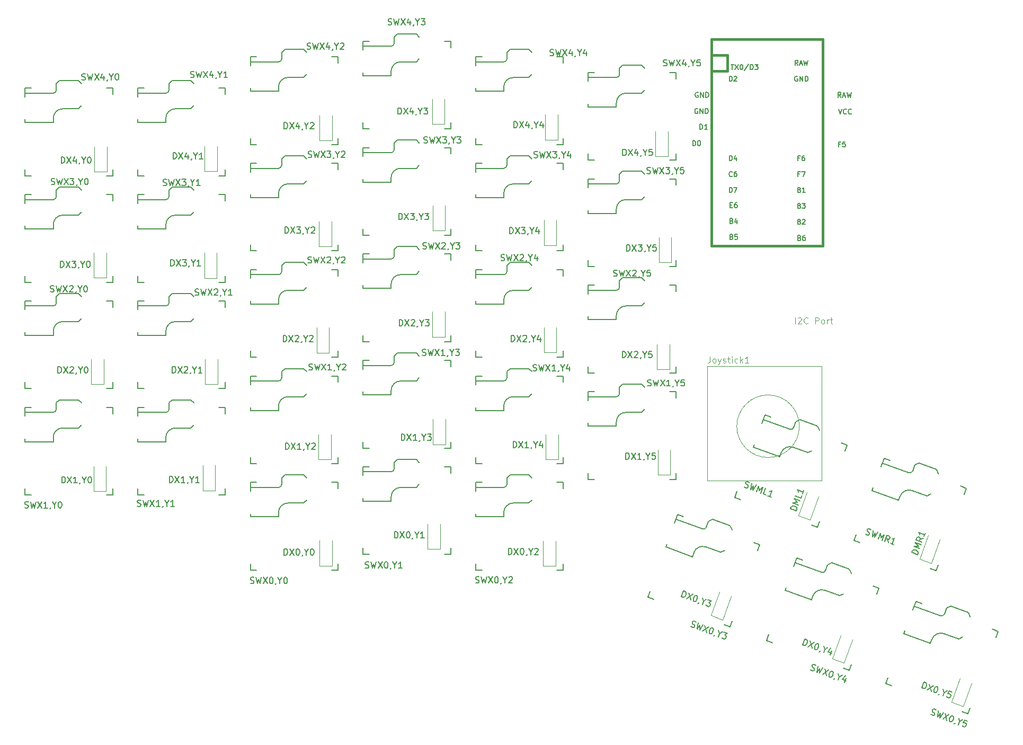
<source format=gbr>
%TF.GenerationSoftware,KiCad,Pcbnew,8.0.5*%
%TF.CreationDate,2024-12-08T15:47:30-07:00*%
%TF.ProjectId,Split V2,53706c69-7420-4563-922e-6b696361645f,rev?*%
%TF.SameCoordinates,Original*%
%TF.FileFunction,Legend,Top*%
%TF.FilePolarity,Positive*%
%FSLAX46Y46*%
G04 Gerber Fmt 4.6, Leading zero omitted, Abs format (unit mm)*
G04 Created by KiCad (PCBNEW 8.0.5) date 2024-12-08 15:47:30*
%MOMM*%
%LPD*%
G01*
G04 APERTURE LIST*
%ADD10C,0.150000*%
%ADD11C,0.100000*%
%ADD12C,0.120000*%
%ADD13C,0.381000*%
G04 APERTURE END LIST*
D10*
X126139470Y-92229973D02*
X126139470Y-91229973D01*
X126139470Y-91229973D02*
X126377565Y-91229973D01*
X126377565Y-91229973D02*
X126520422Y-91277592D01*
X126520422Y-91277592D02*
X126615660Y-91372830D01*
X126615660Y-91372830D02*
X126663279Y-91468068D01*
X126663279Y-91468068D02*
X126710898Y-91658544D01*
X126710898Y-91658544D02*
X126710898Y-91801401D01*
X126710898Y-91801401D02*
X126663279Y-91991877D01*
X126663279Y-91991877D02*
X126615660Y-92087115D01*
X126615660Y-92087115D02*
X126520422Y-92182354D01*
X126520422Y-92182354D02*
X126377565Y-92229973D01*
X126377565Y-92229973D02*
X126139470Y-92229973D01*
X127044232Y-91229973D02*
X127710898Y-92229973D01*
X127710898Y-91229973D02*
X127044232Y-92229973D01*
X127996613Y-91229973D02*
X128615660Y-91229973D01*
X128615660Y-91229973D02*
X128282327Y-91610925D01*
X128282327Y-91610925D02*
X128425184Y-91610925D01*
X128425184Y-91610925D02*
X128520422Y-91658544D01*
X128520422Y-91658544D02*
X128568041Y-91706163D01*
X128568041Y-91706163D02*
X128615660Y-91801401D01*
X128615660Y-91801401D02*
X128615660Y-92039496D01*
X128615660Y-92039496D02*
X128568041Y-92134734D01*
X128568041Y-92134734D02*
X128520422Y-92182354D01*
X128520422Y-92182354D02*
X128425184Y-92229973D01*
X128425184Y-92229973D02*
X128139470Y-92229973D01*
X128139470Y-92229973D02*
X128044232Y-92182354D01*
X128044232Y-92182354D02*
X127996613Y-92134734D01*
X129091851Y-92182354D02*
X129091851Y-92229973D01*
X129091851Y-92229973D02*
X129044232Y-92325211D01*
X129044232Y-92325211D02*
X128996613Y-92372830D01*
X129710898Y-91753782D02*
X129710898Y-92229973D01*
X129377565Y-91229973D02*
X129710898Y-91753782D01*
X129710898Y-91753782D02*
X130044231Y-91229973D01*
X130329946Y-91325211D02*
X130377565Y-91277592D01*
X130377565Y-91277592D02*
X130472803Y-91229973D01*
X130472803Y-91229973D02*
X130710898Y-91229973D01*
X130710898Y-91229973D02*
X130806136Y-91277592D01*
X130806136Y-91277592D02*
X130853755Y-91325211D01*
X130853755Y-91325211D02*
X130901374Y-91420449D01*
X130901374Y-91420449D02*
X130901374Y-91515687D01*
X130901374Y-91515687D02*
X130853755Y-91658544D01*
X130853755Y-91658544D02*
X130282327Y-92229973D01*
X130282327Y-92229973D02*
X130901374Y-92229973D01*
X180595624Y-128319174D02*
X180595624Y-127319174D01*
X180595624Y-127319174D02*
X180833719Y-127319174D01*
X180833719Y-127319174D02*
X180976576Y-127366793D01*
X180976576Y-127366793D02*
X181071814Y-127462031D01*
X181071814Y-127462031D02*
X181119433Y-127557269D01*
X181119433Y-127557269D02*
X181167052Y-127747745D01*
X181167052Y-127747745D02*
X181167052Y-127890602D01*
X181167052Y-127890602D02*
X181119433Y-128081078D01*
X181119433Y-128081078D02*
X181071814Y-128176316D01*
X181071814Y-128176316D02*
X180976576Y-128271555D01*
X180976576Y-128271555D02*
X180833719Y-128319174D01*
X180833719Y-128319174D02*
X180595624Y-128319174D01*
X181500386Y-127319174D02*
X182167052Y-128319174D01*
X182167052Y-127319174D02*
X181500386Y-128319174D01*
X183071814Y-128319174D02*
X182500386Y-128319174D01*
X182786100Y-128319174D02*
X182786100Y-127319174D01*
X182786100Y-127319174D02*
X182690862Y-127462031D01*
X182690862Y-127462031D02*
X182595624Y-127557269D01*
X182595624Y-127557269D02*
X182500386Y-127604888D01*
X183548005Y-128271555D02*
X183548005Y-128319174D01*
X183548005Y-128319174D02*
X183500386Y-128414412D01*
X183500386Y-128414412D02*
X183452767Y-128462031D01*
X184167052Y-127842983D02*
X184167052Y-128319174D01*
X183833719Y-127319174D02*
X184167052Y-127842983D01*
X184167052Y-127842983D02*
X184500385Y-127319174D01*
X185309909Y-127319174D02*
X184833719Y-127319174D01*
X184833719Y-127319174D02*
X184786100Y-127795364D01*
X184786100Y-127795364D02*
X184833719Y-127747745D01*
X184833719Y-127747745D02*
X184928957Y-127700126D01*
X184928957Y-127700126D02*
X185167052Y-127700126D01*
X185167052Y-127700126D02*
X185262290Y-127747745D01*
X185262290Y-127747745D02*
X185309909Y-127795364D01*
X185309909Y-127795364D02*
X185357528Y-127890602D01*
X185357528Y-127890602D02*
X185357528Y-128128697D01*
X185357528Y-128128697D02*
X185309909Y-128223935D01*
X185309909Y-128223935D02*
X185262290Y-128271555D01*
X185262290Y-128271555D02*
X185167052Y-128319174D01*
X185167052Y-128319174D02*
X184928957Y-128319174D01*
X184928957Y-128319174D02*
X184833719Y-128271555D01*
X184833719Y-128271555D02*
X184786100Y-128223935D01*
X84568467Y-136064427D02*
X84711324Y-136112046D01*
X84711324Y-136112046D02*
X84949419Y-136112046D01*
X84949419Y-136112046D02*
X85044657Y-136064427D01*
X85044657Y-136064427D02*
X85092276Y-136016807D01*
X85092276Y-136016807D02*
X85139895Y-135921569D01*
X85139895Y-135921569D02*
X85139895Y-135826331D01*
X85139895Y-135826331D02*
X85092276Y-135731093D01*
X85092276Y-135731093D02*
X85044657Y-135683474D01*
X85044657Y-135683474D02*
X84949419Y-135635855D01*
X84949419Y-135635855D02*
X84758943Y-135588236D01*
X84758943Y-135588236D02*
X84663705Y-135540617D01*
X84663705Y-135540617D02*
X84616086Y-135492998D01*
X84616086Y-135492998D02*
X84568467Y-135397760D01*
X84568467Y-135397760D02*
X84568467Y-135302522D01*
X84568467Y-135302522D02*
X84616086Y-135207284D01*
X84616086Y-135207284D02*
X84663705Y-135159665D01*
X84663705Y-135159665D02*
X84758943Y-135112046D01*
X84758943Y-135112046D02*
X84997038Y-135112046D01*
X84997038Y-135112046D02*
X85139895Y-135159665D01*
X85473229Y-135112046D02*
X85711324Y-136112046D01*
X85711324Y-136112046D02*
X85901800Y-135397760D01*
X85901800Y-135397760D02*
X86092276Y-136112046D01*
X86092276Y-136112046D02*
X86330372Y-135112046D01*
X86616086Y-135112046D02*
X87282752Y-136112046D01*
X87282752Y-135112046D02*
X86616086Y-136112046D01*
X88187514Y-136112046D02*
X87616086Y-136112046D01*
X87901800Y-136112046D02*
X87901800Y-135112046D01*
X87901800Y-135112046D02*
X87806562Y-135254903D01*
X87806562Y-135254903D02*
X87711324Y-135350141D01*
X87711324Y-135350141D02*
X87616086Y-135397760D01*
X88663705Y-136064427D02*
X88663705Y-136112046D01*
X88663705Y-136112046D02*
X88616086Y-136207284D01*
X88616086Y-136207284D02*
X88568467Y-136254903D01*
X89282752Y-135635855D02*
X89282752Y-136112046D01*
X88949419Y-135112046D02*
X89282752Y-135635855D01*
X89282752Y-135635855D02*
X89616085Y-135112046D01*
X90139895Y-135112046D02*
X90235133Y-135112046D01*
X90235133Y-135112046D02*
X90330371Y-135159665D01*
X90330371Y-135159665D02*
X90377990Y-135207284D01*
X90377990Y-135207284D02*
X90425609Y-135302522D01*
X90425609Y-135302522D02*
X90473228Y-135492998D01*
X90473228Y-135492998D02*
X90473228Y-135731093D01*
X90473228Y-135731093D02*
X90425609Y-135921569D01*
X90425609Y-135921569D02*
X90377990Y-136016807D01*
X90377990Y-136016807D02*
X90330371Y-136064427D01*
X90330371Y-136064427D02*
X90235133Y-136112046D01*
X90235133Y-136112046D02*
X90139895Y-136112046D01*
X90139895Y-136112046D02*
X90044657Y-136064427D01*
X90044657Y-136064427D02*
X89997038Y-136016807D01*
X89997038Y-136016807D02*
X89949419Y-135921569D01*
X89949419Y-135921569D02*
X89901800Y-135731093D01*
X89901800Y-135731093D02*
X89901800Y-135492998D01*
X89901800Y-135492998D02*
X89949419Y-135302522D01*
X89949419Y-135302522D02*
X89997038Y-135207284D01*
X89997038Y-135207284D02*
X90044657Y-135159665D01*
X90044657Y-135159665D02*
X90139895Y-135112046D01*
X144319756Y-90040271D02*
X144319756Y-89040271D01*
X144319756Y-89040271D02*
X144557851Y-89040271D01*
X144557851Y-89040271D02*
X144700708Y-89087890D01*
X144700708Y-89087890D02*
X144795946Y-89183128D01*
X144795946Y-89183128D02*
X144843565Y-89278366D01*
X144843565Y-89278366D02*
X144891184Y-89468842D01*
X144891184Y-89468842D02*
X144891184Y-89611699D01*
X144891184Y-89611699D02*
X144843565Y-89802175D01*
X144843565Y-89802175D02*
X144795946Y-89897413D01*
X144795946Y-89897413D02*
X144700708Y-89992652D01*
X144700708Y-89992652D02*
X144557851Y-90040271D01*
X144557851Y-90040271D02*
X144319756Y-90040271D01*
X145224518Y-89040271D02*
X145891184Y-90040271D01*
X145891184Y-89040271D02*
X145224518Y-90040271D01*
X146176899Y-89040271D02*
X146795946Y-89040271D01*
X146795946Y-89040271D02*
X146462613Y-89421223D01*
X146462613Y-89421223D02*
X146605470Y-89421223D01*
X146605470Y-89421223D02*
X146700708Y-89468842D01*
X146700708Y-89468842D02*
X146748327Y-89516461D01*
X146748327Y-89516461D02*
X146795946Y-89611699D01*
X146795946Y-89611699D02*
X146795946Y-89849794D01*
X146795946Y-89849794D02*
X146748327Y-89945032D01*
X146748327Y-89945032D02*
X146700708Y-89992652D01*
X146700708Y-89992652D02*
X146605470Y-90040271D01*
X146605470Y-90040271D02*
X146319756Y-90040271D01*
X146319756Y-90040271D02*
X146224518Y-89992652D01*
X146224518Y-89992652D02*
X146176899Y-89945032D01*
X147272137Y-89992652D02*
X147272137Y-90040271D01*
X147272137Y-90040271D02*
X147224518Y-90135509D01*
X147224518Y-90135509D02*
X147176899Y-90183128D01*
X147891184Y-89564080D02*
X147891184Y-90040271D01*
X147557851Y-89040271D02*
X147891184Y-89564080D01*
X147891184Y-89564080D02*
X148224517Y-89040271D01*
X148462613Y-89040271D02*
X149081660Y-89040271D01*
X149081660Y-89040271D02*
X148748327Y-89421223D01*
X148748327Y-89421223D02*
X148891184Y-89421223D01*
X148891184Y-89421223D02*
X148986422Y-89468842D01*
X148986422Y-89468842D02*
X149034041Y-89516461D01*
X149034041Y-89516461D02*
X149081660Y-89611699D01*
X149081660Y-89611699D02*
X149081660Y-89849794D01*
X149081660Y-89849794D02*
X149034041Y-89945032D01*
X149034041Y-89945032D02*
X148986422Y-89992652D01*
X148986422Y-89992652D02*
X148891184Y-90040271D01*
X148891184Y-90040271D02*
X148605470Y-90040271D01*
X148605470Y-90040271D02*
X148510232Y-89992652D01*
X148510232Y-89992652D02*
X148462613Y-89945032D01*
X93681390Y-67690666D02*
X93824247Y-67738285D01*
X93824247Y-67738285D02*
X94062342Y-67738285D01*
X94062342Y-67738285D02*
X94157580Y-67690666D01*
X94157580Y-67690666D02*
X94205199Y-67643046D01*
X94205199Y-67643046D02*
X94252818Y-67547808D01*
X94252818Y-67547808D02*
X94252818Y-67452570D01*
X94252818Y-67452570D02*
X94205199Y-67357332D01*
X94205199Y-67357332D02*
X94157580Y-67309713D01*
X94157580Y-67309713D02*
X94062342Y-67262094D01*
X94062342Y-67262094D02*
X93871866Y-67214475D01*
X93871866Y-67214475D02*
X93776628Y-67166856D01*
X93776628Y-67166856D02*
X93729009Y-67119237D01*
X93729009Y-67119237D02*
X93681390Y-67023999D01*
X93681390Y-67023999D02*
X93681390Y-66928761D01*
X93681390Y-66928761D02*
X93729009Y-66833523D01*
X93729009Y-66833523D02*
X93776628Y-66785904D01*
X93776628Y-66785904D02*
X93871866Y-66738285D01*
X93871866Y-66738285D02*
X94109961Y-66738285D01*
X94109961Y-66738285D02*
X94252818Y-66785904D01*
X94586152Y-66738285D02*
X94824247Y-67738285D01*
X94824247Y-67738285D02*
X95014723Y-67023999D01*
X95014723Y-67023999D02*
X95205199Y-67738285D01*
X95205199Y-67738285D02*
X95443295Y-66738285D01*
X95729009Y-66738285D02*
X96395675Y-67738285D01*
X96395675Y-66738285D02*
X95729009Y-67738285D01*
X97205199Y-67071618D02*
X97205199Y-67738285D01*
X96967104Y-66690666D02*
X96729009Y-67404951D01*
X96729009Y-67404951D02*
X97348056Y-67404951D01*
X97776628Y-67690666D02*
X97776628Y-67738285D01*
X97776628Y-67738285D02*
X97729009Y-67833523D01*
X97729009Y-67833523D02*
X97681390Y-67881142D01*
X98395675Y-67262094D02*
X98395675Y-67738285D01*
X98062342Y-66738285D02*
X98395675Y-67262094D01*
X98395675Y-67262094D02*
X98729008Y-66738285D01*
X99252818Y-66738285D02*
X99348056Y-66738285D01*
X99348056Y-66738285D02*
X99443294Y-66785904D01*
X99443294Y-66785904D02*
X99490913Y-66833523D01*
X99490913Y-66833523D02*
X99538532Y-66928761D01*
X99538532Y-66928761D02*
X99586151Y-67119237D01*
X99586151Y-67119237D02*
X99586151Y-67357332D01*
X99586151Y-67357332D02*
X99538532Y-67547808D01*
X99538532Y-67547808D02*
X99490913Y-67643046D01*
X99490913Y-67643046D02*
X99443294Y-67690666D01*
X99443294Y-67690666D02*
X99348056Y-67738285D01*
X99348056Y-67738285D02*
X99252818Y-67738285D01*
X99252818Y-67738285D02*
X99157580Y-67690666D01*
X99157580Y-67690666D02*
X99109961Y-67643046D01*
X99109961Y-67643046D02*
X99062342Y-67547808D01*
X99062342Y-67547808D02*
X99014723Y-67357332D01*
X99014723Y-67357332D02*
X99014723Y-67119237D01*
X99014723Y-67119237D02*
X99062342Y-66928761D01*
X99062342Y-66928761D02*
X99109961Y-66833523D01*
X99109961Y-66833523D02*
X99157580Y-66785904D01*
X99157580Y-66785904D02*
X99252818Y-66738285D01*
D11*
X194061733Y-111908903D02*
X194061733Y-112623188D01*
X194061733Y-112623188D02*
X194014114Y-112766045D01*
X194014114Y-112766045D02*
X193918876Y-112861284D01*
X193918876Y-112861284D02*
X193776019Y-112908903D01*
X193776019Y-112908903D02*
X193680781Y-112908903D01*
X194680781Y-112908903D02*
X194585543Y-112861284D01*
X194585543Y-112861284D02*
X194537924Y-112813664D01*
X194537924Y-112813664D02*
X194490305Y-112718426D01*
X194490305Y-112718426D02*
X194490305Y-112432712D01*
X194490305Y-112432712D02*
X194537924Y-112337474D01*
X194537924Y-112337474D02*
X194585543Y-112289855D01*
X194585543Y-112289855D02*
X194680781Y-112242236D01*
X194680781Y-112242236D02*
X194823638Y-112242236D01*
X194823638Y-112242236D02*
X194918876Y-112289855D01*
X194918876Y-112289855D02*
X194966495Y-112337474D01*
X194966495Y-112337474D02*
X195014114Y-112432712D01*
X195014114Y-112432712D02*
X195014114Y-112718426D01*
X195014114Y-112718426D02*
X194966495Y-112813664D01*
X194966495Y-112813664D02*
X194918876Y-112861284D01*
X194918876Y-112861284D02*
X194823638Y-112908903D01*
X194823638Y-112908903D02*
X194680781Y-112908903D01*
X195347448Y-112242236D02*
X195585543Y-112908903D01*
X195823638Y-112242236D02*
X195585543Y-112908903D01*
X195585543Y-112908903D02*
X195490305Y-113146998D01*
X195490305Y-113146998D02*
X195442686Y-113194617D01*
X195442686Y-113194617D02*
X195347448Y-113242236D01*
X196156972Y-112861284D02*
X196252210Y-112908903D01*
X196252210Y-112908903D02*
X196442686Y-112908903D01*
X196442686Y-112908903D02*
X196537924Y-112861284D01*
X196537924Y-112861284D02*
X196585543Y-112766045D01*
X196585543Y-112766045D02*
X196585543Y-112718426D01*
X196585543Y-112718426D02*
X196537924Y-112623188D01*
X196537924Y-112623188D02*
X196442686Y-112575569D01*
X196442686Y-112575569D02*
X196299829Y-112575569D01*
X196299829Y-112575569D02*
X196204591Y-112527950D01*
X196204591Y-112527950D02*
X196156972Y-112432712D01*
X196156972Y-112432712D02*
X196156972Y-112385093D01*
X196156972Y-112385093D02*
X196204591Y-112289855D01*
X196204591Y-112289855D02*
X196299829Y-112242236D01*
X196299829Y-112242236D02*
X196442686Y-112242236D01*
X196442686Y-112242236D02*
X196537924Y-112289855D01*
X196871258Y-112242236D02*
X197252210Y-112242236D01*
X197014115Y-111908903D02*
X197014115Y-112766045D01*
X197014115Y-112766045D02*
X197061734Y-112861284D01*
X197061734Y-112861284D02*
X197156972Y-112908903D01*
X197156972Y-112908903D02*
X197252210Y-112908903D01*
X197585544Y-112908903D02*
X197585544Y-112242236D01*
X197585544Y-111908903D02*
X197537925Y-111956522D01*
X197537925Y-111956522D02*
X197585544Y-112004141D01*
X197585544Y-112004141D02*
X197633163Y-111956522D01*
X197633163Y-111956522D02*
X197585544Y-111908903D01*
X197585544Y-111908903D02*
X197585544Y-112004141D01*
X198490305Y-112861284D02*
X198395067Y-112908903D01*
X198395067Y-112908903D02*
X198204591Y-112908903D01*
X198204591Y-112908903D02*
X198109353Y-112861284D01*
X198109353Y-112861284D02*
X198061734Y-112813664D01*
X198061734Y-112813664D02*
X198014115Y-112718426D01*
X198014115Y-112718426D02*
X198014115Y-112432712D01*
X198014115Y-112432712D02*
X198061734Y-112337474D01*
X198061734Y-112337474D02*
X198109353Y-112289855D01*
X198109353Y-112289855D02*
X198204591Y-112242236D01*
X198204591Y-112242236D02*
X198395067Y-112242236D01*
X198395067Y-112242236D02*
X198490305Y-112289855D01*
X198918877Y-112908903D02*
X198918877Y-111908903D01*
X199014115Y-112527950D02*
X199299829Y-112908903D01*
X199299829Y-112242236D02*
X198918877Y-112623188D01*
X200252210Y-112908903D02*
X199680782Y-112908903D01*
X199966496Y-112908903D02*
X199966496Y-111908903D01*
X199966496Y-111908903D02*
X199871258Y-112051760D01*
X199871258Y-112051760D02*
X199776020Y-112146998D01*
X199776020Y-112146998D02*
X199680782Y-112194617D01*
D10*
X184105339Y-116584527D02*
X184248196Y-116632146D01*
X184248196Y-116632146D02*
X184486291Y-116632146D01*
X184486291Y-116632146D02*
X184581529Y-116584527D01*
X184581529Y-116584527D02*
X184629148Y-116536907D01*
X184629148Y-116536907D02*
X184676767Y-116441669D01*
X184676767Y-116441669D02*
X184676767Y-116346431D01*
X184676767Y-116346431D02*
X184629148Y-116251193D01*
X184629148Y-116251193D02*
X184581529Y-116203574D01*
X184581529Y-116203574D02*
X184486291Y-116155955D01*
X184486291Y-116155955D02*
X184295815Y-116108336D01*
X184295815Y-116108336D02*
X184200577Y-116060717D01*
X184200577Y-116060717D02*
X184152958Y-116013098D01*
X184152958Y-116013098D02*
X184105339Y-115917860D01*
X184105339Y-115917860D02*
X184105339Y-115822622D01*
X184105339Y-115822622D02*
X184152958Y-115727384D01*
X184152958Y-115727384D02*
X184200577Y-115679765D01*
X184200577Y-115679765D02*
X184295815Y-115632146D01*
X184295815Y-115632146D02*
X184533910Y-115632146D01*
X184533910Y-115632146D02*
X184676767Y-115679765D01*
X185010101Y-115632146D02*
X185248196Y-116632146D01*
X185248196Y-116632146D02*
X185438672Y-115917860D01*
X185438672Y-115917860D02*
X185629148Y-116632146D01*
X185629148Y-116632146D02*
X185867244Y-115632146D01*
X186152958Y-115632146D02*
X186819624Y-116632146D01*
X186819624Y-115632146D02*
X186152958Y-116632146D01*
X187724386Y-116632146D02*
X187152958Y-116632146D01*
X187438672Y-116632146D02*
X187438672Y-115632146D01*
X187438672Y-115632146D02*
X187343434Y-115775003D01*
X187343434Y-115775003D02*
X187248196Y-115870241D01*
X187248196Y-115870241D02*
X187152958Y-115917860D01*
X188200577Y-116584527D02*
X188200577Y-116632146D01*
X188200577Y-116632146D02*
X188152958Y-116727384D01*
X188152958Y-116727384D02*
X188105339Y-116775003D01*
X188819624Y-116155955D02*
X188819624Y-116632146D01*
X188486291Y-115632146D02*
X188819624Y-116155955D01*
X188819624Y-116155955D02*
X189152957Y-115632146D01*
X189962481Y-115632146D02*
X189486291Y-115632146D01*
X189486291Y-115632146D02*
X189438672Y-116108336D01*
X189438672Y-116108336D02*
X189486291Y-116060717D01*
X189486291Y-116060717D02*
X189581529Y-116013098D01*
X189581529Y-116013098D02*
X189819624Y-116013098D01*
X189819624Y-116013098D02*
X189914862Y-116060717D01*
X189914862Y-116060717D02*
X189962481Y-116108336D01*
X189962481Y-116108336D02*
X190010100Y-116203574D01*
X190010100Y-116203574D02*
X190010100Y-116441669D01*
X190010100Y-116441669D02*
X189962481Y-116536907D01*
X189962481Y-116536907D02*
X189914862Y-116584527D01*
X189914862Y-116584527D02*
X189819624Y-116632146D01*
X189819624Y-116632146D02*
X189581529Y-116632146D01*
X189581529Y-116632146D02*
X189486291Y-116584527D01*
X189486291Y-116584527D02*
X189438672Y-116536907D01*
X184105339Y-116584527D02*
X184248196Y-116632146D01*
X184248196Y-116632146D02*
X184486291Y-116632146D01*
X184486291Y-116632146D02*
X184581529Y-116584527D01*
X184581529Y-116584527D02*
X184629148Y-116536907D01*
X184629148Y-116536907D02*
X184676767Y-116441669D01*
X184676767Y-116441669D02*
X184676767Y-116346431D01*
X184676767Y-116346431D02*
X184629148Y-116251193D01*
X184629148Y-116251193D02*
X184581529Y-116203574D01*
X184581529Y-116203574D02*
X184486291Y-116155955D01*
X184486291Y-116155955D02*
X184295815Y-116108336D01*
X184295815Y-116108336D02*
X184200577Y-116060717D01*
X184200577Y-116060717D02*
X184152958Y-116013098D01*
X184152958Y-116013098D02*
X184105339Y-115917860D01*
X184105339Y-115917860D02*
X184105339Y-115822622D01*
X184105339Y-115822622D02*
X184152958Y-115727384D01*
X184152958Y-115727384D02*
X184200577Y-115679765D01*
X184200577Y-115679765D02*
X184295815Y-115632146D01*
X184295815Y-115632146D02*
X184533910Y-115632146D01*
X184533910Y-115632146D02*
X184676767Y-115679765D01*
X185010101Y-115632146D02*
X185248196Y-116632146D01*
X185248196Y-116632146D02*
X185438672Y-115917860D01*
X185438672Y-115917860D02*
X185629148Y-116632146D01*
X185629148Y-116632146D02*
X185867244Y-115632146D01*
X186152958Y-115632146D02*
X186819624Y-116632146D01*
X186819624Y-115632146D02*
X186152958Y-116632146D01*
X187724386Y-116632146D02*
X187152958Y-116632146D01*
X187438672Y-116632146D02*
X187438672Y-115632146D01*
X187438672Y-115632146D02*
X187343434Y-115775003D01*
X187343434Y-115775003D02*
X187248196Y-115870241D01*
X187248196Y-115870241D02*
X187152958Y-115917860D01*
X188200577Y-116584527D02*
X188200577Y-116632146D01*
X188200577Y-116632146D02*
X188152958Y-116727384D01*
X188152958Y-116727384D02*
X188105339Y-116775003D01*
X188819624Y-116155955D02*
X188819624Y-116632146D01*
X188486291Y-115632146D02*
X188819624Y-116155955D01*
X188819624Y-116155955D02*
X189152957Y-115632146D01*
X189962481Y-115632146D02*
X189486291Y-115632146D01*
X189486291Y-115632146D02*
X189438672Y-116108336D01*
X189438672Y-116108336D02*
X189486291Y-116060717D01*
X189486291Y-116060717D02*
X189581529Y-116013098D01*
X189581529Y-116013098D02*
X189819624Y-116013098D01*
X189819624Y-116013098D02*
X189914862Y-116060717D01*
X189914862Y-116060717D02*
X189962481Y-116108336D01*
X189962481Y-116108336D02*
X190010100Y-116203574D01*
X190010100Y-116203574D02*
X190010100Y-116441669D01*
X190010100Y-116441669D02*
X189962481Y-116536907D01*
X189962481Y-116536907D02*
X189914862Y-116584527D01*
X189914862Y-116584527D02*
X189819624Y-116632146D01*
X189819624Y-116632146D02*
X189581529Y-116632146D01*
X189581529Y-116632146D02*
X189486291Y-116584527D01*
X189486291Y-116584527D02*
X189438672Y-116536907D01*
X165788501Y-114155218D02*
X165931358Y-114202837D01*
X165931358Y-114202837D02*
X166169453Y-114202837D01*
X166169453Y-114202837D02*
X166264691Y-114155218D01*
X166264691Y-114155218D02*
X166312310Y-114107598D01*
X166312310Y-114107598D02*
X166359929Y-114012360D01*
X166359929Y-114012360D02*
X166359929Y-113917122D01*
X166359929Y-113917122D02*
X166312310Y-113821884D01*
X166312310Y-113821884D02*
X166264691Y-113774265D01*
X166264691Y-113774265D02*
X166169453Y-113726646D01*
X166169453Y-113726646D02*
X165978977Y-113679027D01*
X165978977Y-113679027D02*
X165883739Y-113631408D01*
X165883739Y-113631408D02*
X165836120Y-113583789D01*
X165836120Y-113583789D02*
X165788501Y-113488551D01*
X165788501Y-113488551D02*
X165788501Y-113393313D01*
X165788501Y-113393313D02*
X165836120Y-113298075D01*
X165836120Y-113298075D02*
X165883739Y-113250456D01*
X165883739Y-113250456D02*
X165978977Y-113202837D01*
X165978977Y-113202837D02*
X166217072Y-113202837D01*
X166217072Y-113202837D02*
X166359929Y-113250456D01*
X166693263Y-113202837D02*
X166931358Y-114202837D01*
X166931358Y-114202837D02*
X167121834Y-113488551D01*
X167121834Y-113488551D02*
X167312310Y-114202837D01*
X167312310Y-114202837D02*
X167550406Y-113202837D01*
X167836120Y-113202837D02*
X168502786Y-114202837D01*
X168502786Y-113202837D02*
X167836120Y-114202837D01*
X169407548Y-114202837D02*
X168836120Y-114202837D01*
X169121834Y-114202837D02*
X169121834Y-113202837D01*
X169121834Y-113202837D02*
X169026596Y-113345694D01*
X169026596Y-113345694D02*
X168931358Y-113440932D01*
X168931358Y-113440932D02*
X168836120Y-113488551D01*
X169883739Y-114155218D02*
X169883739Y-114202837D01*
X169883739Y-114202837D02*
X169836120Y-114298075D01*
X169836120Y-114298075D02*
X169788501Y-114345694D01*
X170502786Y-113726646D02*
X170502786Y-114202837D01*
X170169453Y-113202837D02*
X170502786Y-113726646D01*
X170502786Y-113726646D02*
X170836119Y-113202837D01*
X171598024Y-113536170D02*
X171598024Y-114202837D01*
X171359929Y-113155218D02*
X171121834Y-113869503D01*
X171121834Y-113869503D02*
X171740881Y-113869503D01*
X165788501Y-114155218D02*
X165931358Y-114202837D01*
X165931358Y-114202837D02*
X166169453Y-114202837D01*
X166169453Y-114202837D02*
X166264691Y-114155218D01*
X166264691Y-114155218D02*
X166312310Y-114107598D01*
X166312310Y-114107598D02*
X166359929Y-114012360D01*
X166359929Y-114012360D02*
X166359929Y-113917122D01*
X166359929Y-113917122D02*
X166312310Y-113821884D01*
X166312310Y-113821884D02*
X166264691Y-113774265D01*
X166264691Y-113774265D02*
X166169453Y-113726646D01*
X166169453Y-113726646D02*
X165978977Y-113679027D01*
X165978977Y-113679027D02*
X165883739Y-113631408D01*
X165883739Y-113631408D02*
X165836120Y-113583789D01*
X165836120Y-113583789D02*
X165788501Y-113488551D01*
X165788501Y-113488551D02*
X165788501Y-113393313D01*
X165788501Y-113393313D02*
X165836120Y-113298075D01*
X165836120Y-113298075D02*
X165883739Y-113250456D01*
X165883739Y-113250456D02*
X165978977Y-113202837D01*
X165978977Y-113202837D02*
X166217072Y-113202837D01*
X166217072Y-113202837D02*
X166359929Y-113250456D01*
X166693263Y-113202837D02*
X166931358Y-114202837D01*
X166931358Y-114202837D02*
X167121834Y-113488551D01*
X167121834Y-113488551D02*
X167312310Y-114202837D01*
X167312310Y-114202837D02*
X167550406Y-113202837D01*
X167836120Y-113202837D02*
X168502786Y-114202837D01*
X168502786Y-113202837D02*
X167836120Y-114202837D01*
X169407548Y-114202837D02*
X168836120Y-114202837D01*
X169121834Y-114202837D02*
X169121834Y-113202837D01*
X169121834Y-113202837D02*
X169026596Y-113345694D01*
X169026596Y-113345694D02*
X168931358Y-113440932D01*
X168931358Y-113440932D02*
X168836120Y-113488551D01*
X169883739Y-114155218D02*
X169883739Y-114202837D01*
X169883739Y-114202837D02*
X169836120Y-114298075D01*
X169836120Y-114298075D02*
X169788501Y-114345694D01*
X170502786Y-113726646D02*
X170502786Y-114202837D01*
X170169453Y-113202837D02*
X170502786Y-113726646D01*
X170502786Y-113726646D02*
X170836119Y-113202837D01*
X171598024Y-113536170D02*
X171598024Y-114202837D01*
X171359929Y-113155218D02*
X171121834Y-113869503D01*
X171121834Y-113869503D02*
X171740881Y-113869503D01*
X125871051Y-109539871D02*
X125871051Y-108539871D01*
X125871051Y-108539871D02*
X126109146Y-108539871D01*
X126109146Y-108539871D02*
X126252003Y-108587490D01*
X126252003Y-108587490D02*
X126347241Y-108682728D01*
X126347241Y-108682728D02*
X126394860Y-108777966D01*
X126394860Y-108777966D02*
X126442479Y-108968442D01*
X126442479Y-108968442D02*
X126442479Y-109111299D01*
X126442479Y-109111299D02*
X126394860Y-109301775D01*
X126394860Y-109301775D02*
X126347241Y-109397013D01*
X126347241Y-109397013D02*
X126252003Y-109492252D01*
X126252003Y-109492252D02*
X126109146Y-109539871D01*
X126109146Y-109539871D02*
X125871051Y-109539871D01*
X126775813Y-108539871D02*
X127442479Y-109539871D01*
X127442479Y-108539871D02*
X126775813Y-109539871D01*
X127775813Y-108635109D02*
X127823432Y-108587490D01*
X127823432Y-108587490D02*
X127918670Y-108539871D01*
X127918670Y-108539871D02*
X128156765Y-108539871D01*
X128156765Y-108539871D02*
X128252003Y-108587490D01*
X128252003Y-108587490D02*
X128299622Y-108635109D01*
X128299622Y-108635109D02*
X128347241Y-108730347D01*
X128347241Y-108730347D02*
X128347241Y-108825585D01*
X128347241Y-108825585D02*
X128299622Y-108968442D01*
X128299622Y-108968442D02*
X127728194Y-109539871D01*
X127728194Y-109539871D02*
X128347241Y-109539871D01*
X128823432Y-109492252D02*
X128823432Y-109539871D01*
X128823432Y-109539871D02*
X128775813Y-109635109D01*
X128775813Y-109635109D02*
X128728194Y-109682728D01*
X129442479Y-109063680D02*
X129442479Y-109539871D01*
X129109146Y-108539871D02*
X129442479Y-109063680D01*
X129442479Y-109063680D02*
X129775812Y-108539871D01*
X130061527Y-108635109D02*
X130109146Y-108587490D01*
X130109146Y-108587490D02*
X130204384Y-108539871D01*
X130204384Y-108539871D02*
X130442479Y-108539871D01*
X130442479Y-108539871D02*
X130537717Y-108587490D01*
X130537717Y-108587490D02*
X130585336Y-108635109D01*
X130585336Y-108635109D02*
X130632955Y-108730347D01*
X130632955Y-108730347D02*
X130632955Y-108825585D01*
X130632955Y-108825585D02*
X130585336Y-108968442D01*
X130585336Y-108968442D02*
X130013908Y-109539871D01*
X130013908Y-109539871D02*
X130632955Y-109539871D01*
X190994571Y-155039935D02*
X191112527Y-155133542D01*
X191112527Y-155133542D02*
X191336263Y-155214975D01*
X191336263Y-155214975D02*
X191442044Y-155202801D01*
X191442044Y-155202801D02*
X191503078Y-155174341D01*
X191503078Y-155174341D02*
X191580399Y-155101133D01*
X191580399Y-155101133D02*
X191612972Y-155011638D01*
X191612972Y-155011638D02*
X191600798Y-154905857D01*
X191600798Y-154905857D02*
X191572338Y-154844823D01*
X191572338Y-154844823D02*
X191499130Y-154767503D01*
X191499130Y-154767503D02*
X191336427Y-154657609D01*
X191336427Y-154657609D02*
X191263219Y-154580288D01*
X191263219Y-154580288D02*
X191234759Y-154519254D01*
X191234759Y-154519254D02*
X191222585Y-154413473D01*
X191222585Y-154413473D02*
X191255158Y-154323978D01*
X191255158Y-154323978D02*
X191332479Y-154250770D01*
X191332479Y-154250770D02*
X191393513Y-154222310D01*
X191393513Y-154222310D02*
X191499294Y-154210136D01*
X191499294Y-154210136D02*
X191723030Y-154291569D01*
X191723030Y-154291569D02*
X191840985Y-154385177D01*
X192170503Y-154454436D02*
X192052219Y-155475562D01*
X192052219Y-155475562D02*
X192475508Y-154869500D01*
X192475508Y-154869500D02*
X192410197Y-155605855D01*
X192410197Y-155605855D02*
X192975954Y-154747596D01*
X193244437Y-154845316D02*
X193528879Y-156013022D01*
X193870899Y-155073330D02*
X192902417Y-155785009D01*
X194407866Y-155268770D02*
X194497361Y-155301343D01*
X194497361Y-155301343D02*
X194570569Y-155378664D01*
X194570569Y-155378664D02*
X194599029Y-155439698D01*
X194599029Y-155439698D02*
X194611203Y-155545479D01*
X194611203Y-155545479D02*
X194590804Y-155740755D01*
X194590804Y-155740755D02*
X194509370Y-155964491D01*
X194509370Y-155964491D02*
X194399476Y-156127193D01*
X194399476Y-156127193D02*
X194322156Y-156200401D01*
X194322156Y-156200401D02*
X194261122Y-156228862D01*
X194261122Y-156228862D02*
X194155341Y-156241036D01*
X194155341Y-156241036D02*
X194065846Y-156208462D01*
X194065846Y-156208462D02*
X193992638Y-156131142D01*
X193992638Y-156131142D02*
X193964178Y-156070108D01*
X193964178Y-156070108D02*
X193952004Y-155964327D01*
X193952004Y-155964327D02*
X193972403Y-155769051D01*
X193972403Y-155769051D02*
X194053837Y-155545315D01*
X194053837Y-155545315D02*
X194163731Y-155382612D01*
X194163731Y-155382612D02*
X194241051Y-155309404D01*
X194241051Y-155309404D02*
X194302085Y-155280944D01*
X194302085Y-155280944D02*
X194407866Y-155268770D01*
X194842836Y-156440589D02*
X194826550Y-156485336D01*
X194826550Y-156485336D02*
X194749229Y-156558544D01*
X194749229Y-156558544D02*
X194688195Y-156587004D01*
X195571131Y-156249590D02*
X195408264Y-156697062D01*
X195437053Y-155643363D02*
X195571131Y-156249590D01*
X195571131Y-156249590D02*
X196063515Y-155871377D01*
X196287251Y-155952810D02*
X196868966Y-156164537D01*
X196868966Y-156164537D02*
X196425442Y-156408508D01*
X196425442Y-156408508D02*
X196559683Y-156457368D01*
X196559683Y-156457368D02*
X196632891Y-156534689D01*
X196632891Y-156534689D02*
X196661352Y-156595723D01*
X196661352Y-156595723D02*
X196673526Y-156701504D01*
X196673526Y-156701504D02*
X196592092Y-156925240D01*
X196592092Y-156925240D02*
X196514772Y-156998448D01*
X196514772Y-156998448D02*
X196453738Y-157026909D01*
X196453738Y-157026909D02*
X196347957Y-157039083D01*
X196347957Y-157039083D02*
X196079473Y-156941363D01*
X196079473Y-156941363D02*
X196006265Y-156864042D01*
X196006265Y-156864042D02*
X195977805Y-156803008D01*
X90468143Y-132115527D02*
X90468143Y-131115527D01*
X90468143Y-131115527D02*
X90706238Y-131115527D01*
X90706238Y-131115527D02*
X90849095Y-131163146D01*
X90849095Y-131163146D02*
X90944333Y-131258384D01*
X90944333Y-131258384D02*
X90991952Y-131353622D01*
X90991952Y-131353622D02*
X91039571Y-131544098D01*
X91039571Y-131544098D02*
X91039571Y-131686955D01*
X91039571Y-131686955D02*
X90991952Y-131877431D01*
X90991952Y-131877431D02*
X90944333Y-131972669D01*
X90944333Y-131972669D02*
X90849095Y-132067908D01*
X90849095Y-132067908D02*
X90706238Y-132115527D01*
X90706238Y-132115527D02*
X90468143Y-132115527D01*
X91372905Y-131115527D02*
X92039571Y-132115527D01*
X92039571Y-131115527D02*
X91372905Y-132115527D01*
X92944333Y-132115527D02*
X92372905Y-132115527D01*
X92658619Y-132115527D02*
X92658619Y-131115527D01*
X92658619Y-131115527D02*
X92563381Y-131258384D01*
X92563381Y-131258384D02*
X92468143Y-131353622D01*
X92468143Y-131353622D02*
X92372905Y-131401241D01*
X93420524Y-132067908D02*
X93420524Y-132115527D01*
X93420524Y-132115527D02*
X93372905Y-132210765D01*
X93372905Y-132210765D02*
X93325286Y-132258384D01*
X94039571Y-131639336D02*
X94039571Y-132115527D01*
X93706238Y-131115527D02*
X94039571Y-131639336D01*
X94039571Y-131639336D02*
X94372904Y-131115527D01*
X94896714Y-131115527D02*
X94991952Y-131115527D01*
X94991952Y-131115527D02*
X95087190Y-131163146D01*
X95087190Y-131163146D02*
X95134809Y-131210765D01*
X95134809Y-131210765D02*
X95182428Y-131306003D01*
X95182428Y-131306003D02*
X95230047Y-131496479D01*
X95230047Y-131496479D02*
X95230047Y-131734574D01*
X95230047Y-131734574D02*
X95182428Y-131925050D01*
X95182428Y-131925050D02*
X95134809Y-132020288D01*
X95134809Y-132020288D02*
X95087190Y-132067908D01*
X95087190Y-132067908D02*
X94991952Y-132115527D01*
X94991952Y-132115527D02*
X94896714Y-132115527D01*
X94896714Y-132115527D02*
X94801476Y-132067908D01*
X94801476Y-132067908D02*
X94753857Y-132020288D01*
X94753857Y-132020288D02*
X94706238Y-131925050D01*
X94706238Y-131925050D02*
X94658619Y-131734574D01*
X94658619Y-131734574D02*
X94658619Y-131496479D01*
X94658619Y-131496479D02*
X94706238Y-131306003D01*
X94706238Y-131306003D02*
X94753857Y-131210765D01*
X94753857Y-131210765D02*
X94801476Y-131163146D01*
X94801476Y-131163146D02*
X94896714Y-131115527D01*
X106657619Y-84557200D02*
X106800476Y-84604819D01*
X106800476Y-84604819D02*
X107038571Y-84604819D01*
X107038571Y-84604819D02*
X107133809Y-84557200D01*
X107133809Y-84557200D02*
X107181428Y-84509580D01*
X107181428Y-84509580D02*
X107229047Y-84414342D01*
X107229047Y-84414342D02*
X107229047Y-84319104D01*
X107229047Y-84319104D02*
X107181428Y-84223866D01*
X107181428Y-84223866D02*
X107133809Y-84176247D01*
X107133809Y-84176247D02*
X107038571Y-84128628D01*
X107038571Y-84128628D02*
X106848095Y-84081009D01*
X106848095Y-84081009D02*
X106752857Y-84033390D01*
X106752857Y-84033390D02*
X106705238Y-83985771D01*
X106705238Y-83985771D02*
X106657619Y-83890533D01*
X106657619Y-83890533D02*
X106657619Y-83795295D01*
X106657619Y-83795295D02*
X106705238Y-83700057D01*
X106705238Y-83700057D02*
X106752857Y-83652438D01*
X106752857Y-83652438D02*
X106848095Y-83604819D01*
X106848095Y-83604819D02*
X107086190Y-83604819D01*
X107086190Y-83604819D02*
X107229047Y-83652438D01*
X107562381Y-83604819D02*
X107800476Y-84604819D01*
X107800476Y-84604819D02*
X107990952Y-83890533D01*
X107990952Y-83890533D02*
X108181428Y-84604819D01*
X108181428Y-84604819D02*
X108419524Y-83604819D01*
X108705238Y-83604819D02*
X109371904Y-84604819D01*
X109371904Y-83604819D02*
X108705238Y-84604819D01*
X109657619Y-83604819D02*
X110276666Y-83604819D01*
X110276666Y-83604819D02*
X109943333Y-83985771D01*
X109943333Y-83985771D02*
X110086190Y-83985771D01*
X110086190Y-83985771D02*
X110181428Y-84033390D01*
X110181428Y-84033390D02*
X110229047Y-84081009D01*
X110229047Y-84081009D02*
X110276666Y-84176247D01*
X110276666Y-84176247D02*
X110276666Y-84414342D01*
X110276666Y-84414342D02*
X110229047Y-84509580D01*
X110229047Y-84509580D02*
X110181428Y-84557200D01*
X110181428Y-84557200D02*
X110086190Y-84604819D01*
X110086190Y-84604819D02*
X109800476Y-84604819D01*
X109800476Y-84604819D02*
X109705238Y-84557200D01*
X109705238Y-84557200D02*
X109657619Y-84509580D01*
X110752857Y-84557200D02*
X110752857Y-84604819D01*
X110752857Y-84604819D02*
X110705238Y-84700057D01*
X110705238Y-84700057D02*
X110657619Y-84747676D01*
X111371904Y-84128628D02*
X111371904Y-84604819D01*
X111038571Y-83604819D02*
X111371904Y-84128628D01*
X111371904Y-84128628D02*
X111705237Y-83604819D01*
X112562380Y-84604819D02*
X111990952Y-84604819D01*
X112276666Y-84604819D02*
X112276666Y-83604819D01*
X112276666Y-83604819D02*
X112181428Y-83747676D01*
X112181428Y-83747676D02*
X112086190Y-83842914D01*
X112086190Y-83842914D02*
X111990952Y-83890533D01*
X126004025Y-75538481D02*
X126004025Y-74538481D01*
X126004025Y-74538481D02*
X126242120Y-74538481D01*
X126242120Y-74538481D02*
X126384977Y-74586100D01*
X126384977Y-74586100D02*
X126480215Y-74681338D01*
X126480215Y-74681338D02*
X126527834Y-74776576D01*
X126527834Y-74776576D02*
X126575453Y-74967052D01*
X126575453Y-74967052D02*
X126575453Y-75109909D01*
X126575453Y-75109909D02*
X126527834Y-75300385D01*
X126527834Y-75300385D02*
X126480215Y-75395623D01*
X126480215Y-75395623D02*
X126384977Y-75490862D01*
X126384977Y-75490862D02*
X126242120Y-75538481D01*
X126242120Y-75538481D02*
X126004025Y-75538481D01*
X126908787Y-74538481D02*
X127575453Y-75538481D01*
X127575453Y-74538481D02*
X126908787Y-75538481D01*
X128384977Y-74871814D02*
X128384977Y-75538481D01*
X128146882Y-74490862D02*
X127908787Y-75205147D01*
X127908787Y-75205147D02*
X128527834Y-75205147D01*
X128956406Y-75490862D02*
X128956406Y-75538481D01*
X128956406Y-75538481D02*
X128908787Y-75633719D01*
X128908787Y-75633719D02*
X128861168Y-75681338D01*
X129575453Y-75062290D02*
X129575453Y-75538481D01*
X129242120Y-74538481D02*
X129575453Y-75062290D01*
X129575453Y-75062290D02*
X129908786Y-74538481D01*
X130194501Y-74633719D02*
X130242120Y-74586100D01*
X130242120Y-74586100D02*
X130337358Y-74538481D01*
X130337358Y-74538481D02*
X130575453Y-74538481D01*
X130575453Y-74538481D02*
X130670691Y-74586100D01*
X130670691Y-74586100D02*
X130718310Y-74633719D01*
X130718310Y-74633719D02*
X130765929Y-74728957D01*
X130765929Y-74728957D02*
X130765929Y-74824195D01*
X130765929Y-74824195D02*
X130718310Y-74967052D01*
X130718310Y-74967052D02*
X130146882Y-75538481D01*
X130146882Y-75538481D02*
X130765929Y-75538481D01*
X144186412Y-73192839D02*
X144186412Y-72192839D01*
X144186412Y-72192839D02*
X144424507Y-72192839D01*
X144424507Y-72192839D02*
X144567364Y-72240458D01*
X144567364Y-72240458D02*
X144662602Y-72335696D01*
X144662602Y-72335696D02*
X144710221Y-72430934D01*
X144710221Y-72430934D02*
X144757840Y-72621410D01*
X144757840Y-72621410D02*
X144757840Y-72764267D01*
X144757840Y-72764267D02*
X144710221Y-72954743D01*
X144710221Y-72954743D02*
X144662602Y-73049981D01*
X144662602Y-73049981D02*
X144567364Y-73145220D01*
X144567364Y-73145220D02*
X144424507Y-73192839D01*
X144424507Y-73192839D02*
X144186412Y-73192839D01*
X145091174Y-72192839D02*
X145757840Y-73192839D01*
X145757840Y-72192839D02*
X145091174Y-73192839D01*
X146567364Y-72526172D02*
X146567364Y-73192839D01*
X146329269Y-72145220D02*
X146091174Y-72859505D01*
X146091174Y-72859505D02*
X146710221Y-72859505D01*
X147138793Y-73145220D02*
X147138793Y-73192839D01*
X147138793Y-73192839D02*
X147091174Y-73288077D01*
X147091174Y-73288077D02*
X147043555Y-73335696D01*
X147757840Y-72716648D02*
X147757840Y-73192839D01*
X147424507Y-72192839D02*
X147757840Y-72716648D01*
X147757840Y-72716648D02*
X148091173Y-72192839D01*
X148329269Y-72192839D02*
X148948316Y-72192839D01*
X148948316Y-72192839D02*
X148614983Y-72573791D01*
X148614983Y-72573791D02*
X148757840Y-72573791D01*
X148757840Y-72573791D02*
X148853078Y-72621410D01*
X148853078Y-72621410D02*
X148900697Y-72669029D01*
X148900697Y-72669029D02*
X148948316Y-72764267D01*
X148948316Y-72764267D02*
X148948316Y-73002362D01*
X148948316Y-73002362D02*
X148900697Y-73097600D01*
X148900697Y-73097600D02*
X148853078Y-73145220D01*
X148853078Y-73145220D02*
X148757840Y-73192839D01*
X148757840Y-73192839D02*
X148472126Y-73192839D01*
X148472126Y-73192839D02*
X148376888Y-73145220D01*
X148376888Y-73145220D02*
X148329269Y-73097600D01*
X197148524Y-80618563D02*
X197148524Y-79818563D01*
X197148524Y-79818563D02*
X197339000Y-79818563D01*
X197339000Y-79818563D02*
X197453286Y-79856658D01*
X197453286Y-79856658D02*
X197529476Y-79932848D01*
X197529476Y-79932848D02*
X197567571Y-80009039D01*
X197567571Y-80009039D02*
X197605667Y-80161420D01*
X197605667Y-80161420D02*
X197605667Y-80275706D01*
X197605667Y-80275706D02*
X197567571Y-80428087D01*
X197567571Y-80428087D02*
X197529476Y-80504277D01*
X197529476Y-80504277D02*
X197453286Y-80580468D01*
X197453286Y-80580468D02*
X197339000Y-80618563D01*
X197339000Y-80618563D02*
X197148524Y-80618563D01*
X198291381Y-80085229D02*
X198291381Y-80618563D01*
X198100905Y-79780468D02*
X197910428Y-80351896D01*
X197910428Y-80351896D02*
X198405667Y-80351896D01*
X208051476Y-67156658D02*
X207975286Y-67118563D01*
X207975286Y-67118563D02*
X207861000Y-67118563D01*
X207861000Y-67118563D02*
X207746714Y-67156658D01*
X207746714Y-67156658D02*
X207670524Y-67232848D01*
X207670524Y-67232848D02*
X207632429Y-67309039D01*
X207632429Y-67309039D02*
X207594333Y-67461420D01*
X207594333Y-67461420D02*
X207594333Y-67575706D01*
X207594333Y-67575706D02*
X207632429Y-67728087D01*
X207632429Y-67728087D02*
X207670524Y-67804277D01*
X207670524Y-67804277D02*
X207746714Y-67880468D01*
X207746714Y-67880468D02*
X207861000Y-67918563D01*
X207861000Y-67918563D02*
X207937191Y-67918563D01*
X207937191Y-67918563D02*
X208051476Y-67880468D01*
X208051476Y-67880468D02*
X208089572Y-67842372D01*
X208089572Y-67842372D02*
X208089572Y-67575706D01*
X208089572Y-67575706D02*
X207937191Y-67575706D01*
X208432429Y-67918563D02*
X208432429Y-67118563D01*
X208432429Y-67118563D02*
X208889572Y-67918563D01*
X208889572Y-67918563D02*
X208889572Y-67118563D01*
X209270524Y-67918563D02*
X209270524Y-67118563D01*
X209270524Y-67118563D02*
X209461000Y-67118563D01*
X209461000Y-67118563D02*
X209575286Y-67156658D01*
X209575286Y-67156658D02*
X209651476Y-67232848D01*
X209651476Y-67232848D02*
X209689571Y-67309039D01*
X209689571Y-67309039D02*
X209727667Y-67461420D01*
X209727667Y-67461420D02*
X209727667Y-67575706D01*
X209727667Y-67575706D02*
X209689571Y-67728087D01*
X209689571Y-67728087D02*
X209651476Y-67804277D01*
X209651476Y-67804277D02*
X209575286Y-67880468D01*
X209575286Y-67880468D02*
X209461000Y-67918563D01*
X209461000Y-67918563D02*
X209270524Y-67918563D01*
X208394333Y-80199515D02*
X208127667Y-80199515D01*
X208127667Y-80618563D02*
X208127667Y-79818563D01*
X208127667Y-79818563D02*
X208508619Y-79818563D01*
X209156238Y-79818563D02*
X209003857Y-79818563D01*
X209003857Y-79818563D02*
X208927666Y-79856658D01*
X208927666Y-79856658D02*
X208889571Y-79894753D01*
X208889571Y-79894753D02*
X208813381Y-80009039D01*
X208813381Y-80009039D02*
X208775285Y-80161420D01*
X208775285Y-80161420D02*
X208775285Y-80466182D01*
X208775285Y-80466182D02*
X208813381Y-80542372D01*
X208813381Y-80542372D02*
X208851476Y-80580468D01*
X208851476Y-80580468D02*
X208927666Y-80618563D01*
X208927666Y-80618563D02*
X209080047Y-80618563D01*
X209080047Y-80618563D02*
X209156238Y-80580468D01*
X209156238Y-80580468D02*
X209194333Y-80542372D01*
X209194333Y-80542372D02*
X209232428Y-80466182D01*
X209232428Y-80466182D02*
X209232428Y-80275706D01*
X209232428Y-80275706D02*
X209194333Y-80199515D01*
X209194333Y-80199515D02*
X209156238Y-80161420D01*
X209156238Y-80161420D02*
X209080047Y-80123325D01*
X209080047Y-80123325D02*
X208927666Y-80123325D01*
X208927666Y-80123325D02*
X208851476Y-80161420D01*
X208851476Y-80161420D02*
X208813381Y-80199515D01*
X208813381Y-80199515D02*
X208775285Y-80275706D01*
X197505448Y-92779889D02*
X197619734Y-92817984D01*
X197619734Y-92817984D02*
X197657829Y-92856080D01*
X197657829Y-92856080D02*
X197695925Y-92932270D01*
X197695925Y-92932270D02*
X197695925Y-93046556D01*
X197695925Y-93046556D02*
X197657829Y-93122746D01*
X197657829Y-93122746D02*
X197619734Y-93160842D01*
X197619734Y-93160842D02*
X197543544Y-93198937D01*
X197543544Y-93198937D02*
X197238782Y-93198937D01*
X197238782Y-93198937D02*
X197238782Y-92398937D01*
X197238782Y-92398937D02*
X197505448Y-92398937D01*
X197505448Y-92398937D02*
X197581639Y-92437032D01*
X197581639Y-92437032D02*
X197619734Y-92475127D01*
X197619734Y-92475127D02*
X197657829Y-92551318D01*
X197657829Y-92551318D02*
X197657829Y-92627508D01*
X197657829Y-92627508D02*
X197619734Y-92703699D01*
X197619734Y-92703699D02*
X197581639Y-92741794D01*
X197581639Y-92741794D02*
X197505448Y-92779889D01*
X197505448Y-92779889D02*
X197238782Y-92779889D01*
X198419734Y-92398937D02*
X198038782Y-92398937D01*
X198038782Y-92398937D02*
X198000686Y-92779889D01*
X198000686Y-92779889D02*
X198038782Y-92741794D01*
X198038782Y-92741794D02*
X198114972Y-92703699D01*
X198114972Y-92703699D02*
X198305448Y-92703699D01*
X198305448Y-92703699D02*
X198381639Y-92741794D01*
X198381639Y-92741794D02*
X198419734Y-92779889D01*
X198419734Y-92779889D02*
X198457829Y-92856080D01*
X198457829Y-92856080D02*
X198457829Y-93046556D01*
X198457829Y-93046556D02*
X198419734Y-93122746D01*
X198419734Y-93122746D02*
X198381639Y-93160842D01*
X198381639Y-93160842D02*
X198305448Y-93198937D01*
X198305448Y-93198937D02*
X198114972Y-93198937D01*
X198114972Y-93198937D02*
X198038782Y-93160842D01*
X198038782Y-93160842D02*
X198000686Y-93122746D01*
X192177876Y-69739157D02*
X192101686Y-69701062D01*
X192101686Y-69701062D02*
X191987400Y-69701062D01*
X191987400Y-69701062D02*
X191873114Y-69739157D01*
X191873114Y-69739157D02*
X191796924Y-69815347D01*
X191796924Y-69815347D02*
X191758829Y-69891538D01*
X191758829Y-69891538D02*
X191720733Y-70043919D01*
X191720733Y-70043919D02*
X191720733Y-70158205D01*
X191720733Y-70158205D02*
X191758829Y-70310586D01*
X191758829Y-70310586D02*
X191796924Y-70386776D01*
X191796924Y-70386776D02*
X191873114Y-70462967D01*
X191873114Y-70462967D02*
X191987400Y-70501062D01*
X191987400Y-70501062D02*
X192063591Y-70501062D01*
X192063591Y-70501062D02*
X192177876Y-70462967D01*
X192177876Y-70462967D02*
X192215972Y-70424871D01*
X192215972Y-70424871D02*
X192215972Y-70158205D01*
X192215972Y-70158205D02*
X192063591Y-70158205D01*
X192558829Y-70501062D02*
X192558829Y-69701062D01*
X192558829Y-69701062D02*
X193015972Y-70501062D01*
X193015972Y-70501062D02*
X193015972Y-69701062D01*
X193396924Y-70501062D02*
X193396924Y-69701062D01*
X193396924Y-69701062D02*
X193587400Y-69701062D01*
X193587400Y-69701062D02*
X193701686Y-69739157D01*
X193701686Y-69739157D02*
X193777876Y-69815347D01*
X193777876Y-69815347D02*
X193815971Y-69891538D01*
X193815971Y-69891538D02*
X193854067Y-70043919D01*
X193854067Y-70043919D02*
X193854067Y-70158205D01*
X193854067Y-70158205D02*
X193815971Y-70310586D01*
X193815971Y-70310586D02*
X193777876Y-70386776D01*
X193777876Y-70386776D02*
X193701686Y-70462967D01*
X193701686Y-70462967D02*
X193587400Y-70501062D01*
X193587400Y-70501062D02*
X193396924Y-70501062D01*
X197505448Y-90239889D02*
X197619734Y-90277984D01*
X197619734Y-90277984D02*
X197657829Y-90316080D01*
X197657829Y-90316080D02*
X197695925Y-90392270D01*
X197695925Y-90392270D02*
X197695925Y-90506556D01*
X197695925Y-90506556D02*
X197657829Y-90582746D01*
X197657829Y-90582746D02*
X197619734Y-90620842D01*
X197619734Y-90620842D02*
X197543544Y-90658937D01*
X197543544Y-90658937D02*
X197238782Y-90658937D01*
X197238782Y-90658937D02*
X197238782Y-89858937D01*
X197238782Y-89858937D02*
X197505448Y-89858937D01*
X197505448Y-89858937D02*
X197581639Y-89897032D01*
X197581639Y-89897032D02*
X197619734Y-89935127D01*
X197619734Y-89935127D02*
X197657829Y-90011318D01*
X197657829Y-90011318D02*
X197657829Y-90087508D01*
X197657829Y-90087508D02*
X197619734Y-90163699D01*
X197619734Y-90163699D02*
X197581639Y-90201794D01*
X197581639Y-90201794D02*
X197505448Y-90239889D01*
X197505448Y-90239889D02*
X197238782Y-90239889D01*
X198381639Y-90125603D02*
X198381639Y-90658937D01*
X198191163Y-89820842D02*
X198000686Y-90392270D01*
X198000686Y-90392270D02*
X198495925Y-90392270D01*
X208368115Y-92933738D02*
X208482401Y-92971833D01*
X208482401Y-92971833D02*
X208520496Y-93009929D01*
X208520496Y-93009929D02*
X208558592Y-93086119D01*
X208558592Y-93086119D02*
X208558592Y-93200405D01*
X208558592Y-93200405D02*
X208520496Y-93276595D01*
X208520496Y-93276595D02*
X208482401Y-93314691D01*
X208482401Y-93314691D02*
X208406211Y-93352786D01*
X208406211Y-93352786D02*
X208101449Y-93352786D01*
X208101449Y-93352786D02*
X208101449Y-92552786D01*
X208101449Y-92552786D02*
X208368115Y-92552786D01*
X208368115Y-92552786D02*
X208444306Y-92590881D01*
X208444306Y-92590881D02*
X208482401Y-92628976D01*
X208482401Y-92628976D02*
X208520496Y-92705167D01*
X208520496Y-92705167D02*
X208520496Y-92781357D01*
X208520496Y-92781357D02*
X208482401Y-92857548D01*
X208482401Y-92857548D02*
X208444306Y-92895643D01*
X208444306Y-92895643D02*
X208368115Y-92933738D01*
X208368115Y-92933738D02*
X208101449Y-92933738D01*
X209244306Y-92552786D02*
X209091925Y-92552786D01*
X209091925Y-92552786D02*
X209015734Y-92590881D01*
X209015734Y-92590881D02*
X208977639Y-92628976D01*
X208977639Y-92628976D02*
X208901449Y-92743262D01*
X208901449Y-92743262D02*
X208863353Y-92895643D01*
X208863353Y-92895643D02*
X208863353Y-93200405D01*
X208863353Y-93200405D02*
X208901449Y-93276595D01*
X208901449Y-93276595D02*
X208939544Y-93314691D01*
X208939544Y-93314691D02*
X209015734Y-93352786D01*
X209015734Y-93352786D02*
X209168115Y-93352786D01*
X209168115Y-93352786D02*
X209244306Y-93314691D01*
X209244306Y-93314691D02*
X209282401Y-93276595D01*
X209282401Y-93276595D02*
X209320496Y-93200405D01*
X209320496Y-93200405D02*
X209320496Y-93009929D01*
X209320496Y-93009929D02*
X209282401Y-92933738D01*
X209282401Y-92933738D02*
X209244306Y-92895643D01*
X209244306Y-92895643D02*
X209168115Y-92857548D01*
X209168115Y-92857548D02*
X209015734Y-92857548D01*
X209015734Y-92857548D02*
X208939544Y-92895643D01*
X208939544Y-92895643D02*
X208901449Y-92933738D01*
X208901449Y-92933738D02*
X208863353Y-93009929D01*
X197605667Y-83082372D02*
X197567571Y-83120468D01*
X197567571Y-83120468D02*
X197453286Y-83158563D01*
X197453286Y-83158563D02*
X197377095Y-83158563D01*
X197377095Y-83158563D02*
X197262809Y-83120468D01*
X197262809Y-83120468D02*
X197186619Y-83044277D01*
X197186619Y-83044277D02*
X197148524Y-82968087D01*
X197148524Y-82968087D02*
X197110428Y-82815706D01*
X197110428Y-82815706D02*
X197110428Y-82701420D01*
X197110428Y-82701420D02*
X197148524Y-82549039D01*
X197148524Y-82549039D02*
X197186619Y-82472848D01*
X197186619Y-82472848D02*
X197262809Y-82396658D01*
X197262809Y-82396658D02*
X197377095Y-82358563D01*
X197377095Y-82358563D02*
X197453286Y-82358563D01*
X197453286Y-82358563D02*
X197567571Y-82396658D01*
X197567571Y-82396658D02*
X197605667Y-82434753D01*
X198291381Y-82358563D02*
X198139000Y-82358563D01*
X198139000Y-82358563D02*
X198062809Y-82396658D01*
X198062809Y-82396658D02*
X198024714Y-82434753D01*
X198024714Y-82434753D02*
X197948524Y-82549039D01*
X197948524Y-82549039D02*
X197910428Y-82701420D01*
X197910428Y-82701420D02*
X197910428Y-83006182D01*
X197910428Y-83006182D02*
X197948524Y-83082372D01*
X197948524Y-83082372D02*
X197986619Y-83120468D01*
X197986619Y-83120468D02*
X198062809Y-83158563D01*
X198062809Y-83158563D02*
X198215190Y-83158563D01*
X198215190Y-83158563D02*
X198291381Y-83120468D01*
X198291381Y-83120468D02*
X198329476Y-83082372D01*
X198329476Y-83082372D02*
X198367571Y-83006182D01*
X198367571Y-83006182D02*
X198367571Y-82815706D01*
X198367571Y-82815706D02*
X198329476Y-82739515D01*
X198329476Y-82739515D02*
X198291381Y-82701420D01*
X198291381Y-82701420D02*
X198215190Y-82663325D01*
X198215190Y-82663325D02*
X198062809Y-82663325D01*
X198062809Y-82663325D02*
X197986619Y-82701420D01*
X197986619Y-82701420D02*
X197948524Y-82739515D01*
X197948524Y-82739515D02*
X197910428Y-82815706D01*
X197148524Y-85698563D02*
X197148524Y-84898563D01*
X197148524Y-84898563D02*
X197339000Y-84898563D01*
X197339000Y-84898563D02*
X197453286Y-84936658D01*
X197453286Y-84936658D02*
X197529476Y-85012848D01*
X197529476Y-85012848D02*
X197567571Y-85089039D01*
X197567571Y-85089039D02*
X197605667Y-85241420D01*
X197605667Y-85241420D02*
X197605667Y-85355706D01*
X197605667Y-85355706D02*
X197567571Y-85508087D01*
X197567571Y-85508087D02*
X197529476Y-85584277D01*
X197529476Y-85584277D02*
X197453286Y-85660468D01*
X197453286Y-85660468D02*
X197339000Y-85698563D01*
X197339000Y-85698563D02*
X197148524Y-85698563D01*
X197872333Y-84898563D02*
X198405667Y-84898563D01*
X198405667Y-84898563D02*
X198062809Y-85698563D01*
X197423479Y-65251218D02*
X197880622Y-65251218D01*
X197652050Y-66051218D02*
X197652050Y-65251218D01*
X198071098Y-65251218D02*
X198604432Y-66051218D01*
X198604432Y-65251218D02*
X198071098Y-66051218D01*
X199061575Y-65251218D02*
X199137765Y-65251218D01*
X199137765Y-65251218D02*
X199213956Y-65289313D01*
X199213956Y-65289313D02*
X199252051Y-65327408D01*
X199252051Y-65327408D02*
X199290146Y-65403599D01*
X199290146Y-65403599D02*
X199328241Y-65555980D01*
X199328241Y-65555980D02*
X199328241Y-65746456D01*
X199328241Y-65746456D02*
X199290146Y-65898837D01*
X199290146Y-65898837D02*
X199252051Y-65975027D01*
X199252051Y-65975027D02*
X199213956Y-66013123D01*
X199213956Y-66013123D02*
X199137765Y-66051218D01*
X199137765Y-66051218D02*
X199061575Y-66051218D01*
X199061575Y-66051218D02*
X198985384Y-66013123D01*
X198985384Y-66013123D02*
X198947289Y-65975027D01*
X198947289Y-65975027D02*
X198909194Y-65898837D01*
X198909194Y-65898837D02*
X198871098Y-65746456D01*
X198871098Y-65746456D02*
X198871098Y-65555980D01*
X198871098Y-65555980D02*
X198909194Y-65403599D01*
X198909194Y-65403599D02*
X198947289Y-65327408D01*
X198947289Y-65327408D02*
X198985384Y-65289313D01*
X198985384Y-65289313D02*
X199061575Y-65251218D01*
X200242527Y-65213123D02*
X199556813Y-66241694D01*
X200509194Y-66051218D02*
X200509194Y-65251218D01*
X200509194Y-65251218D02*
X200699670Y-65251218D01*
X200699670Y-65251218D02*
X200813956Y-65289313D01*
X200813956Y-65289313D02*
X200890146Y-65365503D01*
X200890146Y-65365503D02*
X200928241Y-65441694D01*
X200928241Y-65441694D02*
X200966337Y-65594075D01*
X200966337Y-65594075D02*
X200966337Y-65708361D01*
X200966337Y-65708361D02*
X200928241Y-65860742D01*
X200928241Y-65860742D02*
X200890146Y-65936932D01*
X200890146Y-65936932D02*
X200813956Y-66013123D01*
X200813956Y-66013123D02*
X200699670Y-66051218D01*
X200699670Y-66051218D02*
X200509194Y-66051218D01*
X201233003Y-65251218D02*
X201728241Y-65251218D01*
X201728241Y-65251218D02*
X201461575Y-65555980D01*
X201461575Y-65555980D02*
X201575860Y-65555980D01*
X201575860Y-65555980D02*
X201652051Y-65594075D01*
X201652051Y-65594075D02*
X201690146Y-65632170D01*
X201690146Y-65632170D02*
X201728241Y-65708361D01*
X201728241Y-65708361D02*
X201728241Y-65898837D01*
X201728241Y-65898837D02*
X201690146Y-65975027D01*
X201690146Y-65975027D02*
X201652051Y-66013123D01*
X201652051Y-66013123D02*
X201575860Y-66051218D01*
X201575860Y-66051218D02*
X201347289Y-66051218D01*
X201347289Y-66051218D02*
X201271098Y-66013123D01*
X201271098Y-66013123D02*
X201233003Y-65975027D01*
X208394333Y-82739515D02*
X208127667Y-82739515D01*
X208127667Y-83158563D02*
X208127667Y-82358563D01*
X208127667Y-82358563D02*
X208508619Y-82358563D01*
X208737190Y-82358563D02*
X209270524Y-82358563D01*
X209270524Y-82358563D02*
X208927666Y-83158563D01*
X208337190Y-87819515D02*
X208451476Y-87857610D01*
X208451476Y-87857610D02*
X208489571Y-87895706D01*
X208489571Y-87895706D02*
X208527667Y-87971896D01*
X208527667Y-87971896D02*
X208527667Y-88086182D01*
X208527667Y-88086182D02*
X208489571Y-88162372D01*
X208489571Y-88162372D02*
X208451476Y-88200468D01*
X208451476Y-88200468D02*
X208375286Y-88238563D01*
X208375286Y-88238563D02*
X208070524Y-88238563D01*
X208070524Y-88238563D02*
X208070524Y-87438563D01*
X208070524Y-87438563D02*
X208337190Y-87438563D01*
X208337190Y-87438563D02*
X208413381Y-87476658D01*
X208413381Y-87476658D02*
X208451476Y-87514753D01*
X208451476Y-87514753D02*
X208489571Y-87590944D01*
X208489571Y-87590944D02*
X208489571Y-87667134D01*
X208489571Y-87667134D02*
X208451476Y-87743325D01*
X208451476Y-87743325D02*
X208413381Y-87781420D01*
X208413381Y-87781420D02*
X208337190Y-87819515D01*
X208337190Y-87819515D02*
X208070524Y-87819515D01*
X208794333Y-87438563D02*
X209289571Y-87438563D01*
X209289571Y-87438563D02*
X209022905Y-87743325D01*
X209022905Y-87743325D02*
X209137190Y-87743325D01*
X209137190Y-87743325D02*
X209213381Y-87781420D01*
X209213381Y-87781420D02*
X209251476Y-87819515D01*
X209251476Y-87819515D02*
X209289571Y-87895706D01*
X209289571Y-87895706D02*
X209289571Y-88086182D01*
X209289571Y-88086182D02*
X209251476Y-88162372D01*
X209251476Y-88162372D02*
X209213381Y-88200468D01*
X209213381Y-88200468D02*
X209137190Y-88238563D01*
X209137190Y-88238563D02*
X208908619Y-88238563D01*
X208908619Y-88238563D02*
X208832428Y-88200468D01*
X208832428Y-88200468D02*
X208794333Y-88162372D01*
X208108619Y-65378563D02*
X207841952Y-64997610D01*
X207651476Y-65378563D02*
X207651476Y-64578563D01*
X207651476Y-64578563D02*
X207956238Y-64578563D01*
X207956238Y-64578563D02*
X208032428Y-64616658D01*
X208032428Y-64616658D02*
X208070523Y-64654753D01*
X208070523Y-64654753D02*
X208108619Y-64730944D01*
X208108619Y-64730944D02*
X208108619Y-64845229D01*
X208108619Y-64845229D02*
X208070523Y-64921420D01*
X208070523Y-64921420D02*
X208032428Y-64959515D01*
X208032428Y-64959515D02*
X207956238Y-64997610D01*
X207956238Y-64997610D02*
X207651476Y-64997610D01*
X208413380Y-65149991D02*
X208794333Y-65149991D01*
X208337190Y-65378563D02*
X208603857Y-64578563D01*
X208603857Y-64578563D02*
X208870523Y-65378563D01*
X209060999Y-64578563D02*
X209251475Y-65378563D01*
X209251475Y-65378563D02*
X209403856Y-64807134D01*
X209403856Y-64807134D02*
X209556237Y-65378563D01*
X209556237Y-65378563D02*
X209746714Y-64578563D01*
X192177876Y-69739157D02*
X192101686Y-69701062D01*
X192101686Y-69701062D02*
X191987400Y-69701062D01*
X191987400Y-69701062D02*
X191873114Y-69739157D01*
X191873114Y-69739157D02*
X191796924Y-69815347D01*
X191796924Y-69815347D02*
X191758829Y-69891538D01*
X191758829Y-69891538D02*
X191720733Y-70043919D01*
X191720733Y-70043919D02*
X191720733Y-70158205D01*
X191720733Y-70158205D02*
X191758829Y-70310586D01*
X191758829Y-70310586D02*
X191796924Y-70386776D01*
X191796924Y-70386776D02*
X191873114Y-70462967D01*
X191873114Y-70462967D02*
X191987400Y-70501062D01*
X191987400Y-70501062D02*
X192063591Y-70501062D01*
X192063591Y-70501062D02*
X192177876Y-70462967D01*
X192177876Y-70462967D02*
X192215972Y-70424871D01*
X192215972Y-70424871D02*
X192215972Y-70158205D01*
X192215972Y-70158205D02*
X192063591Y-70158205D01*
X192558829Y-70501062D02*
X192558829Y-69701062D01*
X192558829Y-69701062D02*
X193015972Y-70501062D01*
X193015972Y-70501062D02*
X193015972Y-69701062D01*
X193396924Y-70501062D02*
X193396924Y-69701062D01*
X193396924Y-69701062D02*
X193587400Y-69701062D01*
X193587400Y-69701062D02*
X193701686Y-69739157D01*
X193701686Y-69739157D02*
X193777876Y-69815347D01*
X193777876Y-69815347D02*
X193815971Y-69891538D01*
X193815971Y-69891538D02*
X193854067Y-70043919D01*
X193854067Y-70043919D02*
X193854067Y-70158205D01*
X193854067Y-70158205D02*
X193815971Y-70310586D01*
X193815971Y-70310586D02*
X193777876Y-70386776D01*
X193777876Y-70386776D02*
X193701686Y-70462967D01*
X193701686Y-70462967D02*
X193587400Y-70501062D01*
X193587400Y-70501062D02*
X193396924Y-70501062D01*
X197276877Y-87699889D02*
X197543543Y-87699889D01*
X197657829Y-88118937D02*
X197276877Y-88118937D01*
X197276877Y-88118937D02*
X197276877Y-87318937D01*
X197276877Y-87318937D02*
X197657829Y-87318937D01*
X198343544Y-87318937D02*
X198191163Y-87318937D01*
X198191163Y-87318937D02*
X198114972Y-87357032D01*
X198114972Y-87357032D02*
X198076877Y-87395127D01*
X198076877Y-87395127D02*
X198000687Y-87509413D01*
X198000687Y-87509413D02*
X197962591Y-87661794D01*
X197962591Y-87661794D02*
X197962591Y-87966556D01*
X197962591Y-87966556D02*
X198000687Y-88042746D01*
X198000687Y-88042746D02*
X198038782Y-88080842D01*
X198038782Y-88080842D02*
X198114972Y-88118937D01*
X198114972Y-88118937D02*
X198267353Y-88118937D01*
X198267353Y-88118937D02*
X198343544Y-88080842D01*
X198343544Y-88080842D02*
X198381639Y-88042746D01*
X198381639Y-88042746D02*
X198419734Y-87966556D01*
X198419734Y-87966556D02*
X198419734Y-87776080D01*
X198419734Y-87776080D02*
X198381639Y-87699889D01*
X198381639Y-87699889D02*
X198343544Y-87661794D01*
X198343544Y-87661794D02*
X198267353Y-87623699D01*
X198267353Y-87623699D02*
X198114972Y-87623699D01*
X198114972Y-87623699D02*
X198038782Y-87661794D01*
X198038782Y-87661794D02*
X198000687Y-87699889D01*
X198000687Y-87699889D02*
X197962591Y-87776080D01*
X191309854Y-78231536D02*
X191309854Y-77431536D01*
X191309854Y-77431536D02*
X191500330Y-77431536D01*
X191500330Y-77431536D02*
X191614616Y-77469631D01*
X191614616Y-77469631D02*
X191690806Y-77545821D01*
X191690806Y-77545821D02*
X191728901Y-77622012D01*
X191728901Y-77622012D02*
X191766997Y-77774393D01*
X191766997Y-77774393D02*
X191766997Y-77888679D01*
X191766997Y-77888679D02*
X191728901Y-78041060D01*
X191728901Y-78041060D02*
X191690806Y-78117250D01*
X191690806Y-78117250D02*
X191614616Y-78193441D01*
X191614616Y-78193441D02*
X191500330Y-78231536D01*
X191500330Y-78231536D02*
X191309854Y-78231536D01*
X192262235Y-77431536D02*
X192338425Y-77431536D01*
X192338425Y-77431536D02*
X192414616Y-77469631D01*
X192414616Y-77469631D02*
X192452711Y-77507726D01*
X192452711Y-77507726D02*
X192490806Y-77583917D01*
X192490806Y-77583917D02*
X192528901Y-77736298D01*
X192528901Y-77736298D02*
X192528901Y-77926774D01*
X192528901Y-77926774D02*
X192490806Y-78079155D01*
X192490806Y-78079155D02*
X192452711Y-78155345D01*
X192452711Y-78155345D02*
X192414616Y-78193441D01*
X192414616Y-78193441D02*
X192338425Y-78231536D01*
X192338425Y-78231536D02*
X192262235Y-78231536D01*
X192262235Y-78231536D02*
X192186044Y-78193441D01*
X192186044Y-78193441D02*
X192147949Y-78155345D01*
X192147949Y-78155345D02*
X192109854Y-78079155D01*
X192109854Y-78079155D02*
X192071758Y-77926774D01*
X192071758Y-77926774D02*
X192071758Y-77736298D01*
X192071758Y-77736298D02*
X192109854Y-77583917D01*
X192109854Y-77583917D02*
X192147949Y-77507726D01*
X192147949Y-77507726D02*
X192186044Y-77469631D01*
X192186044Y-77469631D02*
X192262235Y-77431536D01*
X208337190Y-85279515D02*
X208451476Y-85317610D01*
X208451476Y-85317610D02*
X208489571Y-85355706D01*
X208489571Y-85355706D02*
X208527667Y-85431896D01*
X208527667Y-85431896D02*
X208527667Y-85546182D01*
X208527667Y-85546182D02*
X208489571Y-85622372D01*
X208489571Y-85622372D02*
X208451476Y-85660468D01*
X208451476Y-85660468D02*
X208375286Y-85698563D01*
X208375286Y-85698563D02*
X208070524Y-85698563D01*
X208070524Y-85698563D02*
X208070524Y-84898563D01*
X208070524Y-84898563D02*
X208337190Y-84898563D01*
X208337190Y-84898563D02*
X208413381Y-84936658D01*
X208413381Y-84936658D02*
X208451476Y-84974753D01*
X208451476Y-84974753D02*
X208489571Y-85050944D01*
X208489571Y-85050944D02*
X208489571Y-85127134D01*
X208489571Y-85127134D02*
X208451476Y-85203325D01*
X208451476Y-85203325D02*
X208413381Y-85241420D01*
X208413381Y-85241420D02*
X208337190Y-85279515D01*
X208337190Y-85279515D02*
X208070524Y-85279515D01*
X209289571Y-85698563D02*
X208832428Y-85698563D01*
X209061000Y-85698563D02*
X209061000Y-84898563D01*
X209061000Y-84898563D02*
X208984809Y-85012848D01*
X208984809Y-85012848D02*
X208908619Y-85089039D01*
X208908619Y-85089039D02*
X208832428Y-85127134D01*
X197505448Y-90239889D02*
X197619734Y-90277984D01*
X197619734Y-90277984D02*
X197657829Y-90316080D01*
X197657829Y-90316080D02*
X197695925Y-90392270D01*
X197695925Y-90392270D02*
X197695925Y-90506556D01*
X197695925Y-90506556D02*
X197657829Y-90582746D01*
X197657829Y-90582746D02*
X197619734Y-90620842D01*
X197619734Y-90620842D02*
X197543544Y-90658937D01*
X197543544Y-90658937D02*
X197238782Y-90658937D01*
X197238782Y-90658937D02*
X197238782Y-89858937D01*
X197238782Y-89858937D02*
X197505448Y-89858937D01*
X197505448Y-89858937D02*
X197581639Y-89897032D01*
X197581639Y-89897032D02*
X197619734Y-89935127D01*
X197619734Y-89935127D02*
X197657829Y-90011318D01*
X197657829Y-90011318D02*
X197657829Y-90087508D01*
X197657829Y-90087508D02*
X197619734Y-90163699D01*
X197619734Y-90163699D02*
X197581639Y-90201794D01*
X197581639Y-90201794D02*
X197505448Y-90239889D01*
X197505448Y-90239889D02*
X197238782Y-90239889D01*
X198381639Y-90125603D02*
X198381639Y-90658937D01*
X198191163Y-89820842D02*
X198000686Y-90392270D01*
X198000686Y-90392270D02*
X198495925Y-90392270D01*
X197276877Y-87699889D02*
X197543543Y-87699889D01*
X197657829Y-88118937D02*
X197276877Y-88118937D01*
X197276877Y-88118937D02*
X197276877Y-87318937D01*
X197276877Y-87318937D02*
X197657829Y-87318937D01*
X198343544Y-87318937D02*
X198191163Y-87318937D01*
X198191163Y-87318937D02*
X198114972Y-87357032D01*
X198114972Y-87357032D02*
X198076877Y-87395127D01*
X198076877Y-87395127D02*
X198000687Y-87509413D01*
X198000687Y-87509413D02*
X197962591Y-87661794D01*
X197962591Y-87661794D02*
X197962591Y-87966556D01*
X197962591Y-87966556D02*
X198000687Y-88042746D01*
X198000687Y-88042746D02*
X198038782Y-88080842D01*
X198038782Y-88080842D02*
X198114972Y-88118937D01*
X198114972Y-88118937D02*
X198267353Y-88118937D01*
X198267353Y-88118937D02*
X198343544Y-88080842D01*
X198343544Y-88080842D02*
X198381639Y-88042746D01*
X198381639Y-88042746D02*
X198419734Y-87966556D01*
X198419734Y-87966556D02*
X198419734Y-87776080D01*
X198419734Y-87776080D02*
X198381639Y-87699889D01*
X198381639Y-87699889D02*
X198343544Y-87661794D01*
X198343544Y-87661794D02*
X198267353Y-87623699D01*
X198267353Y-87623699D02*
X198114972Y-87623699D01*
X198114972Y-87623699D02*
X198038782Y-87661794D01*
X198038782Y-87661794D02*
X198000687Y-87699889D01*
X198000687Y-87699889D02*
X197962591Y-87776080D01*
X214860460Y-77991762D02*
X214593794Y-77991762D01*
X214593794Y-78410810D02*
X214593794Y-77610810D01*
X214593794Y-77610810D02*
X214974746Y-77610810D01*
X215660460Y-77610810D02*
X215279508Y-77610810D01*
X215279508Y-77610810D02*
X215241412Y-77991762D01*
X215241412Y-77991762D02*
X215279508Y-77953667D01*
X215279508Y-77953667D02*
X215355698Y-77915572D01*
X215355698Y-77915572D02*
X215546174Y-77915572D01*
X215546174Y-77915572D02*
X215622365Y-77953667D01*
X215622365Y-77953667D02*
X215660460Y-77991762D01*
X215660460Y-77991762D02*
X215698555Y-78067953D01*
X215698555Y-78067953D02*
X215698555Y-78258429D01*
X215698555Y-78258429D02*
X215660460Y-78334619D01*
X215660460Y-78334619D02*
X215622365Y-78372715D01*
X215622365Y-78372715D02*
X215546174Y-78410810D01*
X215546174Y-78410810D02*
X215355698Y-78410810D01*
X215355698Y-78410810D02*
X215279508Y-78372715D01*
X215279508Y-78372715D02*
X215241412Y-78334619D01*
X197148524Y-67918563D02*
X197148524Y-67118563D01*
X197148524Y-67118563D02*
X197339000Y-67118563D01*
X197339000Y-67118563D02*
X197453286Y-67156658D01*
X197453286Y-67156658D02*
X197529476Y-67232848D01*
X197529476Y-67232848D02*
X197567571Y-67309039D01*
X197567571Y-67309039D02*
X197605667Y-67461420D01*
X197605667Y-67461420D02*
X197605667Y-67575706D01*
X197605667Y-67575706D02*
X197567571Y-67728087D01*
X197567571Y-67728087D02*
X197529476Y-67804277D01*
X197529476Y-67804277D02*
X197453286Y-67880468D01*
X197453286Y-67880468D02*
X197339000Y-67918563D01*
X197339000Y-67918563D02*
X197148524Y-67918563D01*
X197910428Y-67194753D02*
X197948524Y-67156658D01*
X197948524Y-67156658D02*
X198024714Y-67118563D01*
X198024714Y-67118563D02*
X198215190Y-67118563D01*
X198215190Y-67118563D02*
X198291381Y-67156658D01*
X198291381Y-67156658D02*
X198329476Y-67194753D01*
X198329476Y-67194753D02*
X198367571Y-67270944D01*
X198367571Y-67270944D02*
X198367571Y-67347134D01*
X198367571Y-67347134D02*
X198329476Y-67461420D01*
X198329476Y-67461420D02*
X197872333Y-67918563D01*
X197872333Y-67918563D02*
X198367571Y-67918563D01*
X192442425Y-75602012D02*
X192442425Y-74802012D01*
X192442425Y-74802012D02*
X192632901Y-74802012D01*
X192632901Y-74802012D02*
X192747187Y-74840107D01*
X192747187Y-74840107D02*
X192823377Y-74916297D01*
X192823377Y-74916297D02*
X192861472Y-74992488D01*
X192861472Y-74992488D02*
X192899568Y-75144869D01*
X192899568Y-75144869D02*
X192899568Y-75259155D01*
X192899568Y-75259155D02*
X192861472Y-75411536D01*
X192861472Y-75411536D02*
X192823377Y-75487726D01*
X192823377Y-75487726D02*
X192747187Y-75563917D01*
X192747187Y-75563917D02*
X192632901Y-75602012D01*
X192632901Y-75602012D02*
X192442425Y-75602012D01*
X193661472Y-75602012D02*
X193204329Y-75602012D01*
X193432901Y-75602012D02*
X193432901Y-74802012D01*
X193432901Y-74802012D02*
X193356710Y-74916297D01*
X193356710Y-74916297D02*
X193280520Y-74992488D01*
X193280520Y-74992488D02*
X193204329Y-75030583D01*
X215001876Y-70507247D02*
X214735209Y-70126294D01*
X214544733Y-70507247D02*
X214544733Y-69707247D01*
X214544733Y-69707247D02*
X214849495Y-69707247D01*
X214849495Y-69707247D02*
X214925685Y-69745342D01*
X214925685Y-69745342D02*
X214963780Y-69783437D01*
X214963780Y-69783437D02*
X215001876Y-69859628D01*
X215001876Y-69859628D02*
X215001876Y-69973913D01*
X215001876Y-69973913D02*
X214963780Y-70050104D01*
X214963780Y-70050104D02*
X214925685Y-70088199D01*
X214925685Y-70088199D02*
X214849495Y-70126294D01*
X214849495Y-70126294D02*
X214544733Y-70126294D01*
X215306637Y-70278675D02*
X215687590Y-70278675D01*
X215230447Y-70507247D02*
X215497114Y-69707247D01*
X215497114Y-69707247D02*
X215763780Y-70507247D01*
X215954256Y-69707247D02*
X216144732Y-70507247D01*
X216144732Y-70507247D02*
X216297113Y-69935818D01*
X216297113Y-69935818D02*
X216449494Y-70507247D01*
X216449494Y-70507247D02*
X216639971Y-69707247D01*
X192103123Y-72339536D02*
X192026933Y-72301441D01*
X192026933Y-72301441D02*
X191912647Y-72301441D01*
X191912647Y-72301441D02*
X191798361Y-72339536D01*
X191798361Y-72339536D02*
X191722171Y-72415726D01*
X191722171Y-72415726D02*
X191684076Y-72491917D01*
X191684076Y-72491917D02*
X191645980Y-72644298D01*
X191645980Y-72644298D02*
X191645980Y-72758584D01*
X191645980Y-72758584D02*
X191684076Y-72910965D01*
X191684076Y-72910965D02*
X191722171Y-72987155D01*
X191722171Y-72987155D02*
X191798361Y-73063346D01*
X191798361Y-73063346D02*
X191912647Y-73101441D01*
X191912647Y-73101441D02*
X191988838Y-73101441D01*
X191988838Y-73101441D02*
X192103123Y-73063346D01*
X192103123Y-73063346D02*
X192141219Y-73025250D01*
X192141219Y-73025250D02*
X192141219Y-72758584D01*
X192141219Y-72758584D02*
X191988838Y-72758584D01*
X192484076Y-73101441D02*
X192484076Y-72301441D01*
X192484076Y-72301441D02*
X192941219Y-73101441D01*
X192941219Y-73101441D02*
X192941219Y-72301441D01*
X193322171Y-73101441D02*
X193322171Y-72301441D01*
X193322171Y-72301441D02*
X193512647Y-72301441D01*
X193512647Y-72301441D02*
X193626933Y-72339536D01*
X193626933Y-72339536D02*
X193703123Y-72415726D01*
X193703123Y-72415726D02*
X193741218Y-72491917D01*
X193741218Y-72491917D02*
X193779314Y-72644298D01*
X193779314Y-72644298D02*
X193779314Y-72758584D01*
X193779314Y-72758584D02*
X193741218Y-72910965D01*
X193741218Y-72910965D02*
X193703123Y-72987155D01*
X193703123Y-72987155D02*
X193626933Y-73063346D01*
X193626933Y-73063346D02*
X193512647Y-73101441D01*
X193512647Y-73101441D02*
X193322171Y-73101441D01*
X208337190Y-90359515D02*
X208451476Y-90397610D01*
X208451476Y-90397610D02*
X208489571Y-90435706D01*
X208489571Y-90435706D02*
X208527667Y-90511896D01*
X208527667Y-90511896D02*
X208527667Y-90626182D01*
X208527667Y-90626182D02*
X208489571Y-90702372D01*
X208489571Y-90702372D02*
X208451476Y-90740468D01*
X208451476Y-90740468D02*
X208375286Y-90778563D01*
X208375286Y-90778563D02*
X208070524Y-90778563D01*
X208070524Y-90778563D02*
X208070524Y-89978563D01*
X208070524Y-89978563D02*
X208337190Y-89978563D01*
X208337190Y-89978563D02*
X208413381Y-90016658D01*
X208413381Y-90016658D02*
X208451476Y-90054753D01*
X208451476Y-90054753D02*
X208489571Y-90130944D01*
X208489571Y-90130944D02*
X208489571Y-90207134D01*
X208489571Y-90207134D02*
X208451476Y-90283325D01*
X208451476Y-90283325D02*
X208413381Y-90321420D01*
X208413381Y-90321420D02*
X208337190Y-90359515D01*
X208337190Y-90359515D02*
X208070524Y-90359515D01*
X208832428Y-90054753D02*
X208870524Y-90016658D01*
X208870524Y-90016658D02*
X208946714Y-89978563D01*
X208946714Y-89978563D02*
X209137190Y-89978563D01*
X209137190Y-89978563D02*
X209213381Y-90016658D01*
X209213381Y-90016658D02*
X209251476Y-90054753D01*
X209251476Y-90054753D02*
X209289571Y-90130944D01*
X209289571Y-90130944D02*
X209289571Y-90207134D01*
X209289571Y-90207134D02*
X209251476Y-90321420D01*
X209251476Y-90321420D02*
X208794333Y-90778563D01*
X208794333Y-90778563D02*
X209289571Y-90778563D01*
X214602838Y-72357939D02*
X214869505Y-73157939D01*
X214869505Y-73157939D02*
X215136171Y-72357939D01*
X215859981Y-73081748D02*
X215821885Y-73119844D01*
X215821885Y-73119844D02*
X215707600Y-73157939D01*
X215707600Y-73157939D02*
X215631409Y-73157939D01*
X215631409Y-73157939D02*
X215517123Y-73119844D01*
X215517123Y-73119844D02*
X215440933Y-73043653D01*
X215440933Y-73043653D02*
X215402838Y-72967463D01*
X215402838Y-72967463D02*
X215364742Y-72815082D01*
X215364742Y-72815082D02*
X215364742Y-72700796D01*
X215364742Y-72700796D02*
X215402838Y-72548415D01*
X215402838Y-72548415D02*
X215440933Y-72472224D01*
X215440933Y-72472224D02*
X215517123Y-72396034D01*
X215517123Y-72396034D02*
X215631409Y-72357939D01*
X215631409Y-72357939D02*
X215707600Y-72357939D01*
X215707600Y-72357939D02*
X215821885Y-72396034D01*
X215821885Y-72396034D02*
X215859981Y-72434129D01*
X216659981Y-73081748D02*
X216621885Y-73119844D01*
X216621885Y-73119844D02*
X216507600Y-73157939D01*
X216507600Y-73157939D02*
X216431409Y-73157939D01*
X216431409Y-73157939D02*
X216317123Y-73119844D01*
X216317123Y-73119844D02*
X216240933Y-73043653D01*
X216240933Y-73043653D02*
X216202838Y-72967463D01*
X216202838Y-72967463D02*
X216164742Y-72815082D01*
X216164742Y-72815082D02*
X216164742Y-72700796D01*
X216164742Y-72700796D02*
X216202838Y-72548415D01*
X216202838Y-72548415D02*
X216240933Y-72472224D01*
X216240933Y-72472224D02*
X216317123Y-72396034D01*
X216317123Y-72396034D02*
X216431409Y-72357939D01*
X216431409Y-72357939D02*
X216507600Y-72357939D01*
X216507600Y-72357939D02*
X216621885Y-72396034D01*
X216621885Y-72396034D02*
X216659981Y-72434129D01*
X197505448Y-92779889D02*
X197619734Y-92817984D01*
X197619734Y-92817984D02*
X197657829Y-92856080D01*
X197657829Y-92856080D02*
X197695925Y-92932270D01*
X197695925Y-92932270D02*
X197695925Y-93046556D01*
X197695925Y-93046556D02*
X197657829Y-93122746D01*
X197657829Y-93122746D02*
X197619734Y-93160842D01*
X197619734Y-93160842D02*
X197543544Y-93198937D01*
X197543544Y-93198937D02*
X197238782Y-93198937D01*
X197238782Y-93198937D02*
X197238782Y-92398937D01*
X197238782Y-92398937D02*
X197505448Y-92398937D01*
X197505448Y-92398937D02*
X197581639Y-92437032D01*
X197581639Y-92437032D02*
X197619734Y-92475127D01*
X197619734Y-92475127D02*
X197657829Y-92551318D01*
X197657829Y-92551318D02*
X197657829Y-92627508D01*
X197657829Y-92627508D02*
X197619734Y-92703699D01*
X197619734Y-92703699D02*
X197581639Y-92741794D01*
X197581639Y-92741794D02*
X197505448Y-92779889D01*
X197505448Y-92779889D02*
X197238782Y-92779889D01*
X198419734Y-92398937D02*
X198038782Y-92398937D01*
X198038782Y-92398937D02*
X198000686Y-92779889D01*
X198000686Y-92779889D02*
X198038782Y-92741794D01*
X198038782Y-92741794D02*
X198114972Y-92703699D01*
X198114972Y-92703699D02*
X198305448Y-92703699D01*
X198305448Y-92703699D02*
X198381639Y-92741794D01*
X198381639Y-92741794D02*
X198419734Y-92779889D01*
X198419734Y-92779889D02*
X198457829Y-92856080D01*
X198457829Y-92856080D02*
X198457829Y-93046556D01*
X198457829Y-93046556D02*
X198419734Y-93122746D01*
X198419734Y-93122746D02*
X198381639Y-93160842D01*
X198381639Y-93160842D02*
X198305448Y-93198937D01*
X198305448Y-93198937D02*
X198114972Y-93198937D01*
X198114972Y-93198937D02*
X198038782Y-93160842D01*
X198038782Y-93160842D02*
X198000686Y-93122746D01*
X162046816Y-92278977D02*
X162046816Y-91278977D01*
X162046816Y-91278977D02*
X162284911Y-91278977D01*
X162284911Y-91278977D02*
X162427768Y-91326596D01*
X162427768Y-91326596D02*
X162523006Y-91421834D01*
X162523006Y-91421834D02*
X162570625Y-91517072D01*
X162570625Y-91517072D02*
X162618244Y-91707548D01*
X162618244Y-91707548D02*
X162618244Y-91850405D01*
X162618244Y-91850405D02*
X162570625Y-92040881D01*
X162570625Y-92040881D02*
X162523006Y-92136119D01*
X162523006Y-92136119D02*
X162427768Y-92231358D01*
X162427768Y-92231358D02*
X162284911Y-92278977D01*
X162284911Y-92278977D02*
X162046816Y-92278977D01*
X162951578Y-91278977D02*
X163618244Y-92278977D01*
X163618244Y-91278977D02*
X162951578Y-92278977D01*
X163903959Y-91278977D02*
X164523006Y-91278977D01*
X164523006Y-91278977D02*
X164189673Y-91659929D01*
X164189673Y-91659929D02*
X164332530Y-91659929D01*
X164332530Y-91659929D02*
X164427768Y-91707548D01*
X164427768Y-91707548D02*
X164475387Y-91755167D01*
X164475387Y-91755167D02*
X164523006Y-91850405D01*
X164523006Y-91850405D02*
X164523006Y-92088500D01*
X164523006Y-92088500D02*
X164475387Y-92183738D01*
X164475387Y-92183738D02*
X164427768Y-92231358D01*
X164427768Y-92231358D02*
X164332530Y-92278977D01*
X164332530Y-92278977D02*
X164046816Y-92278977D01*
X164046816Y-92278977D02*
X163951578Y-92231358D01*
X163951578Y-92231358D02*
X163903959Y-92183738D01*
X164999197Y-92231358D02*
X164999197Y-92278977D01*
X164999197Y-92278977D02*
X164951578Y-92374215D01*
X164951578Y-92374215D02*
X164903959Y-92421834D01*
X165618244Y-91802786D02*
X165618244Y-92278977D01*
X165284911Y-91278977D02*
X165618244Y-91802786D01*
X165618244Y-91802786D02*
X165951577Y-91278977D01*
X166713482Y-91612310D02*
X166713482Y-92278977D01*
X166475387Y-91231358D02*
X166237292Y-91945643D01*
X166237292Y-91945643D02*
X166856339Y-91945643D01*
X227939790Y-164881778D02*
X228281810Y-163942086D01*
X228281810Y-163942086D02*
X228505546Y-164023519D01*
X228505546Y-164023519D02*
X228623501Y-164117126D01*
X228623501Y-164117126D02*
X228680422Y-164239194D01*
X228680422Y-164239194D02*
X228692596Y-164344975D01*
X228692596Y-164344975D02*
X228672197Y-164540251D01*
X228672197Y-164540251D02*
X228623337Y-164674493D01*
X228623337Y-164674493D02*
X228513443Y-164837195D01*
X228513443Y-164837195D02*
X228436122Y-164910403D01*
X228436122Y-164910403D02*
X228314054Y-164967324D01*
X228314054Y-164967324D02*
X228163526Y-164963212D01*
X228163526Y-164963212D02*
X227939790Y-164881778D01*
X229132008Y-164251532D02*
X229416449Y-165419239D01*
X229758470Y-164479546D02*
X228789988Y-165191225D01*
X230295437Y-164674986D02*
X230384931Y-164707559D01*
X230384931Y-164707559D02*
X230458139Y-164784880D01*
X230458139Y-164784880D02*
X230486600Y-164845914D01*
X230486600Y-164845914D02*
X230498774Y-164951695D01*
X230498774Y-164951695D02*
X230478374Y-165146971D01*
X230478374Y-165146971D02*
X230396941Y-165370707D01*
X230396941Y-165370707D02*
X230287047Y-165533410D01*
X230287047Y-165533410D02*
X230209726Y-165606617D01*
X230209726Y-165606617D02*
X230148692Y-165635078D01*
X230148692Y-165635078D02*
X230042911Y-165647252D01*
X230042911Y-165647252D02*
X229953417Y-165614679D01*
X229953417Y-165614679D02*
X229880209Y-165537358D01*
X229880209Y-165537358D02*
X229851748Y-165476324D01*
X229851748Y-165476324D02*
X229839574Y-165370543D01*
X229839574Y-165370543D02*
X229859974Y-165175267D01*
X229859974Y-165175267D02*
X229941407Y-164951531D01*
X229941407Y-164951531D02*
X230051301Y-164788828D01*
X230051301Y-164788828D02*
X230128622Y-164715621D01*
X230128622Y-164715621D02*
X230189656Y-164687160D01*
X230189656Y-164687160D02*
X230295437Y-164674986D01*
X230730407Y-165846805D02*
X230714120Y-165891552D01*
X230714120Y-165891552D02*
X230636800Y-165964760D01*
X230636800Y-165964760D02*
X230575766Y-165993221D01*
X231458701Y-165655806D02*
X231295834Y-166103279D01*
X231324624Y-165049579D02*
X231458701Y-165655806D01*
X231458701Y-165655806D02*
X231951085Y-165277593D01*
X232711789Y-165554466D02*
X232264316Y-165391600D01*
X232264316Y-165391600D02*
X232056702Y-165822786D01*
X232056702Y-165822786D02*
X232117736Y-165794325D01*
X232117736Y-165794325D02*
X232223517Y-165782151D01*
X232223517Y-165782151D02*
X232447254Y-165863584D01*
X232447254Y-165863584D02*
X232520462Y-165940905D01*
X232520462Y-165940905D02*
X232548922Y-166001939D01*
X232548922Y-166001939D02*
X232561096Y-166107720D01*
X232561096Y-166107720D02*
X232479663Y-166331456D01*
X232479663Y-166331456D02*
X232402342Y-166404664D01*
X232402342Y-166404664D02*
X232341308Y-166433125D01*
X232341308Y-166433125D02*
X232235527Y-166445299D01*
X232235527Y-166445299D02*
X232011791Y-166363866D01*
X232011791Y-166363866D02*
X231938583Y-166286545D01*
X231938583Y-166286545D02*
X231910122Y-166225511D01*
X107675621Y-132049573D02*
X107675621Y-131049573D01*
X107675621Y-131049573D02*
X107913716Y-131049573D01*
X107913716Y-131049573D02*
X108056573Y-131097192D01*
X108056573Y-131097192D02*
X108151811Y-131192430D01*
X108151811Y-131192430D02*
X108199430Y-131287668D01*
X108199430Y-131287668D02*
X108247049Y-131478144D01*
X108247049Y-131478144D02*
X108247049Y-131621001D01*
X108247049Y-131621001D02*
X108199430Y-131811477D01*
X108199430Y-131811477D02*
X108151811Y-131906715D01*
X108151811Y-131906715D02*
X108056573Y-132001954D01*
X108056573Y-132001954D02*
X107913716Y-132049573D01*
X107913716Y-132049573D02*
X107675621Y-132049573D01*
X108580383Y-131049573D02*
X109247049Y-132049573D01*
X109247049Y-131049573D02*
X108580383Y-132049573D01*
X110151811Y-132049573D02*
X109580383Y-132049573D01*
X109866097Y-132049573D02*
X109866097Y-131049573D01*
X109866097Y-131049573D02*
X109770859Y-131192430D01*
X109770859Y-131192430D02*
X109675621Y-131287668D01*
X109675621Y-131287668D02*
X109580383Y-131335287D01*
X110628002Y-132001954D02*
X110628002Y-132049573D01*
X110628002Y-132049573D02*
X110580383Y-132144811D01*
X110580383Y-132144811D02*
X110532764Y-132192430D01*
X111247049Y-131573382D02*
X111247049Y-132049573D01*
X110913716Y-131049573D02*
X111247049Y-131573382D01*
X111247049Y-131573382D02*
X111580382Y-131049573D01*
X112437525Y-132049573D02*
X111866097Y-132049573D01*
X112151811Y-132049573D02*
X112151811Y-131049573D01*
X112151811Y-131049573D02*
X112056573Y-131192430D01*
X112056573Y-131192430D02*
X111961335Y-131287668D01*
X111961335Y-131287668D02*
X111866097Y-131335287D01*
X227228931Y-143557649D02*
X226289238Y-143215629D01*
X226289238Y-143215629D02*
X226370672Y-142991892D01*
X226370672Y-142991892D02*
X226464279Y-142873937D01*
X226464279Y-142873937D02*
X226586347Y-142817016D01*
X226586347Y-142817016D02*
X226692128Y-142804842D01*
X226692128Y-142804842D02*
X226887404Y-142825242D01*
X226887404Y-142825242D02*
X227021646Y-142874102D01*
X227021646Y-142874102D02*
X227184348Y-142983996D01*
X227184348Y-142983996D02*
X227257556Y-143061316D01*
X227257556Y-143061316D02*
X227314477Y-143183384D01*
X227314477Y-143183384D02*
X227310364Y-143333913D01*
X227310364Y-143333913D02*
X227228931Y-143557649D01*
X227570951Y-142617956D02*
X226631259Y-142275936D01*
X226631259Y-142275936D02*
X227416474Y-142207005D01*
X227416474Y-142207005D02*
X226859272Y-141649474D01*
X226859272Y-141649474D02*
X227798965Y-141991495D01*
X228157271Y-141007055D02*
X227595792Y-141157419D01*
X227961831Y-141544022D02*
X227022139Y-141202002D01*
X227022139Y-141202002D02*
X227152432Y-140844024D01*
X227152432Y-140844024D02*
X227229753Y-140770816D01*
X227229753Y-140770816D02*
X227290787Y-140742355D01*
X227290787Y-140742355D02*
X227396568Y-140730181D01*
X227396568Y-140730181D02*
X227530810Y-140779041D01*
X227530810Y-140779041D02*
X227604017Y-140856362D01*
X227604017Y-140856362D02*
X227632478Y-140917396D01*
X227632478Y-140917396D02*
X227644652Y-141023177D01*
X227644652Y-141023177D02*
X227514359Y-141381155D01*
X228483005Y-140112109D02*
X228287565Y-140649077D01*
X228385285Y-140380593D02*
X227445592Y-140038573D01*
X227445592Y-140038573D02*
X227547261Y-140176927D01*
X227547261Y-140176927D02*
X227604182Y-140298995D01*
X227604182Y-140298995D02*
X227616356Y-140404777D01*
X208877666Y-157984388D02*
X209219686Y-157044696D01*
X209219686Y-157044696D02*
X209443422Y-157126129D01*
X209443422Y-157126129D02*
X209561377Y-157219736D01*
X209561377Y-157219736D02*
X209618298Y-157341804D01*
X209618298Y-157341804D02*
X209630472Y-157447585D01*
X209630472Y-157447585D02*
X209610073Y-157642861D01*
X209610073Y-157642861D02*
X209561213Y-157777103D01*
X209561213Y-157777103D02*
X209451319Y-157939805D01*
X209451319Y-157939805D02*
X209373998Y-158013013D01*
X209373998Y-158013013D02*
X209251930Y-158069934D01*
X209251930Y-158069934D02*
X209101402Y-158065822D01*
X209101402Y-158065822D02*
X208877666Y-157984388D01*
X210069884Y-157354142D02*
X210354325Y-158521849D01*
X210696346Y-157582156D02*
X209727864Y-158293835D01*
X211233313Y-157777596D02*
X211322807Y-157810169D01*
X211322807Y-157810169D02*
X211396015Y-157887490D01*
X211396015Y-157887490D02*
X211424476Y-157948524D01*
X211424476Y-157948524D02*
X211436650Y-158054305D01*
X211436650Y-158054305D02*
X211416250Y-158249581D01*
X211416250Y-158249581D02*
X211334817Y-158473317D01*
X211334817Y-158473317D02*
X211224923Y-158636020D01*
X211224923Y-158636020D02*
X211147602Y-158709227D01*
X211147602Y-158709227D02*
X211086568Y-158737688D01*
X211086568Y-158737688D02*
X210980787Y-158749862D01*
X210980787Y-158749862D02*
X210891293Y-158717289D01*
X210891293Y-158717289D02*
X210818085Y-158639968D01*
X210818085Y-158639968D02*
X210789624Y-158578934D01*
X210789624Y-158578934D02*
X210777450Y-158473153D01*
X210777450Y-158473153D02*
X210797850Y-158277877D01*
X210797850Y-158277877D02*
X210879283Y-158054141D01*
X210879283Y-158054141D02*
X210989177Y-157891438D01*
X210989177Y-157891438D02*
X211066498Y-157818231D01*
X211066498Y-157818231D02*
X211127532Y-157789770D01*
X211127532Y-157789770D02*
X211233313Y-157777596D01*
X211668283Y-158949415D02*
X211651996Y-158994162D01*
X211651996Y-158994162D02*
X211574676Y-159067370D01*
X211574676Y-159067370D02*
X211513642Y-159095831D01*
X212396577Y-158758416D02*
X212233710Y-159205889D01*
X212262500Y-158152189D02*
X212396577Y-158758416D01*
X212396577Y-158758416D02*
X212888961Y-158380203D01*
X213490911Y-158954020D02*
X213262898Y-159580482D01*
X213397468Y-158514609D02*
X212929432Y-159104385D01*
X212929432Y-159104385D02*
X213511146Y-159316111D01*
X144748982Y-125318185D02*
X144748982Y-124318185D01*
X144748982Y-124318185D02*
X144987077Y-124318185D01*
X144987077Y-124318185D02*
X145129934Y-124365804D01*
X145129934Y-124365804D02*
X145225172Y-124461042D01*
X145225172Y-124461042D02*
X145272791Y-124556280D01*
X145272791Y-124556280D02*
X145320410Y-124746756D01*
X145320410Y-124746756D02*
X145320410Y-124889613D01*
X145320410Y-124889613D02*
X145272791Y-125080089D01*
X145272791Y-125080089D02*
X145225172Y-125175327D01*
X145225172Y-125175327D02*
X145129934Y-125270566D01*
X145129934Y-125270566D02*
X144987077Y-125318185D01*
X144987077Y-125318185D02*
X144748982Y-125318185D01*
X145653744Y-124318185D02*
X146320410Y-125318185D01*
X146320410Y-124318185D02*
X145653744Y-125318185D01*
X147225172Y-125318185D02*
X146653744Y-125318185D01*
X146939458Y-125318185D02*
X146939458Y-124318185D01*
X146939458Y-124318185D02*
X146844220Y-124461042D01*
X146844220Y-124461042D02*
X146748982Y-124556280D01*
X146748982Y-124556280D02*
X146653744Y-124603899D01*
X147701363Y-125270566D02*
X147701363Y-125318185D01*
X147701363Y-125318185D02*
X147653744Y-125413423D01*
X147653744Y-125413423D02*
X147606125Y-125461042D01*
X148320410Y-124841994D02*
X148320410Y-125318185D01*
X147987077Y-124318185D02*
X148320410Y-124841994D01*
X148320410Y-124841994D02*
X148653743Y-124318185D01*
X148891839Y-124318185D02*
X149510886Y-124318185D01*
X149510886Y-124318185D02*
X149177553Y-124699137D01*
X149177553Y-124699137D02*
X149320410Y-124699137D01*
X149320410Y-124699137D02*
X149415648Y-124746756D01*
X149415648Y-124746756D02*
X149463267Y-124794375D01*
X149463267Y-124794375D02*
X149510886Y-124889613D01*
X149510886Y-124889613D02*
X149510886Y-125127708D01*
X149510886Y-125127708D02*
X149463267Y-125222946D01*
X149463267Y-125222946D02*
X149415648Y-125270566D01*
X149415648Y-125270566D02*
X149320410Y-125318185D01*
X149320410Y-125318185D02*
X149034696Y-125318185D01*
X149034696Y-125318185D02*
X148939458Y-125270566D01*
X148939458Y-125270566D02*
X148891839Y-125222946D01*
X108269590Y-80351849D02*
X108269590Y-79351849D01*
X108269590Y-79351849D02*
X108507685Y-79351849D01*
X108507685Y-79351849D02*
X108650542Y-79399468D01*
X108650542Y-79399468D02*
X108745780Y-79494706D01*
X108745780Y-79494706D02*
X108793399Y-79589944D01*
X108793399Y-79589944D02*
X108841018Y-79780420D01*
X108841018Y-79780420D02*
X108841018Y-79923277D01*
X108841018Y-79923277D02*
X108793399Y-80113753D01*
X108793399Y-80113753D02*
X108745780Y-80208991D01*
X108745780Y-80208991D02*
X108650542Y-80304230D01*
X108650542Y-80304230D02*
X108507685Y-80351849D01*
X108507685Y-80351849D02*
X108269590Y-80351849D01*
X109174352Y-79351849D02*
X109841018Y-80351849D01*
X109841018Y-79351849D02*
X109174352Y-80351849D01*
X110650542Y-79685182D02*
X110650542Y-80351849D01*
X110412447Y-79304230D02*
X110174352Y-80018515D01*
X110174352Y-80018515D02*
X110793399Y-80018515D01*
X111221971Y-80304230D02*
X111221971Y-80351849D01*
X111221971Y-80351849D02*
X111174352Y-80447087D01*
X111174352Y-80447087D02*
X111126733Y-80494706D01*
X111841018Y-79875658D02*
X111841018Y-80351849D01*
X111507685Y-79351849D02*
X111841018Y-79875658D01*
X111841018Y-79875658D02*
X112174351Y-79351849D01*
X113031494Y-80351849D02*
X112460066Y-80351849D01*
X112745780Y-80351849D02*
X112745780Y-79351849D01*
X112745780Y-79351849D02*
X112650542Y-79494706D01*
X112650542Y-79494706D02*
X112555304Y-79589944D01*
X112555304Y-79589944D02*
X112460066Y-79637563D01*
X129852963Y-80069179D02*
X129995820Y-80116798D01*
X129995820Y-80116798D02*
X130233915Y-80116798D01*
X130233915Y-80116798D02*
X130329153Y-80069179D01*
X130329153Y-80069179D02*
X130376772Y-80021559D01*
X130376772Y-80021559D02*
X130424391Y-79926321D01*
X130424391Y-79926321D02*
X130424391Y-79831083D01*
X130424391Y-79831083D02*
X130376772Y-79735845D01*
X130376772Y-79735845D02*
X130329153Y-79688226D01*
X130329153Y-79688226D02*
X130233915Y-79640607D01*
X130233915Y-79640607D02*
X130043439Y-79592988D01*
X130043439Y-79592988D02*
X129948201Y-79545369D01*
X129948201Y-79545369D02*
X129900582Y-79497750D01*
X129900582Y-79497750D02*
X129852963Y-79402512D01*
X129852963Y-79402512D02*
X129852963Y-79307274D01*
X129852963Y-79307274D02*
X129900582Y-79212036D01*
X129900582Y-79212036D02*
X129948201Y-79164417D01*
X129948201Y-79164417D02*
X130043439Y-79116798D01*
X130043439Y-79116798D02*
X130281534Y-79116798D01*
X130281534Y-79116798D02*
X130424391Y-79164417D01*
X130757725Y-79116798D02*
X130995820Y-80116798D01*
X130995820Y-80116798D02*
X131186296Y-79402512D01*
X131186296Y-79402512D02*
X131376772Y-80116798D01*
X131376772Y-80116798D02*
X131614868Y-79116798D01*
X131900582Y-79116798D02*
X132567248Y-80116798D01*
X132567248Y-79116798D02*
X131900582Y-80116798D01*
X132852963Y-79116798D02*
X133472010Y-79116798D01*
X133472010Y-79116798D02*
X133138677Y-79497750D01*
X133138677Y-79497750D02*
X133281534Y-79497750D01*
X133281534Y-79497750D02*
X133376772Y-79545369D01*
X133376772Y-79545369D02*
X133424391Y-79592988D01*
X133424391Y-79592988D02*
X133472010Y-79688226D01*
X133472010Y-79688226D02*
X133472010Y-79926321D01*
X133472010Y-79926321D02*
X133424391Y-80021559D01*
X133424391Y-80021559D02*
X133376772Y-80069179D01*
X133376772Y-80069179D02*
X133281534Y-80116798D01*
X133281534Y-80116798D02*
X132995820Y-80116798D01*
X132995820Y-80116798D02*
X132900582Y-80069179D01*
X132900582Y-80069179D02*
X132852963Y-80021559D01*
X133948201Y-80069179D02*
X133948201Y-80116798D01*
X133948201Y-80116798D02*
X133900582Y-80212036D01*
X133900582Y-80212036D02*
X133852963Y-80259655D01*
X134567248Y-79640607D02*
X134567248Y-80116798D01*
X134233915Y-79116798D02*
X134567248Y-79640607D01*
X134567248Y-79640607D02*
X134900581Y-79116798D01*
X135186296Y-79212036D02*
X135233915Y-79164417D01*
X135233915Y-79164417D02*
X135329153Y-79116798D01*
X135329153Y-79116798D02*
X135567248Y-79116798D01*
X135567248Y-79116798D02*
X135662486Y-79164417D01*
X135662486Y-79164417D02*
X135710105Y-79212036D01*
X135710105Y-79212036D02*
X135757724Y-79307274D01*
X135757724Y-79307274D02*
X135757724Y-79402512D01*
X135757724Y-79402512D02*
X135710105Y-79545369D01*
X135710105Y-79545369D02*
X135138677Y-80116798D01*
X135138677Y-80116798D02*
X135757724Y-80116798D01*
X142623635Y-58879962D02*
X142766492Y-58927581D01*
X142766492Y-58927581D02*
X143004587Y-58927581D01*
X143004587Y-58927581D02*
X143099825Y-58879962D01*
X143099825Y-58879962D02*
X143147444Y-58832342D01*
X143147444Y-58832342D02*
X143195063Y-58737104D01*
X143195063Y-58737104D02*
X143195063Y-58641866D01*
X143195063Y-58641866D02*
X143147444Y-58546628D01*
X143147444Y-58546628D02*
X143099825Y-58499009D01*
X143099825Y-58499009D02*
X143004587Y-58451390D01*
X143004587Y-58451390D02*
X142814111Y-58403771D01*
X142814111Y-58403771D02*
X142718873Y-58356152D01*
X142718873Y-58356152D02*
X142671254Y-58308533D01*
X142671254Y-58308533D02*
X142623635Y-58213295D01*
X142623635Y-58213295D02*
X142623635Y-58118057D01*
X142623635Y-58118057D02*
X142671254Y-58022819D01*
X142671254Y-58022819D02*
X142718873Y-57975200D01*
X142718873Y-57975200D02*
X142814111Y-57927581D01*
X142814111Y-57927581D02*
X143052206Y-57927581D01*
X143052206Y-57927581D02*
X143195063Y-57975200D01*
X143528397Y-57927581D02*
X143766492Y-58927581D01*
X143766492Y-58927581D02*
X143956968Y-58213295D01*
X143956968Y-58213295D02*
X144147444Y-58927581D01*
X144147444Y-58927581D02*
X144385540Y-57927581D01*
X144671254Y-57927581D02*
X145337920Y-58927581D01*
X145337920Y-57927581D02*
X144671254Y-58927581D01*
X146147444Y-58260914D02*
X146147444Y-58927581D01*
X145909349Y-57879962D02*
X145671254Y-58594247D01*
X145671254Y-58594247D02*
X146290301Y-58594247D01*
X146718873Y-58879962D02*
X146718873Y-58927581D01*
X146718873Y-58927581D02*
X146671254Y-59022819D01*
X146671254Y-59022819D02*
X146623635Y-59070438D01*
X147337920Y-58451390D02*
X147337920Y-58927581D01*
X147004587Y-57927581D02*
X147337920Y-58451390D01*
X147337920Y-58451390D02*
X147671253Y-57927581D01*
X147909349Y-57927581D02*
X148528396Y-57927581D01*
X148528396Y-57927581D02*
X148195063Y-58308533D01*
X148195063Y-58308533D02*
X148337920Y-58308533D01*
X148337920Y-58308533D02*
X148433158Y-58356152D01*
X148433158Y-58356152D02*
X148480777Y-58403771D01*
X148480777Y-58403771D02*
X148528396Y-58499009D01*
X148528396Y-58499009D02*
X148528396Y-58737104D01*
X148528396Y-58737104D02*
X148480777Y-58832342D01*
X148480777Y-58832342D02*
X148433158Y-58879962D01*
X148433158Y-58879962D02*
X148337920Y-58927581D01*
X148337920Y-58927581D02*
X148052206Y-58927581D01*
X148052206Y-58927581D02*
X147956968Y-58879962D01*
X147956968Y-58879962D02*
X147909349Y-58832342D01*
X162290979Y-109521155D02*
X162290979Y-108521155D01*
X162290979Y-108521155D02*
X162529074Y-108521155D01*
X162529074Y-108521155D02*
X162671931Y-108568774D01*
X162671931Y-108568774D02*
X162767169Y-108664012D01*
X162767169Y-108664012D02*
X162814788Y-108759250D01*
X162814788Y-108759250D02*
X162862407Y-108949726D01*
X162862407Y-108949726D02*
X162862407Y-109092583D01*
X162862407Y-109092583D02*
X162814788Y-109283059D01*
X162814788Y-109283059D02*
X162767169Y-109378297D01*
X162767169Y-109378297D02*
X162671931Y-109473536D01*
X162671931Y-109473536D02*
X162529074Y-109521155D01*
X162529074Y-109521155D02*
X162290979Y-109521155D01*
X163195741Y-108521155D02*
X163862407Y-109521155D01*
X163862407Y-108521155D02*
X163195741Y-109521155D01*
X164195741Y-108616393D02*
X164243360Y-108568774D01*
X164243360Y-108568774D02*
X164338598Y-108521155D01*
X164338598Y-108521155D02*
X164576693Y-108521155D01*
X164576693Y-108521155D02*
X164671931Y-108568774D01*
X164671931Y-108568774D02*
X164719550Y-108616393D01*
X164719550Y-108616393D02*
X164767169Y-108711631D01*
X164767169Y-108711631D02*
X164767169Y-108806869D01*
X164767169Y-108806869D02*
X164719550Y-108949726D01*
X164719550Y-108949726D02*
X164148122Y-109521155D01*
X164148122Y-109521155D02*
X164767169Y-109521155D01*
X165243360Y-109473536D02*
X165243360Y-109521155D01*
X165243360Y-109521155D02*
X165195741Y-109616393D01*
X165195741Y-109616393D02*
X165148122Y-109664012D01*
X165862407Y-109044964D02*
X165862407Y-109521155D01*
X165529074Y-108521155D02*
X165862407Y-109044964D01*
X165862407Y-109044964D02*
X166195740Y-108521155D01*
X166957645Y-108854488D02*
X166957645Y-109521155D01*
X166719550Y-108473536D02*
X166481455Y-109187821D01*
X166481455Y-109187821D02*
X167100502Y-109187821D01*
X129822675Y-96941851D02*
X129965532Y-96989470D01*
X129965532Y-96989470D02*
X130203627Y-96989470D01*
X130203627Y-96989470D02*
X130298865Y-96941851D01*
X130298865Y-96941851D02*
X130346484Y-96894231D01*
X130346484Y-96894231D02*
X130394103Y-96798993D01*
X130394103Y-96798993D02*
X130394103Y-96703755D01*
X130394103Y-96703755D02*
X130346484Y-96608517D01*
X130346484Y-96608517D02*
X130298865Y-96560898D01*
X130298865Y-96560898D02*
X130203627Y-96513279D01*
X130203627Y-96513279D02*
X130013151Y-96465660D01*
X130013151Y-96465660D02*
X129917913Y-96418041D01*
X129917913Y-96418041D02*
X129870294Y-96370422D01*
X129870294Y-96370422D02*
X129822675Y-96275184D01*
X129822675Y-96275184D02*
X129822675Y-96179946D01*
X129822675Y-96179946D02*
X129870294Y-96084708D01*
X129870294Y-96084708D02*
X129917913Y-96037089D01*
X129917913Y-96037089D02*
X130013151Y-95989470D01*
X130013151Y-95989470D02*
X130251246Y-95989470D01*
X130251246Y-95989470D02*
X130394103Y-96037089D01*
X130727437Y-95989470D02*
X130965532Y-96989470D01*
X130965532Y-96989470D02*
X131156008Y-96275184D01*
X131156008Y-96275184D02*
X131346484Y-96989470D01*
X131346484Y-96989470D02*
X131584580Y-95989470D01*
X131870294Y-95989470D02*
X132536960Y-96989470D01*
X132536960Y-95989470D02*
X131870294Y-96989470D01*
X132870294Y-96084708D02*
X132917913Y-96037089D01*
X132917913Y-96037089D02*
X133013151Y-95989470D01*
X133013151Y-95989470D02*
X133251246Y-95989470D01*
X133251246Y-95989470D02*
X133346484Y-96037089D01*
X133346484Y-96037089D02*
X133394103Y-96084708D01*
X133394103Y-96084708D02*
X133441722Y-96179946D01*
X133441722Y-96179946D02*
X133441722Y-96275184D01*
X133441722Y-96275184D02*
X133394103Y-96418041D01*
X133394103Y-96418041D02*
X132822675Y-96989470D01*
X132822675Y-96989470D02*
X133441722Y-96989470D01*
X133917913Y-96941851D02*
X133917913Y-96989470D01*
X133917913Y-96989470D02*
X133870294Y-97084708D01*
X133870294Y-97084708D02*
X133822675Y-97132327D01*
X134536960Y-96513279D02*
X134536960Y-96989470D01*
X134203627Y-95989470D02*
X134536960Y-96513279D01*
X134536960Y-96513279D02*
X134870293Y-95989470D01*
X135156008Y-96084708D02*
X135203627Y-96037089D01*
X135203627Y-96037089D02*
X135298865Y-95989470D01*
X135298865Y-95989470D02*
X135536960Y-95989470D01*
X135536960Y-95989470D02*
X135632198Y-96037089D01*
X135632198Y-96037089D02*
X135679817Y-96084708D01*
X135679817Y-96084708D02*
X135727436Y-96179946D01*
X135727436Y-96179946D02*
X135727436Y-96275184D01*
X135727436Y-96275184D02*
X135679817Y-96418041D01*
X135679817Y-96418041D02*
X135108389Y-96989470D01*
X135108389Y-96989470D02*
X135727436Y-96989470D01*
X129822675Y-96941851D02*
X129965532Y-96989470D01*
X129965532Y-96989470D02*
X130203627Y-96989470D01*
X130203627Y-96989470D02*
X130298865Y-96941851D01*
X130298865Y-96941851D02*
X130346484Y-96894231D01*
X130346484Y-96894231D02*
X130394103Y-96798993D01*
X130394103Y-96798993D02*
X130394103Y-96703755D01*
X130394103Y-96703755D02*
X130346484Y-96608517D01*
X130346484Y-96608517D02*
X130298865Y-96560898D01*
X130298865Y-96560898D02*
X130203627Y-96513279D01*
X130203627Y-96513279D02*
X130013151Y-96465660D01*
X130013151Y-96465660D02*
X129917913Y-96418041D01*
X129917913Y-96418041D02*
X129870294Y-96370422D01*
X129870294Y-96370422D02*
X129822675Y-96275184D01*
X129822675Y-96275184D02*
X129822675Y-96179946D01*
X129822675Y-96179946D02*
X129870294Y-96084708D01*
X129870294Y-96084708D02*
X129917913Y-96037089D01*
X129917913Y-96037089D02*
X130013151Y-95989470D01*
X130013151Y-95989470D02*
X130251246Y-95989470D01*
X130251246Y-95989470D02*
X130394103Y-96037089D01*
X130727437Y-95989470D02*
X130965532Y-96989470D01*
X130965532Y-96989470D02*
X131156008Y-96275184D01*
X131156008Y-96275184D02*
X131346484Y-96989470D01*
X131346484Y-96989470D02*
X131584580Y-95989470D01*
X131870294Y-95989470D02*
X132536960Y-96989470D01*
X132536960Y-95989470D02*
X131870294Y-96989470D01*
X132870294Y-96084708D02*
X132917913Y-96037089D01*
X132917913Y-96037089D02*
X133013151Y-95989470D01*
X133013151Y-95989470D02*
X133251246Y-95989470D01*
X133251246Y-95989470D02*
X133346484Y-96037089D01*
X133346484Y-96037089D02*
X133394103Y-96084708D01*
X133394103Y-96084708D02*
X133441722Y-96179946D01*
X133441722Y-96179946D02*
X133441722Y-96275184D01*
X133441722Y-96275184D02*
X133394103Y-96418041D01*
X133394103Y-96418041D02*
X132822675Y-96989470D01*
X132822675Y-96989470D02*
X133441722Y-96989470D01*
X133917913Y-96941851D02*
X133917913Y-96989470D01*
X133917913Y-96989470D02*
X133870294Y-97084708D01*
X133870294Y-97084708D02*
X133822675Y-97132327D01*
X134536960Y-96513279D02*
X134536960Y-96989470D01*
X134203627Y-95989470D02*
X134536960Y-96513279D01*
X134536960Y-96513279D02*
X134870293Y-95989470D01*
X135156008Y-96084708D02*
X135203627Y-96037089D01*
X135203627Y-96037089D02*
X135298865Y-95989470D01*
X135298865Y-95989470D02*
X135536960Y-95989470D01*
X135536960Y-95989470D02*
X135632198Y-96037089D01*
X135632198Y-96037089D02*
X135679817Y-96084708D01*
X135679817Y-96084708D02*
X135727436Y-96179946D01*
X135727436Y-96179946D02*
X135727436Y-96275184D01*
X135727436Y-96275184D02*
X135679817Y-96418041D01*
X135679817Y-96418041D02*
X135108389Y-96989470D01*
X135108389Y-96989470D02*
X135727436Y-96989470D01*
X180114807Y-79790756D02*
X180114807Y-78790756D01*
X180114807Y-78790756D02*
X180352902Y-78790756D01*
X180352902Y-78790756D02*
X180495759Y-78838375D01*
X180495759Y-78838375D02*
X180590997Y-78933613D01*
X180590997Y-78933613D02*
X180638616Y-79028851D01*
X180638616Y-79028851D02*
X180686235Y-79219327D01*
X180686235Y-79219327D02*
X180686235Y-79362184D01*
X180686235Y-79362184D02*
X180638616Y-79552660D01*
X180638616Y-79552660D02*
X180590997Y-79647898D01*
X180590997Y-79647898D02*
X180495759Y-79743137D01*
X180495759Y-79743137D02*
X180352902Y-79790756D01*
X180352902Y-79790756D02*
X180114807Y-79790756D01*
X181019569Y-78790756D02*
X181686235Y-79790756D01*
X181686235Y-78790756D02*
X181019569Y-79790756D01*
X182495759Y-79124089D02*
X182495759Y-79790756D01*
X182257664Y-78743137D02*
X182019569Y-79457422D01*
X182019569Y-79457422D02*
X182638616Y-79457422D01*
X183067188Y-79743137D02*
X183067188Y-79790756D01*
X183067188Y-79790756D02*
X183019569Y-79885994D01*
X183019569Y-79885994D02*
X182971950Y-79933613D01*
X183686235Y-79314565D02*
X183686235Y-79790756D01*
X183352902Y-78790756D02*
X183686235Y-79314565D01*
X183686235Y-79314565D02*
X184019568Y-78790756D01*
X184829092Y-78790756D02*
X184352902Y-78790756D01*
X184352902Y-78790756D02*
X184305283Y-79266946D01*
X184305283Y-79266946D02*
X184352902Y-79219327D01*
X184352902Y-79219327D02*
X184448140Y-79171708D01*
X184448140Y-79171708D02*
X184686235Y-79171708D01*
X184686235Y-79171708D02*
X184781473Y-79219327D01*
X184781473Y-79219327D02*
X184829092Y-79266946D01*
X184829092Y-79266946D02*
X184876711Y-79362184D01*
X184876711Y-79362184D02*
X184876711Y-79600279D01*
X184876711Y-79600279D02*
X184829092Y-79695517D01*
X184829092Y-79695517D02*
X184781473Y-79743137D01*
X184781473Y-79743137D02*
X184686235Y-79790756D01*
X184686235Y-79790756D02*
X184448140Y-79790756D01*
X184448140Y-79790756D02*
X184352902Y-79743137D01*
X184352902Y-79743137D02*
X184305283Y-79695517D01*
X120607681Y-148141892D02*
X120750538Y-148189511D01*
X120750538Y-148189511D02*
X120988633Y-148189511D01*
X120988633Y-148189511D02*
X121083871Y-148141892D01*
X121083871Y-148141892D02*
X121131490Y-148094272D01*
X121131490Y-148094272D02*
X121179109Y-147999034D01*
X121179109Y-147999034D02*
X121179109Y-147903796D01*
X121179109Y-147903796D02*
X121131490Y-147808558D01*
X121131490Y-147808558D02*
X121083871Y-147760939D01*
X121083871Y-147760939D02*
X120988633Y-147713320D01*
X120988633Y-147713320D02*
X120798157Y-147665701D01*
X120798157Y-147665701D02*
X120702919Y-147618082D01*
X120702919Y-147618082D02*
X120655300Y-147570463D01*
X120655300Y-147570463D02*
X120607681Y-147475225D01*
X120607681Y-147475225D02*
X120607681Y-147379987D01*
X120607681Y-147379987D02*
X120655300Y-147284749D01*
X120655300Y-147284749D02*
X120702919Y-147237130D01*
X120702919Y-147237130D02*
X120798157Y-147189511D01*
X120798157Y-147189511D02*
X121036252Y-147189511D01*
X121036252Y-147189511D02*
X121179109Y-147237130D01*
X121512443Y-147189511D02*
X121750538Y-148189511D01*
X121750538Y-148189511D02*
X121941014Y-147475225D01*
X121941014Y-147475225D02*
X122131490Y-148189511D01*
X122131490Y-148189511D02*
X122369586Y-147189511D01*
X122655300Y-147189511D02*
X123321966Y-148189511D01*
X123321966Y-147189511D02*
X122655300Y-148189511D01*
X123893395Y-147189511D02*
X123988633Y-147189511D01*
X123988633Y-147189511D02*
X124083871Y-147237130D01*
X124083871Y-147237130D02*
X124131490Y-147284749D01*
X124131490Y-147284749D02*
X124179109Y-147379987D01*
X124179109Y-147379987D02*
X124226728Y-147570463D01*
X124226728Y-147570463D02*
X124226728Y-147808558D01*
X124226728Y-147808558D02*
X124179109Y-147999034D01*
X124179109Y-147999034D02*
X124131490Y-148094272D01*
X124131490Y-148094272D02*
X124083871Y-148141892D01*
X124083871Y-148141892D02*
X123988633Y-148189511D01*
X123988633Y-148189511D02*
X123893395Y-148189511D01*
X123893395Y-148189511D02*
X123798157Y-148141892D01*
X123798157Y-148141892D02*
X123750538Y-148094272D01*
X123750538Y-148094272D02*
X123702919Y-147999034D01*
X123702919Y-147999034D02*
X123655300Y-147808558D01*
X123655300Y-147808558D02*
X123655300Y-147570463D01*
X123655300Y-147570463D02*
X123702919Y-147379987D01*
X123702919Y-147379987D02*
X123750538Y-147284749D01*
X123750538Y-147284749D02*
X123798157Y-147237130D01*
X123798157Y-147237130D02*
X123893395Y-147189511D01*
X124702919Y-148141892D02*
X124702919Y-148189511D01*
X124702919Y-148189511D02*
X124655300Y-148284749D01*
X124655300Y-148284749D02*
X124607681Y-148332368D01*
X125321966Y-147713320D02*
X125321966Y-148189511D01*
X124988633Y-147189511D02*
X125321966Y-147713320D01*
X125321966Y-147713320D02*
X125655299Y-147189511D01*
X126179109Y-147189511D02*
X126274347Y-147189511D01*
X126274347Y-147189511D02*
X126369585Y-147237130D01*
X126369585Y-147237130D02*
X126417204Y-147284749D01*
X126417204Y-147284749D02*
X126464823Y-147379987D01*
X126464823Y-147379987D02*
X126512442Y-147570463D01*
X126512442Y-147570463D02*
X126512442Y-147808558D01*
X126512442Y-147808558D02*
X126464823Y-147999034D01*
X126464823Y-147999034D02*
X126417204Y-148094272D01*
X126417204Y-148094272D02*
X126369585Y-148141892D01*
X126369585Y-148141892D02*
X126274347Y-148189511D01*
X126274347Y-148189511D02*
X126179109Y-148189511D01*
X126179109Y-148189511D02*
X126083871Y-148141892D01*
X126083871Y-148141892D02*
X126036252Y-148094272D01*
X126036252Y-148094272D02*
X125988633Y-147999034D01*
X125988633Y-147999034D02*
X125941014Y-147808558D01*
X125941014Y-147808558D02*
X125941014Y-147570463D01*
X125941014Y-147570463D02*
X125988633Y-147379987D01*
X125988633Y-147379987D02*
X126036252Y-147284749D01*
X126036252Y-147284749D02*
X126083871Y-147237130D01*
X126083871Y-147237130D02*
X126179109Y-147189511D01*
D11*
X207700133Y-106678254D02*
X207700133Y-105678254D01*
X208128704Y-105773492D02*
X208176323Y-105725873D01*
X208176323Y-105725873D02*
X208271561Y-105678254D01*
X208271561Y-105678254D02*
X208509656Y-105678254D01*
X208509656Y-105678254D02*
X208604894Y-105725873D01*
X208604894Y-105725873D02*
X208652513Y-105773492D01*
X208652513Y-105773492D02*
X208700132Y-105868730D01*
X208700132Y-105868730D02*
X208700132Y-105963968D01*
X208700132Y-105963968D02*
X208652513Y-106106825D01*
X208652513Y-106106825D02*
X208081085Y-106678254D01*
X208081085Y-106678254D02*
X208700132Y-106678254D01*
X209700132Y-106583015D02*
X209652513Y-106630635D01*
X209652513Y-106630635D02*
X209509656Y-106678254D01*
X209509656Y-106678254D02*
X209414418Y-106678254D01*
X209414418Y-106678254D02*
X209271561Y-106630635D01*
X209271561Y-106630635D02*
X209176323Y-106535396D01*
X209176323Y-106535396D02*
X209128704Y-106440158D01*
X209128704Y-106440158D02*
X209081085Y-106249682D01*
X209081085Y-106249682D02*
X209081085Y-106106825D01*
X209081085Y-106106825D02*
X209128704Y-105916349D01*
X209128704Y-105916349D02*
X209176323Y-105821111D01*
X209176323Y-105821111D02*
X209271561Y-105725873D01*
X209271561Y-105725873D02*
X209414418Y-105678254D01*
X209414418Y-105678254D02*
X209509656Y-105678254D01*
X209509656Y-105678254D02*
X209652513Y-105725873D01*
X209652513Y-105725873D02*
X209700132Y-105773492D01*
X210890609Y-106678254D02*
X210890609Y-105678254D01*
X210890609Y-105678254D02*
X211271561Y-105678254D01*
X211271561Y-105678254D02*
X211366799Y-105725873D01*
X211366799Y-105725873D02*
X211414418Y-105773492D01*
X211414418Y-105773492D02*
X211462037Y-105868730D01*
X211462037Y-105868730D02*
X211462037Y-106011587D01*
X211462037Y-106011587D02*
X211414418Y-106106825D01*
X211414418Y-106106825D02*
X211366799Y-106154444D01*
X211366799Y-106154444D02*
X211271561Y-106202063D01*
X211271561Y-106202063D02*
X210890609Y-106202063D01*
X212033466Y-106678254D02*
X211938228Y-106630635D01*
X211938228Y-106630635D02*
X211890609Y-106583015D01*
X211890609Y-106583015D02*
X211842990Y-106487777D01*
X211842990Y-106487777D02*
X211842990Y-106202063D01*
X211842990Y-106202063D02*
X211890609Y-106106825D01*
X211890609Y-106106825D02*
X211938228Y-106059206D01*
X211938228Y-106059206D02*
X212033466Y-106011587D01*
X212033466Y-106011587D02*
X212176323Y-106011587D01*
X212176323Y-106011587D02*
X212271561Y-106059206D01*
X212271561Y-106059206D02*
X212319180Y-106106825D01*
X212319180Y-106106825D02*
X212366799Y-106202063D01*
X212366799Y-106202063D02*
X212366799Y-106487777D01*
X212366799Y-106487777D02*
X212319180Y-106583015D01*
X212319180Y-106583015D02*
X212271561Y-106630635D01*
X212271561Y-106630635D02*
X212176323Y-106678254D01*
X212176323Y-106678254D02*
X212033466Y-106678254D01*
X212795371Y-106678254D02*
X212795371Y-106011587D01*
X212795371Y-106202063D02*
X212842990Y-106106825D01*
X212842990Y-106106825D02*
X212890609Y-106059206D01*
X212890609Y-106059206D02*
X212985847Y-106011587D01*
X212985847Y-106011587D02*
X213081085Y-106011587D01*
X213271562Y-106011587D02*
X213652514Y-106011587D01*
X213414419Y-105678254D02*
X213414419Y-106535396D01*
X213414419Y-106535396D02*
X213462038Y-106630635D01*
X213462038Y-106630635D02*
X213557276Y-106678254D01*
X213557276Y-106678254D02*
X213652514Y-106678254D01*
D10*
X162603845Y-126475215D02*
X162603845Y-125475215D01*
X162603845Y-125475215D02*
X162841940Y-125475215D01*
X162841940Y-125475215D02*
X162984797Y-125522834D01*
X162984797Y-125522834D02*
X163080035Y-125618072D01*
X163080035Y-125618072D02*
X163127654Y-125713310D01*
X163127654Y-125713310D02*
X163175273Y-125903786D01*
X163175273Y-125903786D02*
X163175273Y-126046643D01*
X163175273Y-126046643D02*
X163127654Y-126237119D01*
X163127654Y-126237119D02*
X163080035Y-126332357D01*
X163080035Y-126332357D02*
X162984797Y-126427596D01*
X162984797Y-126427596D02*
X162841940Y-126475215D01*
X162841940Y-126475215D02*
X162603845Y-126475215D01*
X163508607Y-125475215D02*
X164175273Y-126475215D01*
X164175273Y-125475215D02*
X163508607Y-126475215D01*
X165080035Y-126475215D02*
X164508607Y-126475215D01*
X164794321Y-126475215D02*
X164794321Y-125475215D01*
X164794321Y-125475215D02*
X164699083Y-125618072D01*
X164699083Y-125618072D02*
X164603845Y-125713310D01*
X164603845Y-125713310D02*
X164508607Y-125760929D01*
X165556226Y-126427596D02*
X165556226Y-126475215D01*
X165556226Y-126475215D02*
X165508607Y-126570453D01*
X165508607Y-126570453D02*
X165460988Y-126618072D01*
X166175273Y-125999024D02*
X166175273Y-126475215D01*
X165841940Y-125475215D02*
X166175273Y-125999024D01*
X166175273Y-125999024D02*
X166508606Y-125475215D01*
X167270511Y-125808548D02*
X167270511Y-126475215D01*
X167032416Y-125427596D02*
X166794321Y-126141881D01*
X166794321Y-126141881D02*
X167413368Y-126141881D01*
X90239887Y-97675415D02*
X90239887Y-96675415D01*
X90239887Y-96675415D02*
X90477982Y-96675415D01*
X90477982Y-96675415D02*
X90620839Y-96723034D01*
X90620839Y-96723034D02*
X90716077Y-96818272D01*
X90716077Y-96818272D02*
X90763696Y-96913510D01*
X90763696Y-96913510D02*
X90811315Y-97103986D01*
X90811315Y-97103986D02*
X90811315Y-97246843D01*
X90811315Y-97246843D02*
X90763696Y-97437319D01*
X90763696Y-97437319D02*
X90716077Y-97532557D01*
X90716077Y-97532557D02*
X90620839Y-97627796D01*
X90620839Y-97627796D02*
X90477982Y-97675415D01*
X90477982Y-97675415D02*
X90239887Y-97675415D01*
X91144649Y-96675415D02*
X91811315Y-97675415D01*
X91811315Y-96675415D02*
X91144649Y-97675415D01*
X92097030Y-96675415D02*
X92716077Y-96675415D01*
X92716077Y-96675415D02*
X92382744Y-97056367D01*
X92382744Y-97056367D02*
X92525601Y-97056367D01*
X92525601Y-97056367D02*
X92620839Y-97103986D01*
X92620839Y-97103986D02*
X92668458Y-97151605D01*
X92668458Y-97151605D02*
X92716077Y-97246843D01*
X92716077Y-97246843D02*
X92716077Y-97484938D01*
X92716077Y-97484938D02*
X92668458Y-97580176D01*
X92668458Y-97580176D02*
X92620839Y-97627796D01*
X92620839Y-97627796D02*
X92525601Y-97675415D01*
X92525601Y-97675415D02*
X92239887Y-97675415D01*
X92239887Y-97675415D02*
X92144649Y-97627796D01*
X92144649Y-97627796D02*
X92097030Y-97580176D01*
X93192268Y-97627796D02*
X93192268Y-97675415D01*
X93192268Y-97675415D02*
X93144649Y-97770653D01*
X93144649Y-97770653D02*
X93097030Y-97818272D01*
X93811315Y-97199224D02*
X93811315Y-97675415D01*
X93477982Y-96675415D02*
X93811315Y-97199224D01*
X93811315Y-97199224D02*
X94144648Y-96675415D01*
X94668458Y-96675415D02*
X94763696Y-96675415D01*
X94763696Y-96675415D02*
X94858934Y-96723034D01*
X94858934Y-96723034D02*
X94906553Y-96770653D01*
X94906553Y-96770653D02*
X94954172Y-96865891D01*
X94954172Y-96865891D02*
X95001791Y-97056367D01*
X95001791Y-97056367D02*
X95001791Y-97294462D01*
X95001791Y-97294462D02*
X94954172Y-97484938D01*
X94954172Y-97484938D02*
X94906553Y-97580176D01*
X94906553Y-97580176D02*
X94858934Y-97627796D01*
X94858934Y-97627796D02*
X94763696Y-97675415D01*
X94763696Y-97675415D02*
X94668458Y-97675415D01*
X94668458Y-97675415D02*
X94573220Y-97627796D01*
X94573220Y-97627796D02*
X94525601Y-97580176D01*
X94525601Y-97580176D02*
X94477982Y-97484938D01*
X94477982Y-97484938D02*
X94430363Y-97294462D01*
X94430363Y-97294462D02*
X94430363Y-97056367D01*
X94430363Y-97056367D02*
X94477982Y-96865891D01*
X94477982Y-96865891D02*
X94525601Y-96770653D01*
X94525601Y-96770653D02*
X94573220Y-96723034D01*
X94573220Y-96723034D02*
X94668458Y-96675415D01*
X165937979Y-80094790D02*
X166080836Y-80142409D01*
X166080836Y-80142409D02*
X166318931Y-80142409D01*
X166318931Y-80142409D02*
X166414169Y-80094790D01*
X166414169Y-80094790D02*
X166461788Y-80047170D01*
X166461788Y-80047170D02*
X166509407Y-79951932D01*
X166509407Y-79951932D02*
X166509407Y-79856694D01*
X166509407Y-79856694D02*
X166461788Y-79761456D01*
X166461788Y-79761456D02*
X166414169Y-79713837D01*
X166414169Y-79713837D02*
X166318931Y-79666218D01*
X166318931Y-79666218D02*
X166128455Y-79618599D01*
X166128455Y-79618599D02*
X166033217Y-79570980D01*
X166033217Y-79570980D02*
X165985598Y-79523361D01*
X165985598Y-79523361D02*
X165937979Y-79428123D01*
X165937979Y-79428123D02*
X165937979Y-79332885D01*
X165937979Y-79332885D02*
X165985598Y-79237647D01*
X165985598Y-79237647D02*
X166033217Y-79190028D01*
X166033217Y-79190028D02*
X166128455Y-79142409D01*
X166128455Y-79142409D02*
X166366550Y-79142409D01*
X166366550Y-79142409D02*
X166509407Y-79190028D01*
X166842741Y-79142409D02*
X167080836Y-80142409D01*
X167080836Y-80142409D02*
X167271312Y-79428123D01*
X167271312Y-79428123D02*
X167461788Y-80142409D01*
X167461788Y-80142409D02*
X167699884Y-79142409D01*
X167985598Y-79142409D02*
X168652264Y-80142409D01*
X168652264Y-79142409D02*
X167985598Y-80142409D01*
X168937979Y-79142409D02*
X169557026Y-79142409D01*
X169557026Y-79142409D02*
X169223693Y-79523361D01*
X169223693Y-79523361D02*
X169366550Y-79523361D01*
X169366550Y-79523361D02*
X169461788Y-79570980D01*
X169461788Y-79570980D02*
X169509407Y-79618599D01*
X169509407Y-79618599D02*
X169557026Y-79713837D01*
X169557026Y-79713837D02*
X169557026Y-79951932D01*
X169557026Y-79951932D02*
X169509407Y-80047170D01*
X169509407Y-80047170D02*
X169461788Y-80094790D01*
X169461788Y-80094790D02*
X169366550Y-80142409D01*
X169366550Y-80142409D02*
X169080836Y-80142409D01*
X169080836Y-80142409D02*
X168985598Y-80094790D01*
X168985598Y-80094790D02*
X168937979Y-80047170D01*
X170033217Y-80094790D02*
X170033217Y-80142409D01*
X170033217Y-80142409D02*
X169985598Y-80237647D01*
X169985598Y-80237647D02*
X169937979Y-80285266D01*
X170652264Y-79666218D02*
X170652264Y-80142409D01*
X170318931Y-79142409D02*
X170652264Y-79666218D01*
X170652264Y-79666218D02*
X170985597Y-79142409D01*
X171747502Y-79475742D02*
X171747502Y-80142409D01*
X171509407Y-79094790D02*
X171271312Y-79809075D01*
X171271312Y-79809075D02*
X171890359Y-79809075D01*
X178657619Y-99057200D02*
X178800476Y-99104819D01*
X178800476Y-99104819D02*
X179038571Y-99104819D01*
X179038571Y-99104819D02*
X179133809Y-99057200D01*
X179133809Y-99057200D02*
X179181428Y-99009580D01*
X179181428Y-99009580D02*
X179229047Y-98914342D01*
X179229047Y-98914342D02*
X179229047Y-98819104D01*
X179229047Y-98819104D02*
X179181428Y-98723866D01*
X179181428Y-98723866D02*
X179133809Y-98676247D01*
X179133809Y-98676247D02*
X179038571Y-98628628D01*
X179038571Y-98628628D02*
X178848095Y-98581009D01*
X178848095Y-98581009D02*
X178752857Y-98533390D01*
X178752857Y-98533390D02*
X178705238Y-98485771D01*
X178705238Y-98485771D02*
X178657619Y-98390533D01*
X178657619Y-98390533D02*
X178657619Y-98295295D01*
X178657619Y-98295295D02*
X178705238Y-98200057D01*
X178705238Y-98200057D02*
X178752857Y-98152438D01*
X178752857Y-98152438D02*
X178848095Y-98104819D01*
X178848095Y-98104819D02*
X179086190Y-98104819D01*
X179086190Y-98104819D02*
X179229047Y-98152438D01*
X179562381Y-98104819D02*
X179800476Y-99104819D01*
X179800476Y-99104819D02*
X179990952Y-98390533D01*
X179990952Y-98390533D02*
X180181428Y-99104819D01*
X180181428Y-99104819D02*
X180419524Y-98104819D01*
X180705238Y-98104819D02*
X181371904Y-99104819D01*
X181371904Y-98104819D02*
X180705238Y-99104819D01*
X181705238Y-98200057D02*
X181752857Y-98152438D01*
X181752857Y-98152438D02*
X181848095Y-98104819D01*
X181848095Y-98104819D02*
X182086190Y-98104819D01*
X182086190Y-98104819D02*
X182181428Y-98152438D01*
X182181428Y-98152438D02*
X182229047Y-98200057D01*
X182229047Y-98200057D02*
X182276666Y-98295295D01*
X182276666Y-98295295D02*
X182276666Y-98390533D01*
X182276666Y-98390533D02*
X182229047Y-98533390D01*
X182229047Y-98533390D02*
X181657619Y-99104819D01*
X181657619Y-99104819D02*
X182276666Y-99104819D01*
X182752857Y-99057200D02*
X182752857Y-99104819D01*
X182752857Y-99104819D02*
X182705238Y-99200057D01*
X182705238Y-99200057D02*
X182657619Y-99247676D01*
X183371904Y-98628628D02*
X183371904Y-99104819D01*
X183038571Y-98104819D02*
X183371904Y-98628628D01*
X183371904Y-98628628D02*
X183705237Y-98104819D01*
X184514761Y-98104819D02*
X184038571Y-98104819D01*
X184038571Y-98104819D02*
X183990952Y-98581009D01*
X183990952Y-98581009D02*
X184038571Y-98533390D01*
X184038571Y-98533390D02*
X184133809Y-98485771D01*
X184133809Y-98485771D02*
X184371904Y-98485771D01*
X184371904Y-98485771D02*
X184467142Y-98533390D01*
X184467142Y-98533390D02*
X184514761Y-98581009D01*
X184514761Y-98581009D02*
X184562380Y-98676247D01*
X184562380Y-98676247D02*
X184562380Y-98914342D01*
X184562380Y-98914342D02*
X184514761Y-99009580D01*
X184514761Y-99009580D02*
X184467142Y-99057200D01*
X184467142Y-99057200D02*
X184371904Y-99104819D01*
X184371904Y-99104819D02*
X184133809Y-99104819D01*
X184133809Y-99104819D02*
X184038571Y-99057200D01*
X184038571Y-99057200D02*
X183990952Y-99009580D01*
X178657619Y-99057200D02*
X178800476Y-99104819D01*
X178800476Y-99104819D02*
X179038571Y-99104819D01*
X179038571Y-99104819D02*
X179133809Y-99057200D01*
X179133809Y-99057200D02*
X179181428Y-99009580D01*
X179181428Y-99009580D02*
X179229047Y-98914342D01*
X179229047Y-98914342D02*
X179229047Y-98819104D01*
X179229047Y-98819104D02*
X179181428Y-98723866D01*
X179181428Y-98723866D02*
X179133809Y-98676247D01*
X179133809Y-98676247D02*
X179038571Y-98628628D01*
X179038571Y-98628628D02*
X178848095Y-98581009D01*
X178848095Y-98581009D02*
X178752857Y-98533390D01*
X178752857Y-98533390D02*
X178705238Y-98485771D01*
X178705238Y-98485771D02*
X178657619Y-98390533D01*
X178657619Y-98390533D02*
X178657619Y-98295295D01*
X178657619Y-98295295D02*
X178705238Y-98200057D01*
X178705238Y-98200057D02*
X178752857Y-98152438D01*
X178752857Y-98152438D02*
X178848095Y-98104819D01*
X178848095Y-98104819D02*
X179086190Y-98104819D01*
X179086190Y-98104819D02*
X179229047Y-98152438D01*
X179562381Y-98104819D02*
X179800476Y-99104819D01*
X179800476Y-99104819D02*
X179990952Y-98390533D01*
X179990952Y-98390533D02*
X180181428Y-99104819D01*
X180181428Y-99104819D02*
X180419524Y-98104819D01*
X180705238Y-98104819D02*
X181371904Y-99104819D01*
X181371904Y-98104819D02*
X180705238Y-99104819D01*
X181705238Y-98200057D02*
X181752857Y-98152438D01*
X181752857Y-98152438D02*
X181848095Y-98104819D01*
X181848095Y-98104819D02*
X182086190Y-98104819D01*
X182086190Y-98104819D02*
X182181428Y-98152438D01*
X182181428Y-98152438D02*
X182229047Y-98200057D01*
X182229047Y-98200057D02*
X182276666Y-98295295D01*
X182276666Y-98295295D02*
X182276666Y-98390533D01*
X182276666Y-98390533D02*
X182229047Y-98533390D01*
X182229047Y-98533390D02*
X181657619Y-99104819D01*
X181657619Y-99104819D02*
X182276666Y-99104819D01*
X182752857Y-99057200D02*
X182752857Y-99104819D01*
X182752857Y-99104819D02*
X182705238Y-99200057D01*
X182705238Y-99200057D02*
X182657619Y-99247676D01*
X183371904Y-98628628D02*
X183371904Y-99104819D01*
X183038571Y-98104819D02*
X183371904Y-98628628D01*
X183371904Y-98628628D02*
X183705237Y-98104819D01*
X184514761Y-98104819D02*
X184038571Y-98104819D01*
X184038571Y-98104819D02*
X183990952Y-98581009D01*
X183990952Y-98581009D02*
X184038571Y-98533390D01*
X184038571Y-98533390D02*
X184133809Y-98485771D01*
X184133809Y-98485771D02*
X184371904Y-98485771D01*
X184371904Y-98485771D02*
X184467142Y-98533390D01*
X184467142Y-98533390D02*
X184514761Y-98581009D01*
X184514761Y-98581009D02*
X184562380Y-98676247D01*
X184562380Y-98676247D02*
X184562380Y-98914342D01*
X184562380Y-98914342D02*
X184514761Y-99009580D01*
X184514761Y-99009580D02*
X184467142Y-99057200D01*
X184467142Y-99057200D02*
X184371904Y-99104819D01*
X184371904Y-99104819D02*
X184133809Y-99104819D01*
X184133809Y-99104819D02*
X184038571Y-99057200D01*
X184038571Y-99057200D02*
X183990952Y-99009580D01*
X107901560Y-97444920D02*
X107901560Y-96444920D01*
X107901560Y-96444920D02*
X108139655Y-96444920D01*
X108139655Y-96444920D02*
X108282512Y-96492539D01*
X108282512Y-96492539D02*
X108377750Y-96587777D01*
X108377750Y-96587777D02*
X108425369Y-96683015D01*
X108425369Y-96683015D02*
X108472988Y-96873491D01*
X108472988Y-96873491D02*
X108472988Y-97016348D01*
X108472988Y-97016348D02*
X108425369Y-97206824D01*
X108425369Y-97206824D02*
X108377750Y-97302062D01*
X108377750Y-97302062D02*
X108282512Y-97397301D01*
X108282512Y-97397301D02*
X108139655Y-97444920D01*
X108139655Y-97444920D02*
X107901560Y-97444920D01*
X108806322Y-96444920D02*
X109472988Y-97444920D01*
X109472988Y-96444920D02*
X108806322Y-97444920D01*
X109758703Y-96444920D02*
X110377750Y-96444920D01*
X110377750Y-96444920D02*
X110044417Y-96825872D01*
X110044417Y-96825872D02*
X110187274Y-96825872D01*
X110187274Y-96825872D02*
X110282512Y-96873491D01*
X110282512Y-96873491D02*
X110330131Y-96921110D01*
X110330131Y-96921110D02*
X110377750Y-97016348D01*
X110377750Y-97016348D02*
X110377750Y-97254443D01*
X110377750Y-97254443D02*
X110330131Y-97349681D01*
X110330131Y-97349681D02*
X110282512Y-97397301D01*
X110282512Y-97397301D02*
X110187274Y-97444920D01*
X110187274Y-97444920D02*
X109901560Y-97444920D01*
X109901560Y-97444920D02*
X109806322Y-97397301D01*
X109806322Y-97397301D02*
X109758703Y-97349681D01*
X110853941Y-97397301D02*
X110853941Y-97444920D01*
X110853941Y-97444920D02*
X110806322Y-97540158D01*
X110806322Y-97540158D02*
X110758703Y-97587777D01*
X111472988Y-96968729D02*
X111472988Y-97444920D01*
X111139655Y-96444920D02*
X111472988Y-96968729D01*
X111472988Y-96968729D02*
X111806321Y-96444920D01*
X112663464Y-97444920D02*
X112092036Y-97444920D01*
X112377750Y-97444920D02*
X112377750Y-96444920D01*
X112377750Y-96444920D02*
X112282512Y-96587777D01*
X112282512Y-96587777D02*
X112187274Y-96683015D01*
X112187274Y-96683015D02*
X112092036Y-96730634D01*
X111788908Y-102089079D02*
X111931765Y-102136698D01*
X111931765Y-102136698D02*
X112169860Y-102136698D01*
X112169860Y-102136698D02*
X112265098Y-102089079D01*
X112265098Y-102089079D02*
X112312717Y-102041459D01*
X112312717Y-102041459D02*
X112360336Y-101946221D01*
X112360336Y-101946221D02*
X112360336Y-101850983D01*
X112360336Y-101850983D02*
X112312717Y-101755745D01*
X112312717Y-101755745D02*
X112265098Y-101708126D01*
X112265098Y-101708126D02*
X112169860Y-101660507D01*
X112169860Y-101660507D02*
X111979384Y-101612888D01*
X111979384Y-101612888D02*
X111884146Y-101565269D01*
X111884146Y-101565269D02*
X111836527Y-101517650D01*
X111836527Y-101517650D02*
X111788908Y-101422412D01*
X111788908Y-101422412D02*
X111788908Y-101327174D01*
X111788908Y-101327174D02*
X111836527Y-101231936D01*
X111836527Y-101231936D02*
X111884146Y-101184317D01*
X111884146Y-101184317D02*
X111979384Y-101136698D01*
X111979384Y-101136698D02*
X112217479Y-101136698D01*
X112217479Y-101136698D02*
X112360336Y-101184317D01*
X112693670Y-101136698D02*
X112931765Y-102136698D01*
X112931765Y-102136698D02*
X113122241Y-101422412D01*
X113122241Y-101422412D02*
X113312717Y-102136698D01*
X113312717Y-102136698D02*
X113550813Y-101136698D01*
X113836527Y-101136698D02*
X114503193Y-102136698D01*
X114503193Y-101136698D02*
X113836527Y-102136698D01*
X114836527Y-101231936D02*
X114884146Y-101184317D01*
X114884146Y-101184317D02*
X114979384Y-101136698D01*
X114979384Y-101136698D02*
X115217479Y-101136698D01*
X115217479Y-101136698D02*
X115312717Y-101184317D01*
X115312717Y-101184317D02*
X115360336Y-101231936D01*
X115360336Y-101231936D02*
X115407955Y-101327174D01*
X115407955Y-101327174D02*
X115407955Y-101422412D01*
X115407955Y-101422412D02*
X115360336Y-101565269D01*
X115360336Y-101565269D02*
X114788908Y-102136698D01*
X114788908Y-102136698D02*
X115407955Y-102136698D01*
X115884146Y-102089079D02*
X115884146Y-102136698D01*
X115884146Y-102136698D02*
X115836527Y-102231936D01*
X115836527Y-102231936D02*
X115788908Y-102279555D01*
X116503193Y-101660507D02*
X116503193Y-102136698D01*
X116169860Y-101136698D02*
X116503193Y-101660507D01*
X116503193Y-101660507D02*
X116836526Y-101136698D01*
X117693669Y-102136698D02*
X117122241Y-102136698D01*
X117407955Y-102136698D02*
X117407955Y-101136698D01*
X117407955Y-101136698D02*
X117312717Y-101279555D01*
X117312717Y-101279555D02*
X117217479Y-101374793D01*
X117217479Y-101374793D02*
X117122241Y-101422412D01*
X111788908Y-102089079D02*
X111931765Y-102136698D01*
X111931765Y-102136698D02*
X112169860Y-102136698D01*
X112169860Y-102136698D02*
X112265098Y-102089079D01*
X112265098Y-102089079D02*
X112312717Y-102041459D01*
X112312717Y-102041459D02*
X112360336Y-101946221D01*
X112360336Y-101946221D02*
X112360336Y-101850983D01*
X112360336Y-101850983D02*
X112312717Y-101755745D01*
X112312717Y-101755745D02*
X112265098Y-101708126D01*
X112265098Y-101708126D02*
X112169860Y-101660507D01*
X112169860Y-101660507D02*
X111979384Y-101612888D01*
X111979384Y-101612888D02*
X111884146Y-101565269D01*
X111884146Y-101565269D02*
X111836527Y-101517650D01*
X111836527Y-101517650D02*
X111788908Y-101422412D01*
X111788908Y-101422412D02*
X111788908Y-101327174D01*
X111788908Y-101327174D02*
X111836527Y-101231936D01*
X111836527Y-101231936D02*
X111884146Y-101184317D01*
X111884146Y-101184317D02*
X111979384Y-101136698D01*
X111979384Y-101136698D02*
X112217479Y-101136698D01*
X112217479Y-101136698D02*
X112360336Y-101184317D01*
X112693670Y-101136698D02*
X112931765Y-102136698D01*
X112931765Y-102136698D02*
X113122241Y-101422412D01*
X113122241Y-101422412D02*
X113312717Y-102136698D01*
X113312717Y-102136698D02*
X113550813Y-101136698D01*
X113836527Y-101136698D02*
X114503193Y-102136698D01*
X114503193Y-101136698D02*
X113836527Y-102136698D01*
X114836527Y-101231936D02*
X114884146Y-101184317D01*
X114884146Y-101184317D02*
X114979384Y-101136698D01*
X114979384Y-101136698D02*
X115217479Y-101136698D01*
X115217479Y-101136698D02*
X115312717Y-101184317D01*
X115312717Y-101184317D02*
X115360336Y-101231936D01*
X115360336Y-101231936D02*
X115407955Y-101327174D01*
X115407955Y-101327174D02*
X115407955Y-101422412D01*
X115407955Y-101422412D02*
X115360336Y-101565269D01*
X115360336Y-101565269D02*
X114788908Y-102136698D01*
X114788908Y-102136698D02*
X115407955Y-102136698D01*
X115884146Y-102089079D02*
X115884146Y-102136698D01*
X115884146Y-102136698D02*
X115836527Y-102231936D01*
X115836527Y-102231936D02*
X115788908Y-102279555D01*
X116503193Y-101660507D02*
X116503193Y-102136698D01*
X116169860Y-101136698D02*
X116503193Y-101660507D01*
X116503193Y-101660507D02*
X116836526Y-101136698D01*
X117693669Y-102136698D02*
X117122241Y-102136698D01*
X117407955Y-102136698D02*
X117407955Y-101136698D01*
X117407955Y-101136698D02*
X117312717Y-101279555D01*
X117312717Y-101279555D02*
X117217479Y-101374793D01*
X117217479Y-101374793D02*
X117122241Y-101422412D01*
X189491867Y-150294965D02*
X189833887Y-149355273D01*
X189833887Y-149355273D02*
X190057623Y-149436706D01*
X190057623Y-149436706D02*
X190175578Y-149530313D01*
X190175578Y-149530313D02*
X190232499Y-149652381D01*
X190232499Y-149652381D02*
X190244673Y-149758162D01*
X190244673Y-149758162D02*
X190224274Y-149953438D01*
X190224274Y-149953438D02*
X190175414Y-150087680D01*
X190175414Y-150087680D02*
X190065520Y-150250382D01*
X190065520Y-150250382D02*
X189988199Y-150323590D01*
X189988199Y-150323590D02*
X189866131Y-150380511D01*
X189866131Y-150380511D02*
X189715603Y-150376399D01*
X189715603Y-150376399D02*
X189491867Y-150294965D01*
X190684085Y-149664719D02*
X190968526Y-150832426D01*
X191310547Y-149892733D02*
X190342065Y-150604412D01*
X191847514Y-150088173D02*
X191937008Y-150120746D01*
X191937008Y-150120746D02*
X192010216Y-150198067D01*
X192010216Y-150198067D02*
X192038677Y-150259101D01*
X192038677Y-150259101D02*
X192050851Y-150364882D01*
X192050851Y-150364882D02*
X192030451Y-150560158D01*
X192030451Y-150560158D02*
X191949018Y-150783894D01*
X191949018Y-150783894D02*
X191839124Y-150946597D01*
X191839124Y-150946597D02*
X191761803Y-151019804D01*
X191761803Y-151019804D02*
X191700769Y-151048265D01*
X191700769Y-151048265D02*
X191594988Y-151060439D01*
X191594988Y-151060439D02*
X191505494Y-151027866D01*
X191505494Y-151027866D02*
X191432286Y-150950545D01*
X191432286Y-150950545D02*
X191403825Y-150889511D01*
X191403825Y-150889511D02*
X191391651Y-150783730D01*
X191391651Y-150783730D02*
X191412051Y-150588454D01*
X191412051Y-150588454D02*
X191493484Y-150364718D01*
X191493484Y-150364718D02*
X191603378Y-150202015D01*
X191603378Y-150202015D02*
X191680699Y-150128808D01*
X191680699Y-150128808D02*
X191741733Y-150100347D01*
X191741733Y-150100347D02*
X191847514Y-150088173D01*
X192282484Y-151259992D02*
X192266197Y-151304739D01*
X192266197Y-151304739D02*
X192188877Y-151377947D01*
X192188877Y-151377947D02*
X192127843Y-151406408D01*
X193010778Y-151068993D02*
X192847911Y-151516466D01*
X192876701Y-150462766D02*
X193010778Y-151068993D01*
X193010778Y-151068993D02*
X193503162Y-150690780D01*
X193726899Y-150772213D02*
X194308613Y-150983940D01*
X194308613Y-150983940D02*
X193865089Y-151227911D01*
X193865089Y-151227911D02*
X193999331Y-151276771D01*
X193999331Y-151276771D02*
X194072539Y-151354092D01*
X194072539Y-151354092D02*
X194100999Y-151415126D01*
X194100999Y-151415126D02*
X194113173Y-151520907D01*
X194113173Y-151520907D02*
X194031740Y-151744643D01*
X194031740Y-151744643D02*
X193954419Y-151817851D01*
X193954419Y-151817851D02*
X193893385Y-151846312D01*
X193893385Y-151846312D02*
X193787604Y-151858486D01*
X193787604Y-151858486D02*
X193519120Y-151760766D01*
X193519120Y-151760766D02*
X193445913Y-151683445D01*
X193445913Y-151683445D02*
X193417452Y-151622411D01*
X148088413Y-111701654D02*
X148231270Y-111749273D01*
X148231270Y-111749273D02*
X148469365Y-111749273D01*
X148469365Y-111749273D02*
X148564603Y-111701654D01*
X148564603Y-111701654D02*
X148612222Y-111654034D01*
X148612222Y-111654034D02*
X148659841Y-111558796D01*
X148659841Y-111558796D02*
X148659841Y-111463558D01*
X148659841Y-111463558D02*
X148612222Y-111368320D01*
X148612222Y-111368320D02*
X148564603Y-111320701D01*
X148564603Y-111320701D02*
X148469365Y-111273082D01*
X148469365Y-111273082D02*
X148278889Y-111225463D01*
X148278889Y-111225463D02*
X148183651Y-111177844D01*
X148183651Y-111177844D02*
X148136032Y-111130225D01*
X148136032Y-111130225D02*
X148088413Y-111034987D01*
X148088413Y-111034987D02*
X148088413Y-110939749D01*
X148088413Y-110939749D02*
X148136032Y-110844511D01*
X148136032Y-110844511D02*
X148183651Y-110796892D01*
X148183651Y-110796892D02*
X148278889Y-110749273D01*
X148278889Y-110749273D02*
X148516984Y-110749273D01*
X148516984Y-110749273D02*
X148659841Y-110796892D01*
X148993175Y-110749273D02*
X149231270Y-111749273D01*
X149231270Y-111749273D02*
X149421746Y-111034987D01*
X149421746Y-111034987D02*
X149612222Y-111749273D01*
X149612222Y-111749273D02*
X149850318Y-110749273D01*
X150136032Y-110749273D02*
X150802698Y-111749273D01*
X150802698Y-110749273D02*
X150136032Y-111749273D01*
X151707460Y-111749273D02*
X151136032Y-111749273D01*
X151421746Y-111749273D02*
X151421746Y-110749273D01*
X151421746Y-110749273D02*
X151326508Y-110892130D01*
X151326508Y-110892130D02*
X151231270Y-110987368D01*
X151231270Y-110987368D02*
X151136032Y-111034987D01*
X152183651Y-111701654D02*
X152183651Y-111749273D01*
X152183651Y-111749273D02*
X152136032Y-111844511D01*
X152136032Y-111844511D02*
X152088413Y-111892130D01*
X152802698Y-111273082D02*
X152802698Y-111749273D01*
X152469365Y-110749273D02*
X152802698Y-111273082D01*
X152802698Y-111273082D02*
X153136031Y-110749273D01*
X153374127Y-110749273D02*
X153993174Y-110749273D01*
X153993174Y-110749273D02*
X153659841Y-111130225D01*
X153659841Y-111130225D02*
X153802698Y-111130225D01*
X153802698Y-111130225D02*
X153897936Y-111177844D01*
X153897936Y-111177844D02*
X153945555Y-111225463D01*
X153945555Y-111225463D02*
X153993174Y-111320701D01*
X153993174Y-111320701D02*
X153993174Y-111558796D01*
X153993174Y-111558796D02*
X153945555Y-111654034D01*
X153945555Y-111654034D02*
X153897936Y-111701654D01*
X153897936Y-111701654D02*
X153802698Y-111749273D01*
X153802698Y-111749273D02*
X153516984Y-111749273D01*
X153516984Y-111749273D02*
X153421746Y-111701654D01*
X153421746Y-111701654D02*
X153374127Y-111654034D01*
X148088413Y-111701654D02*
X148231270Y-111749273D01*
X148231270Y-111749273D02*
X148469365Y-111749273D01*
X148469365Y-111749273D02*
X148564603Y-111701654D01*
X148564603Y-111701654D02*
X148612222Y-111654034D01*
X148612222Y-111654034D02*
X148659841Y-111558796D01*
X148659841Y-111558796D02*
X148659841Y-111463558D01*
X148659841Y-111463558D02*
X148612222Y-111368320D01*
X148612222Y-111368320D02*
X148564603Y-111320701D01*
X148564603Y-111320701D02*
X148469365Y-111273082D01*
X148469365Y-111273082D02*
X148278889Y-111225463D01*
X148278889Y-111225463D02*
X148183651Y-111177844D01*
X148183651Y-111177844D02*
X148136032Y-111130225D01*
X148136032Y-111130225D02*
X148088413Y-111034987D01*
X148088413Y-111034987D02*
X148088413Y-110939749D01*
X148088413Y-110939749D02*
X148136032Y-110844511D01*
X148136032Y-110844511D02*
X148183651Y-110796892D01*
X148183651Y-110796892D02*
X148278889Y-110749273D01*
X148278889Y-110749273D02*
X148516984Y-110749273D01*
X148516984Y-110749273D02*
X148659841Y-110796892D01*
X148993175Y-110749273D02*
X149231270Y-111749273D01*
X149231270Y-111749273D02*
X149421746Y-111034987D01*
X149421746Y-111034987D02*
X149612222Y-111749273D01*
X149612222Y-111749273D02*
X149850318Y-110749273D01*
X150136032Y-110749273D02*
X150802698Y-111749273D01*
X150802698Y-110749273D02*
X150136032Y-111749273D01*
X151707460Y-111749273D02*
X151136032Y-111749273D01*
X151421746Y-111749273D02*
X151421746Y-110749273D01*
X151421746Y-110749273D02*
X151326508Y-110892130D01*
X151326508Y-110892130D02*
X151231270Y-110987368D01*
X151231270Y-110987368D02*
X151136032Y-111034987D01*
X152183651Y-111701654D02*
X152183651Y-111749273D01*
X152183651Y-111749273D02*
X152136032Y-111844511D01*
X152136032Y-111844511D02*
X152088413Y-111892130D01*
X152802698Y-111273082D02*
X152802698Y-111749273D01*
X152469365Y-110749273D02*
X152802698Y-111273082D01*
X152802698Y-111273082D02*
X153136031Y-110749273D01*
X153374127Y-110749273D02*
X153993174Y-110749273D01*
X153993174Y-110749273D02*
X153659841Y-111130225D01*
X153659841Y-111130225D02*
X153802698Y-111130225D01*
X153802698Y-111130225D02*
X153897936Y-111177844D01*
X153897936Y-111177844D02*
X153945555Y-111225463D01*
X153945555Y-111225463D02*
X153993174Y-111320701D01*
X153993174Y-111320701D02*
X153993174Y-111558796D01*
X153993174Y-111558796D02*
X153945555Y-111654034D01*
X153945555Y-111654034D02*
X153897936Y-111701654D01*
X153897936Y-111701654D02*
X153802698Y-111749273D01*
X153802698Y-111749273D02*
X153516984Y-111749273D01*
X153516984Y-111749273D02*
X153421746Y-111701654D01*
X153421746Y-111701654D02*
X153374127Y-111654034D01*
X161849689Y-143559174D02*
X161849689Y-142559174D01*
X161849689Y-142559174D02*
X162087784Y-142559174D01*
X162087784Y-142559174D02*
X162230641Y-142606793D01*
X162230641Y-142606793D02*
X162325879Y-142702031D01*
X162325879Y-142702031D02*
X162373498Y-142797269D01*
X162373498Y-142797269D02*
X162421117Y-142987745D01*
X162421117Y-142987745D02*
X162421117Y-143130602D01*
X162421117Y-143130602D02*
X162373498Y-143321078D01*
X162373498Y-143321078D02*
X162325879Y-143416316D01*
X162325879Y-143416316D02*
X162230641Y-143511555D01*
X162230641Y-143511555D02*
X162087784Y-143559174D01*
X162087784Y-143559174D02*
X161849689Y-143559174D01*
X162754451Y-142559174D02*
X163421117Y-143559174D01*
X163421117Y-142559174D02*
X162754451Y-143559174D01*
X163992546Y-142559174D02*
X164087784Y-142559174D01*
X164087784Y-142559174D02*
X164183022Y-142606793D01*
X164183022Y-142606793D02*
X164230641Y-142654412D01*
X164230641Y-142654412D02*
X164278260Y-142749650D01*
X164278260Y-142749650D02*
X164325879Y-142940126D01*
X164325879Y-142940126D02*
X164325879Y-143178221D01*
X164325879Y-143178221D02*
X164278260Y-143368697D01*
X164278260Y-143368697D02*
X164230641Y-143463935D01*
X164230641Y-143463935D02*
X164183022Y-143511555D01*
X164183022Y-143511555D02*
X164087784Y-143559174D01*
X164087784Y-143559174D02*
X163992546Y-143559174D01*
X163992546Y-143559174D02*
X163897308Y-143511555D01*
X163897308Y-143511555D02*
X163849689Y-143463935D01*
X163849689Y-143463935D02*
X163802070Y-143368697D01*
X163802070Y-143368697D02*
X163754451Y-143178221D01*
X163754451Y-143178221D02*
X163754451Y-142940126D01*
X163754451Y-142940126D02*
X163802070Y-142749650D01*
X163802070Y-142749650D02*
X163849689Y-142654412D01*
X163849689Y-142654412D02*
X163897308Y-142606793D01*
X163897308Y-142606793D02*
X163992546Y-142559174D01*
X164802070Y-143511555D02*
X164802070Y-143559174D01*
X164802070Y-143559174D02*
X164754451Y-143654412D01*
X164754451Y-143654412D02*
X164706832Y-143702031D01*
X165421117Y-143082983D02*
X165421117Y-143559174D01*
X165087784Y-142559174D02*
X165421117Y-143082983D01*
X165421117Y-143082983D02*
X165754450Y-142559174D01*
X166040165Y-142654412D02*
X166087784Y-142606793D01*
X166087784Y-142606793D02*
X166183022Y-142559174D01*
X166183022Y-142559174D02*
X166421117Y-142559174D01*
X166421117Y-142559174D02*
X166516355Y-142606793D01*
X166516355Y-142606793D02*
X166563974Y-142654412D01*
X166563974Y-142654412D02*
X166611593Y-142749650D01*
X166611593Y-142749650D02*
X166611593Y-142844888D01*
X166611593Y-142844888D02*
X166563974Y-142987745D01*
X166563974Y-142987745D02*
X165992546Y-143559174D01*
X165992546Y-143559174D02*
X166611593Y-143559174D01*
X160657619Y-96557200D02*
X160800476Y-96604819D01*
X160800476Y-96604819D02*
X161038571Y-96604819D01*
X161038571Y-96604819D02*
X161133809Y-96557200D01*
X161133809Y-96557200D02*
X161181428Y-96509580D01*
X161181428Y-96509580D02*
X161229047Y-96414342D01*
X161229047Y-96414342D02*
X161229047Y-96319104D01*
X161229047Y-96319104D02*
X161181428Y-96223866D01*
X161181428Y-96223866D02*
X161133809Y-96176247D01*
X161133809Y-96176247D02*
X161038571Y-96128628D01*
X161038571Y-96128628D02*
X160848095Y-96081009D01*
X160848095Y-96081009D02*
X160752857Y-96033390D01*
X160752857Y-96033390D02*
X160705238Y-95985771D01*
X160705238Y-95985771D02*
X160657619Y-95890533D01*
X160657619Y-95890533D02*
X160657619Y-95795295D01*
X160657619Y-95795295D02*
X160705238Y-95700057D01*
X160705238Y-95700057D02*
X160752857Y-95652438D01*
X160752857Y-95652438D02*
X160848095Y-95604819D01*
X160848095Y-95604819D02*
X161086190Y-95604819D01*
X161086190Y-95604819D02*
X161229047Y-95652438D01*
X161562381Y-95604819D02*
X161800476Y-96604819D01*
X161800476Y-96604819D02*
X161990952Y-95890533D01*
X161990952Y-95890533D02*
X162181428Y-96604819D01*
X162181428Y-96604819D02*
X162419524Y-95604819D01*
X162705238Y-95604819D02*
X163371904Y-96604819D01*
X163371904Y-95604819D02*
X162705238Y-96604819D01*
X163705238Y-95700057D02*
X163752857Y-95652438D01*
X163752857Y-95652438D02*
X163848095Y-95604819D01*
X163848095Y-95604819D02*
X164086190Y-95604819D01*
X164086190Y-95604819D02*
X164181428Y-95652438D01*
X164181428Y-95652438D02*
X164229047Y-95700057D01*
X164229047Y-95700057D02*
X164276666Y-95795295D01*
X164276666Y-95795295D02*
X164276666Y-95890533D01*
X164276666Y-95890533D02*
X164229047Y-96033390D01*
X164229047Y-96033390D02*
X163657619Y-96604819D01*
X163657619Y-96604819D02*
X164276666Y-96604819D01*
X164752857Y-96557200D02*
X164752857Y-96604819D01*
X164752857Y-96604819D02*
X164705238Y-96700057D01*
X164705238Y-96700057D02*
X164657619Y-96747676D01*
X165371904Y-96128628D02*
X165371904Y-96604819D01*
X165038571Y-95604819D02*
X165371904Y-96128628D01*
X165371904Y-96128628D02*
X165705237Y-95604819D01*
X166467142Y-95938152D02*
X166467142Y-96604819D01*
X166229047Y-95557200D02*
X165990952Y-96271485D01*
X165990952Y-96271485D02*
X166609999Y-96271485D01*
X160657619Y-96557200D02*
X160800476Y-96604819D01*
X160800476Y-96604819D02*
X161038571Y-96604819D01*
X161038571Y-96604819D02*
X161133809Y-96557200D01*
X161133809Y-96557200D02*
X161181428Y-96509580D01*
X161181428Y-96509580D02*
X161229047Y-96414342D01*
X161229047Y-96414342D02*
X161229047Y-96319104D01*
X161229047Y-96319104D02*
X161181428Y-96223866D01*
X161181428Y-96223866D02*
X161133809Y-96176247D01*
X161133809Y-96176247D02*
X161038571Y-96128628D01*
X161038571Y-96128628D02*
X160848095Y-96081009D01*
X160848095Y-96081009D02*
X160752857Y-96033390D01*
X160752857Y-96033390D02*
X160705238Y-95985771D01*
X160705238Y-95985771D02*
X160657619Y-95890533D01*
X160657619Y-95890533D02*
X160657619Y-95795295D01*
X160657619Y-95795295D02*
X160705238Y-95700057D01*
X160705238Y-95700057D02*
X160752857Y-95652438D01*
X160752857Y-95652438D02*
X160848095Y-95604819D01*
X160848095Y-95604819D02*
X161086190Y-95604819D01*
X161086190Y-95604819D02*
X161229047Y-95652438D01*
X161562381Y-95604819D02*
X161800476Y-96604819D01*
X161800476Y-96604819D02*
X161990952Y-95890533D01*
X161990952Y-95890533D02*
X162181428Y-96604819D01*
X162181428Y-96604819D02*
X162419524Y-95604819D01*
X162705238Y-95604819D02*
X163371904Y-96604819D01*
X163371904Y-95604819D02*
X162705238Y-96604819D01*
X163705238Y-95700057D02*
X163752857Y-95652438D01*
X163752857Y-95652438D02*
X163848095Y-95604819D01*
X163848095Y-95604819D02*
X164086190Y-95604819D01*
X164086190Y-95604819D02*
X164181428Y-95652438D01*
X164181428Y-95652438D02*
X164229047Y-95700057D01*
X164229047Y-95700057D02*
X164276666Y-95795295D01*
X164276666Y-95795295D02*
X164276666Y-95890533D01*
X164276666Y-95890533D02*
X164229047Y-96033390D01*
X164229047Y-96033390D02*
X163657619Y-96604819D01*
X163657619Y-96604819D02*
X164276666Y-96604819D01*
X164752857Y-96557200D02*
X164752857Y-96604819D01*
X164752857Y-96604819D02*
X164705238Y-96700057D01*
X164705238Y-96700057D02*
X164657619Y-96747676D01*
X165371904Y-96128628D02*
X165371904Y-96604819D01*
X165038571Y-95604819D02*
X165371904Y-96128628D01*
X165371904Y-96128628D02*
X165705237Y-95604819D01*
X166467142Y-95938152D02*
X166467142Y-96604819D01*
X166229047Y-95557200D02*
X165990952Y-96271485D01*
X165990952Y-96271485D02*
X166609999Y-96271485D01*
X129968211Y-114034923D02*
X130111068Y-114082542D01*
X130111068Y-114082542D02*
X130349163Y-114082542D01*
X130349163Y-114082542D02*
X130444401Y-114034923D01*
X130444401Y-114034923D02*
X130492020Y-113987303D01*
X130492020Y-113987303D02*
X130539639Y-113892065D01*
X130539639Y-113892065D02*
X130539639Y-113796827D01*
X130539639Y-113796827D02*
X130492020Y-113701589D01*
X130492020Y-113701589D02*
X130444401Y-113653970D01*
X130444401Y-113653970D02*
X130349163Y-113606351D01*
X130349163Y-113606351D02*
X130158687Y-113558732D01*
X130158687Y-113558732D02*
X130063449Y-113511113D01*
X130063449Y-113511113D02*
X130015830Y-113463494D01*
X130015830Y-113463494D02*
X129968211Y-113368256D01*
X129968211Y-113368256D02*
X129968211Y-113273018D01*
X129968211Y-113273018D02*
X130015830Y-113177780D01*
X130015830Y-113177780D02*
X130063449Y-113130161D01*
X130063449Y-113130161D02*
X130158687Y-113082542D01*
X130158687Y-113082542D02*
X130396782Y-113082542D01*
X130396782Y-113082542D02*
X130539639Y-113130161D01*
X130872973Y-113082542D02*
X131111068Y-114082542D01*
X131111068Y-114082542D02*
X131301544Y-113368256D01*
X131301544Y-113368256D02*
X131492020Y-114082542D01*
X131492020Y-114082542D02*
X131730116Y-113082542D01*
X132015830Y-113082542D02*
X132682496Y-114082542D01*
X132682496Y-113082542D02*
X132015830Y-114082542D01*
X133587258Y-114082542D02*
X133015830Y-114082542D01*
X133301544Y-114082542D02*
X133301544Y-113082542D01*
X133301544Y-113082542D02*
X133206306Y-113225399D01*
X133206306Y-113225399D02*
X133111068Y-113320637D01*
X133111068Y-113320637D02*
X133015830Y-113368256D01*
X134063449Y-114034923D02*
X134063449Y-114082542D01*
X134063449Y-114082542D02*
X134015830Y-114177780D01*
X134015830Y-114177780D02*
X133968211Y-114225399D01*
X134682496Y-113606351D02*
X134682496Y-114082542D01*
X134349163Y-113082542D02*
X134682496Y-113606351D01*
X134682496Y-113606351D02*
X135015829Y-113082542D01*
X135301544Y-113177780D02*
X135349163Y-113130161D01*
X135349163Y-113130161D02*
X135444401Y-113082542D01*
X135444401Y-113082542D02*
X135682496Y-113082542D01*
X135682496Y-113082542D02*
X135777734Y-113130161D01*
X135777734Y-113130161D02*
X135825353Y-113177780D01*
X135825353Y-113177780D02*
X135872972Y-113273018D01*
X135872972Y-113273018D02*
X135872972Y-113368256D01*
X135872972Y-113368256D02*
X135825353Y-113511113D01*
X135825353Y-113511113D02*
X135253925Y-114082542D01*
X135253925Y-114082542D02*
X135872972Y-114082542D01*
X129968211Y-114034923D02*
X130111068Y-114082542D01*
X130111068Y-114082542D02*
X130349163Y-114082542D01*
X130349163Y-114082542D02*
X130444401Y-114034923D01*
X130444401Y-114034923D02*
X130492020Y-113987303D01*
X130492020Y-113987303D02*
X130539639Y-113892065D01*
X130539639Y-113892065D02*
X130539639Y-113796827D01*
X130539639Y-113796827D02*
X130492020Y-113701589D01*
X130492020Y-113701589D02*
X130444401Y-113653970D01*
X130444401Y-113653970D02*
X130349163Y-113606351D01*
X130349163Y-113606351D02*
X130158687Y-113558732D01*
X130158687Y-113558732D02*
X130063449Y-113511113D01*
X130063449Y-113511113D02*
X130015830Y-113463494D01*
X130015830Y-113463494D02*
X129968211Y-113368256D01*
X129968211Y-113368256D02*
X129968211Y-113273018D01*
X129968211Y-113273018D02*
X130015830Y-113177780D01*
X130015830Y-113177780D02*
X130063449Y-113130161D01*
X130063449Y-113130161D02*
X130158687Y-113082542D01*
X130158687Y-113082542D02*
X130396782Y-113082542D01*
X130396782Y-113082542D02*
X130539639Y-113130161D01*
X130872973Y-113082542D02*
X131111068Y-114082542D01*
X131111068Y-114082542D02*
X131301544Y-113368256D01*
X131301544Y-113368256D02*
X131492020Y-114082542D01*
X131492020Y-114082542D02*
X131730116Y-113082542D01*
X132015830Y-113082542D02*
X132682496Y-114082542D01*
X132682496Y-113082542D02*
X132015830Y-114082542D01*
X133587258Y-114082542D02*
X133015830Y-114082542D01*
X133301544Y-114082542D02*
X133301544Y-113082542D01*
X133301544Y-113082542D02*
X133206306Y-113225399D01*
X133206306Y-113225399D02*
X133111068Y-113320637D01*
X133111068Y-113320637D02*
X133015830Y-113368256D01*
X134063449Y-114034923D02*
X134063449Y-114082542D01*
X134063449Y-114082542D02*
X134015830Y-114177780D01*
X134015830Y-114177780D02*
X133968211Y-114225399D01*
X134682496Y-113606351D02*
X134682496Y-114082542D01*
X134349163Y-113082542D02*
X134682496Y-113606351D01*
X134682496Y-113606351D02*
X135015829Y-113082542D01*
X135301544Y-113177780D02*
X135349163Y-113130161D01*
X135349163Y-113130161D02*
X135444401Y-113082542D01*
X135444401Y-113082542D02*
X135682496Y-113082542D01*
X135682496Y-113082542D02*
X135777734Y-113130161D01*
X135777734Y-113130161D02*
X135825353Y-113177780D01*
X135825353Y-113177780D02*
X135872972Y-113273018D01*
X135872972Y-113273018D02*
X135872972Y-113368256D01*
X135872972Y-113368256D02*
X135825353Y-113511113D01*
X135825353Y-113511113D02*
X135253925Y-114082542D01*
X135253925Y-114082542D02*
X135872972Y-114082542D01*
X180736112Y-95044916D02*
X180736112Y-94044916D01*
X180736112Y-94044916D02*
X180974207Y-94044916D01*
X180974207Y-94044916D02*
X181117064Y-94092535D01*
X181117064Y-94092535D02*
X181212302Y-94187773D01*
X181212302Y-94187773D02*
X181259921Y-94283011D01*
X181259921Y-94283011D02*
X181307540Y-94473487D01*
X181307540Y-94473487D02*
X181307540Y-94616344D01*
X181307540Y-94616344D02*
X181259921Y-94806820D01*
X181259921Y-94806820D02*
X181212302Y-94902058D01*
X181212302Y-94902058D02*
X181117064Y-94997297D01*
X181117064Y-94997297D02*
X180974207Y-95044916D01*
X180974207Y-95044916D02*
X180736112Y-95044916D01*
X181640874Y-94044916D02*
X182307540Y-95044916D01*
X182307540Y-94044916D02*
X181640874Y-95044916D01*
X182593255Y-94044916D02*
X183212302Y-94044916D01*
X183212302Y-94044916D02*
X182878969Y-94425868D01*
X182878969Y-94425868D02*
X183021826Y-94425868D01*
X183021826Y-94425868D02*
X183117064Y-94473487D01*
X183117064Y-94473487D02*
X183164683Y-94521106D01*
X183164683Y-94521106D02*
X183212302Y-94616344D01*
X183212302Y-94616344D02*
X183212302Y-94854439D01*
X183212302Y-94854439D02*
X183164683Y-94949677D01*
X183164683Y-94949677D02*
X183117064Y-94997297D01*
X183117064Y-94997297D02*
X183021826Y-95044916D01*
X183021826Y-95044916D02*
X182736112Y-95044916D01*
X182736112Y-95044916D02*
X182640874Y-94997297D01*
X182640874Y-94997297D02*
X182593255Y-94949677D01*
X183688493Y-94997297D02*
X183688493Y-95044916D01*
X183688493Y-95044916D02*
X183640874Y-95140154D01*
X183640874Y-95140154D02*
X183593255Y-95187773D01*
X184307540Y-94568725D02*
X184307540Y-95044916D01*
X183974207Y-94044916D02*
X184307540Y-94568725D01*
X184307540Y-94568725D02*
X184640873Y-94044916D01*
X185450397Y-94044916D02*
X184974207Y-94044916D01*
X184974207Y-94044916D02*
X184926588Y-94521106D01*
X184926588Y-94521106D02*
X184974207Y-94473487D01*
X184974207Y-94473487D02*
X185069445Y-94425868D01*
X185069445Y-94425868D02*
X185307540Y-94425868D01*
X185307540Y-94425868D02*
X185402778Y-94473487D01*
X185402778Y-94473487D02*
X185450397Y-94521106D01*
X185450397Y-94521106D02*
X185498016Y-94616344D01*
X185498016Y-94616344D02*
X185498016Y-94854439D01*
X185498016Y-94854439D02*
X185450397Y-94949677D01*
X185450397Y-94949677D02*
X185402778Y-94997297D01*
X185402778Y-94997297D02*
X185307540Y-95044916D01*
X185307540Y-95044916D02*
X185069445Y-95044916D01*
X185069445Y-95044916D02*
X184974207Y-94997297D01*
X184974207Y-94997297D02*
X184926588Y-94949677D01*
X90384081Y-81010939D02*
X90384081Y-80010939D01*
X90384081Y-80010939D02*
X90622176Y-80010939D01*
X90622176Y-80010939D02*
X90765033Y-80058558D01*
X90765033Y-80058558D02*
X90860271Y-80153796D01*
X90860271Y-80153796D02*
X90907890Y-80249034D01*
X90907890Y-80249034D02*
X90955509Y-80439510D01*
X90955509Y-80439510D02*
X90955509Y-80582367D01*
X90955509Y-80582367D02*
X90907890Y-80772843D01*
X90907890Y-80772843D02*
X90860271Y-80868081D01*
X90860271Y-80868081D02*
X90765033Y-80963320D01*
X90765033Y-80963320D02*
X90622176Y-81010939D01*
X90622176Y-81010939D02*
X90384081Y-81010939D01*
X91288843Y-80010939D02*
X91955509Y-81010939D01*
X91955509Y-80010939D02*
X91288843Y-81010939D01*
X92765033Y-80344272D02*
X92765033Y-81010939D01*
X92526938Y-79963320D02*
X92288843Y-80677605D01*
X92288843Y-80677605D02*
X92907890Y-80677605D01*
X93336462Y-80963320D02*
X93336462Y-81010939D01*
X93336462Y-81010939D02*
X93288843Y-81106177D01*
X93288843Y-81106177D02*
X93241224Y-81153796D01*
X93955509Y-80534748D02*
X93955509Y-81010939D01*
X93622176Y-80010939D02*
X93955509Y-80534748D01*
X93955509Y-80534748D02*
X94288842Y-80010939D01*
X94812652Y-80010939D02*
X94907890Y-80010939D01*
X94907890Y-80010939D02*
X95003128Y-80058558D01*
X95003128Y-80058558D02*
X95050747Y-80106177D01*
X95050747Y-80106177D02*
X95098366Y-80201415D01*
X95098366Y-80201415D02*
X95145985Y-80391891D01*
X95145985Y-80391891D02*
X95145985Y-80629986D01*
X95145985Y-80629986D02*
X95098366Y-80820462D01*
X95098366Y-80820462D02*
X95050747Y-80915700D01*
X95050747Y-80915700D02*
X95003128Y-80963320D01*
X95003128Y-80963320D02*
X94907890Y-81010939D01*
X94907890Y-81010939D02*
X94812652Y-81010939D01*
X94812652Y-81010939D02*
X94717414Y-80963320D01*
X94717414Y-80963320D02*
X94669795Y-80915700D01*
X94669795Y-80915700D02*
X94622176Y-80820462D01*
X94622176Y-80820462D02*
X94574557Y-80629986D01*
X94574557Y-80629986D02*
X94574557Y-80391891D01*
X94574557Y-80391891D02*
X94622176Y-80201415D01*
X94622176Y-80201415D02*
X94669795Y-80106177D01*
X94669795Y-80106177D02*
X94717414Y-80058558D01*
X94717414Y-80058558D02*
X94812652Y-80010939D01*
X199535836Y-132734714D02*
X199653792Y-132828321D01*
X199653792Y-132828321D02*
X199877528Y-132909754D01*
X199877528Y-132909754D02*
X199983309Y-132897580D01*
X199983309Y-132897580D02*
X200044343Y-132869120D01*
X200044343Y-132869120D02*
X200121664Y-132795912D01*
X200121664Y-132795912D02*
X200154237Y-132706417D01*
X200154237Y-132706417D02*
X200142063Y-132600636D01*
X200142063Y-132600636D02*
X200113602Y-132539602D01*
X200113602Y-132539602D02*
X200040395Y-132462282D01*
X200040395Y-132462282D02*
X199877692Y-132352388D01*
X199877692Y-132352388D02*
X199804484Y-132275067D01*
X199804484Y-132275067D02*
X199776024Y-132214033D01*
X199776024Y-132214033D02*
X199763850Y-132108252D01*
X199763850Y-132108252D02*
X199796423Y-132018757D01*
X199796423Y-132018757D02*
X199873744Y-131945550D01*
X199873744Y-131945550D02*
X199934778Y-131917089D01*
X199934778Y-131917089D02*
X200040559Y-131904915D01*
X200040559Y-131904915D02*
X200264295Y-131986348D01*
X200264295Y-131986348D02*
X200382250Y-132079956D01*
X200711768Y-132149215D02*
X200593484Y-133170341D01*
X200593484Y-133170341D02*
X201016773Y-132564279D01*
X201016773Y-132564279D02*
X200951462Y-133300635D01*
X200951462Y-133300635D02*
X201517219Y-132442375D01*
X201533177Y-133512361D02*
X201875197Y-132572669D01*
X201875197Y-132572669D02*
X201944128Y-133357884D01*
X201944128Y-133357884D02*
X202501659Y-132800682D01*
X202501659Y-132800682D02*
X202159638Y-133740375D01*
X203054584Y-134066108D02*
X202607111Y-133903241D01*
X202607111Y-133903241D02*
X202949131Y-132963549D01*
X203860035Y-134359268D02*
X203323067Y-134163828D01*
X203591551Y-134261548D02*
X203933571Y-133321856D01*
X203933571Y-133321856D02*
X203795217Y-133423524D01*
X203795217Y-133423524D02*
X203673149Y-133480445D01*
X203673149Y-133480445D02*
X203567368Y-133492619D01*
X138975244Y-145678477D02*
X139118101Y-145726096D01*
X139118101Y-145726096D02*
X139356196Y-145726096D01*
X139356196Y-145726096D02*
X139451434Y-145678477D01*
X139451434Y-145678477D02*
X139499053Y-145630857D01*
X139499053Y-145630857D02*
X139546672Y-145535619D01*
X139546672Y-145535619D02*
X139546672Y-145440381D01*
X139546672Y-145440381D02*
X139499053Y-145345143D01*
X139499053Y-145345143D02*
X139451434Y-145297524D01*
X139451434Y-145297524D02*
X139356196Y-145249905D01*
X139356196Y-145249905D02*
X139165720Y-145202286D01*
X139165720Y-145202286D02*
X139070482Y-145154667D01*
X139070482Y-145154667D02*
X139022863Y-145107048D01*
X139022863Y-145107048D02*
X138975244Y-145011810D01*
X138975244Y-145011810D02*
X138975244Y-144916572D01*
X138975244Y-144916572D02*
X139022863Y-144821334D01*
X139022863Y-144821334D02*
X139070482Y-144773715D01*
X139070482Y-144773715D02*
X139165720Y-144726096D01*
X139165720Y-144726096D02*
X139403815Y-144726096D01*
X139403815Y-144726096D02*
X139546672Y-144773715D01*
X139880006Y-144726096D02*
X140118101Y-145726096D01*
X140118101Y-145726096D02*
X140308577Y-145011810D01*
X140308577Y-145011810D02*
X140499053Y-145726096D01*
X140499053Y-145726096D02*
X140737149Y-144726096D01*
X141022863Y-144726096D02*
X141689529Y-145726096D01*
X141689529Y-144726096D02*
X141022863Y-145726096D01*
X142260958Y-144726096D02*
X142356196Y-144726096D01*
X142356196Y-144726096D02*
X142451434Y-144773715D01*
X142451434Y-144773715D02*
X142499053Y-144821334D01*
X142499053Y-144821334D02*
X142546672Y-144916572D01*
X142546672Y-144916572D02*
X142594291Y-145107048D01*
X142594291Y-145107048D02*
X142594291Y-145345143D01*
X142594291Y-145345143D02*
X142546672Y-145535619D01*
X142546672Y-145535619D02*
X142499053Y-145630857D01*
X142499053Y-145630857D02*
X142451434Y-145678477D01*
X142451434Y-145678477D02*
X142356196Y-145726096D01*
X142356196Y-145726096D02*
X142260958Y-145726096D01*
X142260958Y-145726096D02*
X142165720Y-145678477D01*
X142165720Y-145678477D02*
X142118101Y-145630857D01*
X142118101Y-145630857D02*
X142070482Y-145535619D01*
X142070482Y-145535619D02*
X142022863Y-145345143D01*
X142022863Y-145345143D02*
X142022863Y-145107048D01*
X142022863Y-145107048D02*
X142070482Y-144916572D01*
X142070482Y-144916572D02*
X142118101Y-144821334D01*
X142118101Y-144821334D02*
X142165720Y-144773715D01*
X142165720Y-144773715D02*
X142260958Y-144726096D01*
X143070482Y-145678477D02*
X143070482Y-145726096D01*
X143070482Y-145726096D02*
X143022863Y-145821334D01*
X143022863Y-145821334D02*
X142975244Y-145868953D01*
X143689529Y-145249905D02*
X143689529Y-145726096D01*
X143356196Y-144726096D02*
X143689529Y-145249905D01*
X143689529Y-145249905D02*
X144022862Y-144726096D01*
X144880005Y-145726096D02*
X144308577Y-145726096D01*
X144594291Y-145726096D02*
X144594291Y-144726096D01*
X144594291Y-144726096D02*
X144499053Y-144868953D01*
X144499053Y-144868953D02*
X144403815Y-144964191D01*
X144403815Y-144964191D02*
X144308577Y-145011810D01*
X207872061Y-136565485D02*
X206932369Y-136223465D01*
X206932369Y-136223465D02*
X207013802Y-135999729D01*
X207013802Y-135999729D02*
X207107409Y-135881774D01*
X207107409Y-135881774D02*
X207229477Y-135824853D01*
X207229477Y-135824853D02*
X207335258Y-135812679D01*
X207335258Y-135812679D02*
X207530534Y-135833078D01*
X207530534Y-135833078D02*
X207664776Y-135881938D01*
X207664776Y-135881938D02*
X207827478Y-135991832D01*
X207827478Y-135991832D02*
X207900686Y-136069153D01*
X207900686Y-136069153D02*
X207957607Y-136191221D01*
X207957607Y-136191221D02*
X207953495Y-136341749D01*
X207953495Y-136341749D02*
X207872061Y-136565485D01*
X208214081Y-135625793D02*
X207274389Y-135283773D01*
X207274389Y-135283773D02*
X208059605Y-135214842D01*
X208059605Y-135214842D02*
X207502402Y-134657311D01*
X207502402Y-134657311D02*
X208442095Y-134999331D01*
X208767828Y-134104386D02*
X208604962Y-134551859D01*
X208604962Y-134551859D02*
X207665269Y-134209838D01*
X209060989Y-133298935D02*
X208865548Y-133835902D01*
X208963268Y-133567418D02*
X208023576Y-133225398D01*
X208023576Y-133225398D02*
X208125244Y-133363753D01*
X208125244Y-133363753D02*
X208182166Y-133485821D01*
X208182166Y-133485821D02*
X208194339Y-133591602D01*
X168491395Y-63801064D02*
X168634252Y-63848683D01*
X168634252Y-63848683D02*
X168872347Y-63848683D01*
X168872347Y-63848683D02*
X168967585Y-63801064D01*
X168967585Y-63801064D02*
X169015204Y-63753444D01*
X169015204Y-63753444D02*
X169062823Y-63658206D01*
X169062823Y-63658206D02*
X169062823Y-63562968D01*
X169062823Y-63562968D02*
X169015204Y-63467730D01*
X169015204Y-63467730D02*
X168967585Y-63420111D01*
X168967585Y-63420111D02*
X168872347Y-63372492D01*
X168872347Y-63372492D02*
X168681871Y-63324873D01*
X168681871Y-63324873D02*
X168586633Y-63277254D01*
X168586633Y-63277254D02*
X168539014Y-63229635D01*
X168539014Y-63229635D02*
X168491395Y-63134397D01*
X168491395Y-63134397D02*
X168491395Y-63039159D01*
X168491395Y-63039159D02*
X168539014Y-62943921D01*
X168539014Y-62943921D02*
X168586633Y-62896302D01*
X168586633Y-62896302D02*
X168681871Y-62848683D01*
X168681871Y-62848683D02*
X168919966Y-62848683D01*
X168919966Y-62848683D02*
X169062823Y-62896302D01*
X169396157Y-62848683D02*
X169634252Y-63848683D01*
X169634252Y-63848683D02*
X169824728Y-63134397D01*
X169824728Y-63134397D02*
X170015204Y-63848683D01*
X170015204Y-63848683D02*
X170253300Y-62848683D01*
X170539014Y-62848683D02*
X171205680Y-63848683D01*
X171205680Y-62848683D02*
X170539014Y-63848683D01*
X172015204Y-63182016D02*
X172015204Y-63848683D01*
X171777109Y-62801064D02*
X171539014Y-63515349D01*
X171539014Y-63515349D02*
X172158061Y-63515349D01*
X172586633Y-63801064D02*
X172586633Y-63848683D01*
X172586633Y-63848683D02*
X172539014Y-63943921D01*
X172539014Y-63943921D02*
X172491395Y-63991540D01*
X173205680Y-63372492D02*
X173205680Y-63848683D01*
X172872347Y-62848683D02*
X173205680Y-63372492D01*
X173205680Y-63372492D02*
X173539013Y-62848683D01*
X174300918Y-63182016D02*
X174300918Y-63848683D01*
X174062823Y-62801064D02*
X173824728Y-63515349D01*
X173824728Y-63515349D02*
X174443775Y-63515349D01*
X210140055Y-161954784D02*
X210258011Y-162048391D01*
X210258011Y-162048391D02*
X210481747Y-162129824D01*
X210481747Y-162129824D02*
X210587528Y-162117650D01*
X210587528Y-162117650D02*
X210648562Y-162089190D01*
X210648562Y-162089190D02*
X210725883Y-162015982D01*
X210725883Y-162015982D02*
X210758456Y-161926487D01*
X210758456Y-161926487D02*
X210746282Y-161820706D01*
X210746282Y-161820706D02*
X210717822Y-161759672D01*
X210717822Y-161759672D02*
X210644614Y-161682352D01*
X210644614Y-161682352D02*
X210481911Y-161572458D01*
X210481911Y-161572458D02*
X210408703Y-161495137D01*
X210408703Y-161495137D02*
X210380243Y-161434103D01*
X210380243Y-161434103D02*
X210368069Y-161328322D01*
X210368069Y-161328322D02*
X210400642Y-161238827D01*
X210400642Y-161238827D02*
X210477963Y-161165619D01*
X210477963Y-161165619D02*
X210538997Y-161137159D01*
X210538997Y-161137159D02*
X210644778Y-161124985D01*
X210644778Y-161124985D02*
X210868514Y-161206418D01*
X210868514Y-161206418D02*
X210986469Y-161300026D01*
X211315987Y-161369285D02*
X211197703Y-162390411D01*
X211197703Y-162390411D02*
X211620992Y-161784349D01*
X211620992Y-161784349D02*
X211555681Y-162520704D01*
X211555681Y-162520704D02*
X212121438Y-161662445D01*
X212389921Y-161760165D02*
X212674363Y-162927871D01*
X213016383Y-161988179D02*
X212047901Y-162699858D01*
X213553350Y-162183619D02*
X213642845Y-162216192D01*
X213642845Y-162216192D02*
X213716053Y-162293513D01*
X213716053Y-162293513D02*
X213744513Y-162354547D01*
X213744513Y-162354547D02*
X213756687Y-162460328D01*
X213756687Y-162460328D02*
X213736288Y-162655604D01*
X213736288Y-162655604D02*
X213654854Y-162879340D01*
X213654854Y-162879340D02*
X213544960Y-163042042D01*
X213544960Y-163042042D02*
X213467640Y-163115250D01*
X213467640Y-163115250D02*
X213406606Y-163143711D01*
X213406606Y-163143711D02*
X213300825Y-163155885D01*
X213300825Y-163155885D02*
X213211330Y-163123311D01*
X213211330Y-163123311D02*
X213138122Y-163045991D01*
X213138122Y-163045991D02*
X213109662Y-162984957D01*
X213109662Y-162984957D02*
X213097488Y-162879176D01*
X213097488Y-162879176D02*
X213117887Y-162683900D01*
X213117887Y-162683900D02*
X213199321Y-162460164D01*
X213199321Y-162460164D02*
X213309215Y-162297461D01*
X213309215Y-162297461D02*
X213386535Y-162224253D01*
X213386535Y-162224253D02*
X213447569Y-162195793D01*
X213447569Y-162195793D02*
X213553350Y-162183619D01*
X213988320Y-163355438D02*
X213972034Y-163400185D01*
X213972034Y-163400185D02*
X213894713Y-163473393D01*
X213894713Y-163473393D02*
X213833679Y-163501853D01*
X214716615Y-163164439D02*
X214553748Y-163611911D01*
X214582537Y-162558212D02*
X214716615Y-163164439D01*
X214716615Y-163164439D02*
X215208999Y-162786226D01*
X215810949Y-163360043D02*
X215582935Y-163986505D01*
X215717506Y-162920632D02*
X215249469Y-163510407D01*
X215249469Y-163510407D02*
X215831184Y-163722134D01*
X148166229Y-94675318D02*
X148309086Y-94722937D01*
X148309086Y-94722937D02*
X148547181Y-94722937D01*
X148547181Y-94722937D02*
X148642419Y-94675318D01*
X148642419Y-94675318D02*
X148690038Y-94627698D01*
X148690038Y-94627698D02*
X148737657Y-94532460D01*
X148737657Y-94532460D02*
X148737657Y-94437222D01*
X148737657Y-94437222D02*
X148690038Y-94341984D01*
X148690038Y-94341984D02*
X148642419Y-94294365D01*
X148642419Y-94294365D02*
X148547181Y-94246746D01*
X148547181Y-94246746D02*
X148356705Y-94199127D01*
X148356705Y-94199127D02*
X148261467Y-94151508D01*
X148261467Y-94151508D02*
X148213848Y-94103889D01*
X148213848Y-94103889D02*
X148166229Y-94008651D01*
X148166229Y-94008651D02*
X148166229Y-93913413D01*
X148166229Y-93913413D02*
X148213848Y-93818175D01*
X148213848Y-93818175D02*
X148261467Y-93770556D01*
X148261467Y-93770556D02*
X148356705Y-93722937D01*
X148356705Y-93722937D02*
X148594800Y-93722937D01*
X148594800Y-93722937D02*
X148737657Y-93770556D01*
X149070991Y-93722937D02*
X149309086Y-94722937D01*
X149309086Y-94722937D02*
X149499562Y-94008651D01*
X149499562Y-94008651D02*
X149690038Y-94722937D01*
X149690038Y-94722937D02*
X149928134Y-93722937D01*
X150213848Y-93722937D02*
X150880514Y-94722937D01*
X150880514Y-93722937D02*
X150213848Y-94722937D01*
X151213848Y-93818175D02*
X151261467Y-93770556D01*
X151261467Y-93770556D02*
X151356705Y-93722937D01*
X151356705Y-93722937D02*
X151594800Y-93722937D01*
X151594800Y-93722937D02*
X151690038Y-93770556D01*
X151690038Y-93770556D02*
X151737657Y-93818175D01*
X151737657Y-93818175D02*
X151785276Y-93913413D01*
X151785276Y-93913413D02*
X151785276Y-94008651D01*
X151785276Y-94008651D02*
X151737657Y-94151508D01*
X151737657Y-94151508D02*
X151166229Y-94722937D01*
X151166229Y-94722937D02*
X151785276Y-94722937D01*
X152261467Y-94675318D02*
X152261467Y-94722937D01*
X152261467Y-94722937D02*
X152213848Y-94818175D01*
X152213848Y-94818175D02*
X152166229Y-94865794D01*
X152880514Y-94246746D02*
X152880514Y-94722937D01*
X152547181Y-93722937D02*
X152880514Y-94246746D01*
X152880514Y-94246746D02*
X153213847Y-93722937D01*
X153451943Y-93722937D02*
X154070990Y-93722937D01*
X154070990Y-93722937D02*
X153737657Y-94103889D01*
X153737657Y-94103889D02*
X153880514Y-94103889D01*
X153880514Y-94103889D02*
X153975752Y-94151508D01*
X153975752Y-94151508D02*
X154023371Y-94199127D01*
X154023371Y-94199127D02*
X154070990Y-94294365D01*
X154070990Y-94294365D02*
X154070990Y-94532460D01*
X154070990Y-94532460D02*
X154023371Y-94627698D01*
X154023371Y-94627698D02*
X153975752Y-94675318D01*
X153975752Y-94675318D02*
X153880514Y-94722937D01*
X153880514Y-94722937D02*
X153594800Y-94722937D01*
X153594800Y-94722937D02*
X153499562Y-94675318D01*
X153499562Y-94675318D02*
X153451943Y-94627698D01*
X148166229Y-94675318D02*
X148309086Y-94722937D01*
X148309086Y-94722937D02*
X148547181Y-94722937D01*
X148547181Y-94722937D02*
X148642419Y-94675318D01*
X148642419Y-94675318D02*
X148690038Y-94627698D01*
X148690038Y-94627698D02*
X148737657Y-94532460D01*
X148737657Y-94532460D02*
X148737657Y-94437222D01*
X148737657Y-94437222D02*
X148690038Y-94341984D01*
X148690038Y-94341984D02*
X148642419Y-94294365D01*
X148642419Y-94294365D02*
X148547181Y-94246746D01*
X148547181Y-94246746D02*
X148356705Y-94199127D01*
X148356705Y-94199127D02*
X148261467Y-94151508D01*
X148261467Y-94151508D02*
X148213848Y-94103889D01*
X148213848Y-94103889D02*
X148166229Y-94008651D01*
X148166229Y-94008651D02*
X148166229Y-93913413D01*
X148166229Y-93913413D02*
X148213848Y-93818175D01*
X148213848Y-93818175D02*
X148261467Y-93770556D01*
X148261467Y-93770556D02*
X148356705Y-93722937D01*
X148356705Y-93722937D02*
X148594800Y-93722937D01*
X148594800Y-93722937D02*
X148737657Y-93770556D01*
X149070991Y-93722937D02*
X149309086Y-94722937D01*
X149309086Y-94722937D02*
X149499562Y-94008651D01*
X149499562Y-94008651D02*
X149690038Y-94722937D01*
X149690038Y-94722937D02*
X149928134Y-93722937D01*
X150213848Y-93722937D02*
X150880514Y-94722937D01*
X150880514Y-93722937D02*
X150213848Y-94722937D01*
X151213848Y-93818175D02*
X151261467Y-93770556D01*
X151261467Y-93770556D02*
X151356705Y-93722937D01*
X151356705Y-93722937D02*
X151594800Y-93722937D01*
X151594800Y-93722937D02*
X151690038Y-93770556D01*
X151690038Y-93770556D02*
X151737657Y-93818175D01*
X151737657Y-93818175D02*
X151785276Y-93913413D01*
X151785276Y-93913413D02*
X151785276Y-94008651D01*
X151785276Y-94008651D02*
X151737657Y-94151508D01*
X151737657Y-94151508D02*
X151166229Y-94722937D01*
X151166229Y-94722937D02*
X151785276Y-94722937D01*
X152261467Y-94675318D02*
X152261467Y-94722937D01*
X152261467Y-94722937D02*
X152213848Y-94818175D01*
X152213848Y-94818175D02*
X152166229Y-94865794D01*
X152880514Y-94246746D02*
X152880514Y-94722937D01*
X152547181Y-93722937D02*
X152880514Y-94246746D01*
X152880514Y-94246746D02*
X153213847Y-93722937D01*
X153451943Y-93722937D02*
X154070990Y-93722937D01*
X154070990Y-93722937D02*
X153737657Y-94103889D01*
X153737657Y-94103889D02*
X153880514Y-94103889D01*
X153880514Y-94103889D02*
X153975752Y-94151508D01*
X153975752Y-94151508D02*
X154023371Y-94199127D01*
X154023371Y-94199127D02*
X154070990Y-94294365D01*
X154070990Y-94294365D02*
X154070990Y-94532460D01*
X154070990Y-94532460D02*
X154023371Y-94627698D01*
X154023371Y-94627698D02*
X153975752Y-94675318D01*
X153975752Y-94675318D02*
X153880514Y-94722937D01*
X153880514Y-94722937D02*
X153594800Y-94722937D01*
X153594800Y-94722937D02*
X153499562Y-94675318D01*
X153499562Y-94675318D02*
X153451943Y-94627698D01*
X148339100Y-77764230D02*
X148481957Y-77811849D01*
X148481957Y-77811849D02*
X148720052Y-77811849D01*
X148720052Y-77811849D02*
X148815290Y-77764230D01*
X148815290Y-77764230D02*
X148862909Y-77716610D01*
X148862909Y-77716610D02*
X148910528Y-77621372D01*
X148910528Y-77621372D02*
X148910528Y-77526134D01*
X148910528Y-77526134D02*
X148862909Y-77430896D01*
X148862909Y-77430896D02*
X148815290Y-77383277D01*
X148815290Y-77383277D02*
X148720052Y-77335658D01*
X148720052Y-77335658D02*
X148529576Y-77288039D01*
X148529576Y-77288039D02*
X148434338Y-77240420D01*
X148434338Y-77240420D02*
X148386719Y-77192801D01*
X148386719Y-77192801D02*
X148339100Y-77097563D01*
X148339100Y-77097563D02*
X148339100Y-77002325D01*
X148339100Y-77002325D02*
X148386719Y-76907087D01*
X148386719Y-76907087D02*
X148434338Y-76859468D01*
X148434338Y-76859468D02*
X148529576Y-76811849D01*
X148529576Y-76811849D02*
X148767671Y-76811849D01*
X148767671Y-76811849D02*
X148910528Y-76859468D01*
X149243862Y-76811849D02*
X149481957Y-77811849D01*
X149481957Y-77811849D02*
X149672433Y-77097563D01*
X149672433Y-77097563D02*
X149862909Y-77811849D01*
X149862909Y-77811849D02*
X150101005Y-76811849D01*
X150386719Y-76811849D02*
X151053385Y-77811849D01*
X151053385Y-76811849D02*
X150386719Y-77811849D01*
X151339100Y-76811849D02*
X151958147Y-76811849D01*
X151958147Y-76811849D02*
X151624814Y-77192801D01*
X151624814Y-77192801D02*
X151767671Y-77192801D01*
X151767671Y-77192801D02*
X151862909Y-77240420D01*
X151862909Y-77240420D02*
X151910528Y-77288039D01*
X151910528Y-77288039D02*
X151958147Y-77383277D01*
X151958147Y-77383277D02*
X151958147Y-77621372D01*
X151958147Y-77621372D02*
X151910528Y-77716610D01*
X151910528Y-77716610D02*
X151862909Y-77764230D01*
X151862909Y-77764230D02*
X151767671Y-77811849D01*
X151767671Y-77811849D02*
X151481957Y-77811849D01*
X151481957Y-77811849D02*
X151386719Y-77764230D01*
X151386719Y-77764230D02*
X151339100Y-77716610D01*
X152434338Y-77764230D02*
X152434338Y-77811849D01*
X152434338Y-77811849D02*
X152386719Y-77907087D01*
X152386719Y-77907087D02*
X152339100Y-77954706D01*
X153053385Y-77335658D02*
X153053385Y-77811849D01*
X152720052Y-76811849D02*
X153053385Y-77335658D01*
X153053385Y-77335658D02*
X153386718Y-76811849D01*
X153624814Y-76811849D02*
X154243861Y-76811849D01*
X154243861Y-76811849D02*
X153910528Y-77192801D01*
X153910528Y-77192801D02*
X154053385Y-77192801D01*
X154053385Y-77192801D02*
X154148623Y-77240420D01*
X154148623Y-77240420D02*
X154196242Y-77288039D01*
X154196242Y-77288039D02*
X154243861Y-77383277D01*
X154243861Y-77383277D02*
X154243861Y-77621372D01*
X154243861Y-77621372D02*
X154196242Y-77716610D01*
X154196242Y-77716610D02*
X154148623Y-77764230D01*
X154148623Y-77764230D02*
X154053385Y-77811849D01*
X154053385Y-77811849D02*
X153767671Y-77811849D01*
X153767671Y-77811849D02*
X153672433Y-77764230D01*
X153672433Y-77764230D02*
X153624814Y-77716610D01*
X156608105Y-148055456D02*
X156750962Y-148103075D01*
X156750962Y-148103075D02*
X156989057Y-148103075D01*
X156989057Y-148103075D02*
X157084295Y-148055456D01*
X157084295Y-148055456D02*
X157131914Y-148007836D01*
X157131914Y-148007836D02*
X157179533Y-147912598D01*
X157179533Y-147912598D02*
X157179533Y-147817360D01*
X157179533Y-147817360D02*
X157131914Y-147722122D01*
X157131914Y-147722122D02*
X157084295Y-147674503D01*
X157084295Y-147674503D02*
X156989057Y-147626884D01*
X156989057Y-147626884D02*
X156798581Y-147579265D01*
X156798581Y-147579265D02*
X156703343Y-147531646D01*
X156703343Y-147531646D02*
X156655724Y-147484027D01*
X156655724Y-147484027D02*
X156608105Y-147388789D01*
X156608105Y-147388789D02*
X156608105Y-147293551D01*
X156608105Y-147293551D02*
X156655724Y-147198313D01*
X156655724Y-147198313D02*
X156703343Y-147150694D01*
X156703343Y-147150694D02*
X156798581Y-147103075D01*
X156798581Y-147103075D02*
X157036676Y-147103075D01*
X157036676Y-147103075D02*
X157179533Y-147150694D01*
X157512867Y-147103075D02*
X157750962Y-148103075D01*
X157750962Y-148103075D02*
X157941438Y-147388789D01*
X157941438Y-147388789D02*
X158131914Y-148103075D01*
X158131914Y-148103075D02*
X158370010Y-147103075D01*
X158655724Y-147103075D02*
X159322390Y-148103075D01*
X159322390Y-147103075D02*
X158655724Y-148103075D01*
X159893819Y-147103075D02*
X159989057Y-147103075D01*
X159989057Y-147103075D02*
X160084295Y-147150694D01*
X160084295Y-147150694D02*
X160131914Y-147198313D01*
X160131914Y-147198313D02*
X160179533Y-147293551D01*
X160179533Y-147293551D02*
X160227152Y-147484027D01*
X160227152Y-147484027D02*
X160227152Y-147722122D01*
X160227152Y-147722122D02*
X160179533Y-147912598D01*
X160179533Y-147912598D02*
X160131914Y-148007836D01*
X160131914Y-148007836D02*
X160084295Y-148055456D01*
X160084295Y-148055456D02*
X159989057Y-148103075D01*
X159989057Y-148103075D02*
X159893819Y-148103075D01*
X159893819Y-148103075D02*
X159798581Y-148055456D01*
X159798581Y-148055456D02*
X159750962Y-148007836D01*
X159750962Y-148007836D02*
X159703343Y-147912598D01*
X159703343Y-147912598D02*
X159655724Y-147722122D01*
X159655724Y-147722122D02*
X159655724Y-147484027D01*
X159655724Y-147484027D02*
X159703343Y-147293551D01*
X159703343Y-147293551D02*
X159750962Y-147198313D01*
X159750962Y-147198313D02*
X159798581Y-147150694D01*
X159798581Y-147150694D02*
X159893819Y-147103075D01*
X160703343Y-148055456D02*
X160703343Y-148103075D01*
X160703343Y-148103075D02*
X160655724Y-148198313D01*
X160655724Y-148198313D02*
X160608105Y-148245932D01*
X161322390Y-147626884D02*
X161322390Y-148103075D01*
X160989057Y-147103075D02*
X161322390Y-147626884D01*
X161322390Y-147626884D02*
X161655723Y-147103075D01*
X161941438Y-147198313D02*
X161989057Y-147150694D01*
X161989057Y-147150694D02*
X162084295Y-147103075D01*
X162084295Y-147103075D02*
X162322390Y-147103075D01*
X162322390Y-147103075D02*
X162417628Y-147150694D01*
X162417628Y-147150694D02*
X162465247Y-147198313D01*
X162465247Y-147198313D02*
X162512866Y-147293551D01*
X162512866Y-147293551D02*
X162512866Y-147388789D01*
X162512866Y-147388789D02*
X162465247Y-147531646D01*
X162465247Y-147531646D02*
X161893819Y-148103075D01*
X161893819Y-148103075D02*
X162512866Y-148103075D01*
X102541284Y-135812877D02*
X102684141Y-135860496D01*
X102684141Y-135860496D02*
X102922236Y-135860496D01*
X102922236Y-135860496D02*
X103017474Y-135812877D01*
X103017474Y-135812877D02*
X103065093Y-135765257D01*
X103065093Y-135765257D02*
X103112712Y-135670019D01*
X103112712Y-135670019D02*
X103112712Y-135574781D01*
X103112712Y-135574781D02*
X103065093Y-135479543D01*
X103065093Y-135479543D02*
X103017474Y-135431924D01*
X103017474Y-135431924D02*
X102922236Y-135384305D01*
X102922236Y-135384305D02*
X102731760Y-135336686D01*
X102731760Y-135336686D02*
X102636522Y-135289067D01*
X102636522Y-135289067D02*
X102588903Y-135241448D01*
X102588903Y-135241448D02*
X102541284Y-135146210D01*
X102541284Y-135146210D02*
X102541284Y-135050972D01*
X102541284Y-135050972D02*
X102588903Y-134955734D01*
X102588903Y-134955734D02*
X102636522Y-134908115D01*
X102636522Y-134908115D02*
X102731760Y-134860496D01*
X102731760Y-134860496D02*
X102969855Y-134860496D01*
X102969855Y-134860496D02*
X103112712Y-134908115D01*
X103446046Y-134860496D02*
X103684141Y-135860496D01*
X103684141Y-135860496D02*
X103874617Y-135146210D01*
X103874617Y-135146210D02*
X104065093Y-135860496D01*
X104065093Y-135860496D02*
X104303189Y-134860496D01*
X104588903Y-134860496D02*
X105255569Y-135860496D01*
X105255569Y-134860496D02*
X104588903Y-135860496D01*
X106160331Y-135860496D02*
X105588903Y-135860496D01*
X105874617Y-135860496D02*
X105874617Y-134860496D01*
X105874617Y-134860496D02*
X105779379Y-135003353D01*
X105779379Y-135003353D02*
X105684141Y-135098591D01*
X105684141Y-135098591D02*
X105588903Y-135146210D01*
X106636522Y-135812877D02*
X106636522Y-135860496D01*
X106636522Y-135860496D02*
X106588903Y-135955734D01*
X106588903Y-135955734D02*
X106541284Y-136003353D01*
X107255569Y-135384305D02*
X107255569Y-135860496D01*
X106922236Y-134860496D02*
X107255569Y-135384305D01*
X107255569Y-135384305D02*
X107588902Y-134860496D01*
X108446045Y-135860496D02*
X107874617Y-135860496D01*
X108160331Y-135860496D02*
X108160331Y-134860496D01*
X108160331Y-134860496D02*
X108065093Y-135003353D01*
X108065093Y-135003353D02*
X107969855Y-135098591D01*
X107969855Y-135098591D02*
X107874617Y-135146210D01*
X126230461Y-126748190D02*
X126230461Y-125748190D01*
X126230461Y-125748190D02*
X126468556Y-125748190D01*
X126468556Y-125748190D02*
X126611413Y-125795809D01*
X126611413Y-125795809D02*
X126706651Y-125891047D01*
X126706651Y-125891047D02*
X126754270Y-125986285D01*
X126754270Y-125986285D02*
X126801889Y-126176761D01*
X126801889Y-126176761D02*
X126801889Y-126319618D01*
X126801889Y-126319618D02*
X126754270Y-126510094D01*
X126754270Y-126510094D02*
X126706651Y-126605332D01*
X126706651Y-126605332D02*
X126611413Y-126700571D01*
X126611413Y-126700571D02*
X126468556Y-126748190D01*
X126468556Y-126748190D02*
X126230461Y-126748190D01*
X127135223Y-125748190D02*
X127801889Y-126748190D01*
X127801889Y-125748190D02*
X127135223Y-126748190D01*
X128706651Y-126748190D02*
X128135223Y-126748190D01*
X128420937Y-126748190D02*
X128420937Y-125748190D01*
X128420937Y-125748190D02*
X128325699Y-125891047D01*
X128325699Y-125891047D02*
X128230461Y-125986285D01*
X128230461Y-125986285D02*
X128135223Y-126033904D01*
X129182842Y-126700571D02*
X129182842Y-126748190D01*
X129182842Y-126748190D02*
X129135223Y-126843428D01*
X129135223Y-126843428D02*
X129087604Y-126891047D01*
X129801889Y-126271999D02*
X129801889Y-126748190D01*
X129468556Y-125748190D02*
X129801889Y-126271999D01*
X129801889Y-126271999D02*
X130135222Y-125748190D01*
X130420937Y-125843428D02*
X130468556Y-125795809D01*
X130468556Y-125795809D02*
X130563794Y-125748190D01*
X130563794Y-125748190D02*
X130801889Y-125748190D01*
X130801889Y-125748190D02*
X130897127Y-125795809D01*
X130897127Y-125795809D02*
X130944746Y-125843428D01*
X130944746Y-125843428D02*
X130992365Y-125938666D01*
X130992365Y-125938666D02*
X130992365Y-126033904D01*
X130992365Y-126033904D02*
X130944746Y-126176761D01*
X130944746Y-126176761D02*
X130373318Y-126748190D01*
X130373318Y-126748190D02*
X130992365Y-126748190D01*
X186632163Y-65443832D02*
X186775020Y-65491451D01*
X186775020Y-65491451D02*
X187013115Y-65491451D01*
X187013115Y-65491451D02*
X187108353Y-65443832D01*
X187108353Y-65443832D02*
X187155972Y-65396212D01*
X187155972Y-65396212D02*
X187203591Y-65300974D01*
X187203591Y-65300974D02*
X187203591Y-65205736D01*
X187203591Y-65205736D02*
X187155972Y-65110498D01*
X187155972Y-65110498D02*
X187108353Y-65062879D01*
X187108353Y-65062879D02*
X187013115Y-65015260D01*
X187013115Y-65015260D02*
X186822639Y-64967641D01*
X186822639Y-64967641D02*
X186727401Y-64920022D01*
X186727401Y-64920022D02*
X186679782Y-64872403D01*
X186679782Y-64872403D02*
X186632163Y-64777165D01*
X186632163Y-64777165D02*
X186632163Y-64681927D01*
X186632163Y-64681927D02*
X186679782Y-64586689D01*
X186679782Y-64586689D02*
X186727401Y-64539070D01*
X186727401Y-64539070D02*
X186822639Y-64491451D01*
X186822639Y-64491451D02*
X187060734Y-64491451D01*
X187060734Y-64491451D02*
X187203591Y-64539070D01*
X187536925Y-64491451D02*
X187775020Y-65491451D01*
X187775020Y-65491451D02*
X187965496Y-64777165D01*
X187965496Y-64777165D02*
X188155972Y-65491451D01*
X188155972Y-65491451D02*
X188394068Y-64491451D01*
X188679782Y-64491451D02*
X189346448Y-65491451D01*
X189346448Y-64491451D02*
X188679782Y-65491451D01*
X190155972Y-64824784D02*
X190155972Y-65491451D01*
X189917877Y-64443832D02*
X189679782Y-65158117D01*
X189679782Y-65158117D02*
X190298829Y-65158117D01*
X190727401Y-65443832D02*
X190727401Y-65491451D01*
X190727401Y-65491451D02*
X190679782Y-65586689D01*
X190679782Y-65586689D02*
X190632163Y-65634308D01*
X191346448Y-65015260D02*
X191346448Y-65491451D01*
X191013115Y-64491451D02*
X191346448Y-65015260D01*
X191346448Y-65015260D02*
X191679781Y-64491451D01*
X192489305Y-64491451D02*
X192013115Y-64491451D01*
X192013115Y-64491451D02*
X191965496Y-64967641D01*
X191965496Y-64967641D02*
X192013115Y-64920022D01*
X192013115Y-64920022D02*
X192108353Y-64872403D01*
X192108353Y-64872403D02*
X192346448Y-64872403D01*
X192346448Y-64872403D02*
X192441686Y-64920022D01*
X192441686Y-64920022D02*
X192489305Y-64967641D01*
X192489305Y-64967641D02*
X192536924Y-65062879D01*
X192536924Y-65062879D02*
X192536924Y-65300974D01*
X192536924Y-65300974D02*
X192489305Y-65396212D01*
X192489305Y-65396212D02*
X192441686Y-65443832D01*
X192441686Y-65443832D02*
X192346448Y-65491451D01*
X192346448Y-65491451D02*
X192108353Y-65491451D01*
X192108353Y-65491451D02*
X192013115Y-65443832D01*
X192013115Y-65443832D02*
X191965496Y-65396212D01*
X89870381Y-114548087D02*
X89870381Y-113548087D01*
X89870381Y-113548087D02*
X90108476Y-113548087D01*
X90108476Y-113548087D02*
X90251333Y-113595706D01*
X90251333Y-113595706D02*
X90346571Y-113690944D01*
X90346571Y-113690944D02*
X90394190Y-113786182D01*
X90394190Y-113786182D02*
X90441809Y-113976658D01*
X90441809Y-113976658D02*
X90441809Y-114119515D01*
X90441809Y-114119515D02*
X90394190Y-114309991D01*
X90394190Y-114309991D02*
X90346571Y-114405229D01*
X90346571Y-114405229D02*
X90251333Y-114500468D01*
X90251333Y-114500468D02*
X90108476Y-114548087D01*
X90108476Y-114548087D02*
X89870381Y-114548087D01*
X90775143Y-113548087D02*
X91441809Y-114548087D01*
X91441809Y-113548087D02*
X90775143Y-114548087D01*
X91775143Y-113643325D02*
X91822762Y-113595706D01*
X91822762Y-113595706D02*
X91918000Y-113548087D01*
X91918000Y-113548087D02*
X92156095Y-113548087D01*
X92156095Y-113548087D02*
X92251333Y-113595706D01*
X92251333Y-113595706D02*
X92298952Y-113643325D01*
X92298952Y-113643325D02*
X92346571Y-113738563D01*
X92346571Y-113738563D02*
X92346571Y-113833801D01*
X92346571Y-113833801D02*
X92298952Y-113976658D01*
X92298952Y-113976658D02*
X91727524Y-114548087D01*
X91727524Y-114548087D02*
X92346571Y-114548087D01*
X92822762Y-114500468D02*
X92822762Y-114548087D01*
X92822762Y-114548087D02*
X92775143Y-114643325D01*
X92775143Y-114643325D02*
X92727524Y-114690944D01*
X93441809Y-114071896D02*
X93441809Y-114548087D01*
X93108476Y-113548087D02*
X93441809Y-114071896D01*
X93441809Y-114071896D02*
X93775142Y-113548087D01*
X94298952Y-113548087D02*
X94394190Y-113548087D01*
X94394190Y-113548087D02*
X94489428Y-113595706D01*
X94489428Y-113595706D02*
X94537047Y-113643325D01*
X94537047Y-113643325D02*
X94584666Y-113738563D01*
X94584666Y-113738563D02*
X94632285Y-113929039D01*
X94632285Y-113929039D02*
X94632285Y-114167134D01*
X94632285Y-114167134D02*
X94584666Y-114357610D01*
X94584666Y-114357610D02*
X94537047Y-114452848D01*
X94537047Y-114452848D02*
X94489428Y-114500468D01*
X94489428Y-114500468D02*
X94394190Y-114548087D01*
X94394190Y-114548087D02*
X94298952Y-114548087D01*
X94298952Y-114548087D02*
X94203714Y-114500468D01*
X94203714Y-114500468D02*
X94156095Y-114452848D01*
X94156095Y-114452848D02*
X94108476Y-114357610D01*
X94108476Y-114357610D02*
X94060857Y-114167134D01*
X94060857Y-114167134D02*
X94060857Y-113929039D01*
X94060857Y-113929039D02*
X94108476Y-113738563D01*
X94108476Y-113738563D02*
X94156095Y-113643325D01*
X94156095Y-113643325D02*
X94203714Y-113595706D01*
X94203714Y-113595706D02*
X94298952Y-113548087D01*
X88788930Y-84409478D02*
X88931787Y-84457097D01*
X88931787Y-84457097D02*
X89169882Y-84457097D01*
X89169882Y-84457097D02*
X89265120Y-84409478D01*
X89265120Y-84409478D02*
X89312739Y-84361858D01*
X89312739Y-84361858D02*
X89360358Y-84266620D01*
X89360358Y-84266620D02*
X89360358Y-84171382D01*
X89360358Y-84171382D02*
X89312739Y-84076144D01*
X89312739Y-84076144D02*
X89265120Y-84028525D01*
X89265120Y-84028525D02*
X89169882Y-83980906D01*
X89169882Y-83980906D02*
X88979406Y-83933287D01*
X88979406Y-83933287D02*
X88884168Y-83885668D01*
X88884168Y-83885668D02*
X88836549Y-83838049D01*
X88836549Y-83838049D02*
X88788930Y-83742811D01*
X88788930Y-83742811D02*
X88788930Y-83647573D01*
X88788930Y-83647573D02*
X88836549Y-83552335D01*
X88836549Y-83552335D02*
X88884168Y-83504716D01*
X88884168Y-83504716D02*
X88979406Y-83457097D01*
X88979406Y-83457097D02*
X89217501Y-83457097D01*
X89217501Y-83457097D02*
X89360358Y-83504716D01*
X89693692Y-83457097D02*
X89931787Y-84457097D01*
X89931787Y-84457097D02*
X90122263Y-83742811D01*
X90122263Y-83742811D02*
X90312739Y-84457097D01*
X90312739Y-84457097D02*
X90550835Y-83457097D01*
X90836549Y-83457097D02*
X91503215Y-84457097D01*
X91503215Y-83457097D02*
X90836549Y-84457097D01*
X91788930Y-83457097D02*
X92407977Y-83457097D01*
X92407977Y-83457097D02*
X92074644Y-83838049D01*
X92074644Y-83838049D02*
X92217501Y-83838049D01*
X92217501Y-83838049D02*
X92312739Y-83885668D01*
X92312739Y-83885668D02*
X92360358Y-83933287D01*
X92360358Y-83933287D02*
X92407977Y-84028525D01*
X92407977Y-84028525D02*
X92407977Y-84266620D01*
X92407977Y-84266620D02*
X92360358Y-84361858D01*
X92360358Y-84361858D02*
X92312739Y-84409478D01*
X92312739Y-84409478D02*
X92217501Y-84457097D01*
X92217501Y-84457097D02*
X91931787Y-84457097D01*
X91931787Y-84457097D02*
X91836549Y-84409478D01*
X91836549Y-84409478D02*
X91788930Y-84361858D01*
X92884168Y-84409478D02*
X92884168Y-84457097D01*
X92884168Y-84457097D02*
X92836549Y-84552335D01*
X92836549Y-84552335D02*
X92788930Y-84599954D01*
X93503215Y-83980906D02*
X93503215Y-84457097D01*
X93169882Y-83457097D02*
X93503215Y-83980906D01*
X93503215Y-83980906D02*
X93836548Y-83457097D01*
X94360358Y-83457097D02*
X94455596Y-83457097D01*
X94455596Y-83457097D02*
X94550834Y-83504716D01*
X94550834Y-83504716D02*
X94598453Y-83552335D01*
X94598453Y-83552335D02*
X94646072Y-83647573D01*
X94646072Y-83647573D02*
X94693691Y-83838049D01*
X94693691Y-83838049D02*
X94693691Y-84076144D01*
X94693691Y-84076144D02*
X94646072Y-84266620D01*
X94646072Y-84266620D02*
X94598453Y-84361858D01*
X94598453Y-84361858D02*
X94550834Y-84409478D01*
X94550834Y-84409478D02*
X94455596Y-84457097D01*
X94455596Y-84457097D02*
X94360358Y-84457097D01*
X94360358Y-84457097D02*
X94265120Y-84409478D01*
X94265120Y-84409478D02*
X94217501Y-84361858D01*
X94217501Y-84361858D02*
X94169882Y-84266620D01*
X94169882Y-84266620D02*
X94122263Y-84076144D01*
X94122263Y-84076144D02*
X94122263Y-83838049D01*
X94122263Y-83838049D02*
X94169882Y-83647573D01*
X94169882Y-83647573D02*
X94217501Y-83552335D01*
X94217501Y-83552335D02*
X94265120Y-83504716D01*
X94265120Y-83504716D02*
X94360358Y-83457097D01*
X180067899Y-112095015D02*
X180067899Y-111095015D01*
X180067899Y-111095015D02*
X180305994Y-111095015D01*
X180305994Y-111095015D02*
X180448851Y-111142634D01*
X180448851Y-111142634D02*
X180544089Y-111237872D01*
X180544089Y-111237872D02*
X180591708Y-111333110D01*
X180591708Y-111333110D02*
X180639327Y-111523586D01*
X180639327Y-111523586D02*
X180639327Y-111666443D01*
X180639327Y-111666443D02*
X180591708Y-111856919D01*
X180591708Y-111856919D02*
X180544089Y-111952157D01*
X180544089Y-111952157D02*
X180448851Y-112047396D01*
X180448851Y-112047396D02*
X180305994Y-112095015D01*
X180305994Y-112095015D02*
X180067899Y-112095015D01*
X180972661Y-111095015D02*
X181639327Y-112095015D01*
X181639327Y-111095015D02*
X180972661Y-112095015D01*
X181972661Y-111190253D02*
X182020280Y-111142634D01*
X182020280Y-111142634D02*
X182115518Y-111095015D01*
X182115518Y-111095015D02*
X182353613Y-111095015D01*
X182353613Y-111095015D02*
X182448851Y-111142634D01*
X182448851Y-111142634D02*
X182496470Y-111190253D01*
X182496470Y-111190253D02*
X182544089Y-111285491D01*
X182544089Y-111285491D02*
X182544089Y-111380729D01*
X182544089Y-111380729D02*
X182496470Y-111523586D01*
X182496470Y-111523586D02*
X181925042Y-112095015D01*
X181925042Y-112095015D02*
X182544089Y-112095015D01*
X183020280Y-112047396D02*
X183020280Y-112095015D01*
X183020280Y-112095015D02*
X182972661Y-112190253D01*
X182972661Y-112190253D02*
X182925042Y-112237872D01*
X183639327Y-111618824D02*
X183639327Y-112095015D01*
X183305994Y-111095015D02*
X183639327Y-111618824D01*
X183639327Y-111618824D02*
X183972660Y-111095015D01*
X184782184Y-111095015D02*
X184305994Y-111095015D01*
X184305994Y-111095015D02*
X184258375Y-111571205D01*
X184258375Y-111571205D02*
X184305994Y-111523586D01*
X184305994Y-111523586D02*
X184401232Y-111475967D01*
X184401232Y-111475967D02*
X184639327Y-111475967D01*
X184639327Y-111475967D02*
X184734565Y-111523586D01*
X184734565Y-111523586D02*
X184782184Y-111571205D01*
X184782184Y-111571205D02*
X184829803Y-111666443D01*
X184829803Y-111666443D02*
X184829803Y-111904538D01*
X184829803Y-111904538D02*
X184782184Y-111999776D01*
X184782184Y-111999776D02*
X184734565Y-112047396D01*
X184734565Y-112047396D02*
X184639327Y-112095015D01*
X184639327Y-112095015D02*
X184401232Y-112095015D01*
X184401232Y-112095015D02*
X184305994Y-112047396D01*
X184305994Y-112047396D02*
X184258375Y-111999776D01*
X108122943Y-114524324D02*
X108122943Y-113524324D01*
X108122943Y-113524324D02*
X108361038Y-113524324D01*
X108361038Y-113524324D02*
X108503895Y-113571943D01*
X108503895Y-113571943D02*
X108599133Y-113667181D01*
X108599133Y-113667181D02*
X108646752Y-113762419D01*
X108646752Y-113762419D02*
X108694371Y-113952895D01*
X108694371Y-113952895D02*
X108694371Y-114095752D01*
X108694371Y-114095752D02*
X108646752Y-114286228D01*
X108646752Y-114286228D02*
X108599133Y-114381466D01*
X108599133Y-114381466D02*
X108503895Y-114476705D01*
X108503895Y-114476705D02*
X108361038Y-114524324D01*
X108361038Y-114524324D02*
X108122943Y-114524324D01*
X109027705Y-113524324D02*
X109694371Y-114524324D01*
X109694371Y-113524324D02*
X109027705Y-114524324D01*
X110027705Y-113619562D02*
X110075324Y-113571943D01*
X110075324Y-113571943D02*
X110170562Y-113524324D01*
X110170562Y-113524324D02*
X110408657Y-113524324D01*
X110408657Y-113524324D02*
X110503895Y-113571943D01*
X110503895Y-113571943D02*
X110551514Y-113619562D01*
X110551514Y-113619562D02*
X110599133Y-113714800D01*
X110599133Y-113714800D02*
X110599133Y-113810038D01*
X110599133Y-113810038D02*
X110551514Y-113952895D01*
X110551514Y-113952895D02*
X109980086Y-114524324D01*
X109980086Y-114524324D02*
X110599133Y-114524324D01*
X111075324Y-114476705D02*
X111075324Y-114524324D01*
X111075324Y-114524324D02*
X111027705Y-114619562D01*
X111027705Y-114619562D02*
X110980086Y-114667181D01*
X111694371Y-114048133D02*
X111694371Y-114524324D01*
X111361038Y-113524324D02*
X111694371Y-114048133D01*
X111694371Y-114048133D02*
X112027704Y-113524324D01*
X112884847Y-114524324D02*
X112313419Y-114524324D01*
X112599133Y-114524324D02*
X112599133Y-113524324D01*
X112599133Y-113524324D02*
X112503895Y-113667181D01*
X112503895Y-113667181D02*
X112408657Y-113762419D01*
X112408657Y-113762419D02*
X112313419Y-113810038D01*
X111054944Y-67301705D02*
X111197801Y-67349324D01*
X111197801Y-67349324D02*
X111435896Y-67349324D01*
X111435896Y-67349324D02*
X111531134Y-67301705D01*
X111531134Y-67301705D02*
X111578753Y-67254085D01*
X111578753Y-67254085D02*
X111626372Y-67158847D01*
X111626372Y-67158847D02*
X111626372Y-67063609D01*
X111626372Y-67063609D02*
X111578753Y-66968371D01*
X111578753Y-66968371D02*
X111531134Y-66920752D01*
X111531134Y-66920752D02*
X111435896Y-66873133D01*
X111435896Y-66873133D02*
X111245420Y-66825514D01*
X111245420Y-66825514D02*
X111150182Y-66777895D01*
X111150182Y-66777895D02*
X111102563Y-66730276D01*
X111102563Y-66730276D02*
X111054944Y-66635038D01*
X111054944Y-66635038D02*
X111054944Y-66539800D01*
X111054944Y-66539800D02*
X111102563Y-66444562D01*
X111102563Y-66444562D02*
X111150182Y-66396943D01*
X111150182Y-66396943D02*
X111245420Y-66349324D01*
X111245420Y-66349324D02*
X111483515Y-66349324D01*
X111483515Y-66349324D02*
X111626372Y-66396943D01*
X111959706Y-66349324D02*
X112197801Y-67349324D01*
X112197801Y-67349324D02*
X112388277Y-66635038D01*
X112388277Y-66635038D02*
X112578753Y-67349324D01*
X112578753Y-67349324D02*
X112816849Y-66349324D01*
X113102563Y-66349324D02*
X113769229Y-67349324D01*
X113769229Y-66349324D02*
X113102563Y-67349324D01*
X114578753Y-66682657D02*
X114578753Y-67349324D01*
X114340658Y-66301705D02*
X114102563Y-67015990D01*
X114102563Y-67015990D02*
X114721610Y-67015990D01*
X115150182Y-67301705D02*
X115150182Y-67349324D01*
X115150182Y-67349324D02*
X115102563Y-67444562D01*
X115102563Y-67444562D02*
X115054944Y-67492181D01*
X115769229Y-66873133D02*
X115769229Y-67349324D01*
X115435896Y-66349324D02*
X115769229Y-66873133D01*
X115769229Y-66873133D02*
X116102562Y-66349324D01*
X116959705Y-67349324D02*
X116388277Y-67349324D01*
X116673991Y-67349324D02*
X116673991Y-66349324D01*
X116673991Y-66349324D02*
X116578753Y-66492181D01*
X116578753Y-66492181D02*
X116483515Y-66587419D01*
X116483515Y-66587419D02*
X116388277Y-66635038D01*
X126007730Y-143645610D02*
X126007730Y-142645610D01*
X126007730Y-142645610D02*
X126245825Y-142645610D01*
X126245825Y-142645610D02*
X126388682Y-142693229D01*
X126388682Y-142693229D02*
X126483920Y-142788467D01*
X126483920Y-142788467D02*
X126531539Y-142883705D01*
X126531539Y-142883705D02*
X126579158Y-143074181D01*
X126579158Y-143074181D02*
X126579158Y-143217038D01*
X126579158Y-143217038D02*
X126531539Y-143407514D01*
X126531539Y-143407514D02*
X126483920Y-143502752D01*
X126483920Y-143502752D02*
X126388682Y-143597991D01*
X126388682Y-143597991D02*
X126245825Y-143645610D01*
X126245825Y-143645610D02*
X126007730Y-143645610D01*
X126912492Y-142645610D02*
X127579158Y-143645610D01*
X127579158Y-142645610D02*
X126912492Y-143645610D01*
X128150587Y-142645610D02*
X128245825Y-142645610D01*
X128245825Y-142645610D02*
X128341063Y-142693229D01*
X128341063Y-142693229D02*
X128388682Y-142740848D01*
X128388682Y-142740848D02*
X128436301Y-142836086D01*
X128436301Y-142836086D02*
X128483920Y-143026562D01*
X128483920Y-143026562D02*
X128483920Y-143264657D01*
X128483920Y-143264657D02*
X128436301Y-143455133D01*
X128436301Y-143455133D02*
X128388682Y-143550371D01*
X128388682Y-143550371D02*
X128341063Y-143597991D01*
X128341063Y-143597991D02*
X128245825Y-143645610D01*
X128245825Y-143645610D02*
X128150587Y-143645610D01*
X128150587Y-143645610D02*
X128055349Y-143597991D01*
X128055349Y-143597991D02*
X128007730Y-143550371D01*
X128007730Y-143550371D02*
X127960111Y-143455133D01*
X127960111Y-143455133D02*
X127912492Y-143264657D01*
X127912492Y-143264657D02*
X127912492Y-143026562D01*
X127912492Y-143026562D02*
X127960111Y-142836086D01*
X127960111Y-142836086D02*
X128007730Y-142740848D01*
X128007730Y-142740848D02*
X128055349Y-142693229D01*
X128055349Y-142693229D02*
X128150587Y-142645610D01*
X128960111Y-143597991D02*
X128960111Y-143645610D01*
X128960111Y-143645610D02*
X128912492Y-143740848D01*
X128912492Y-143740848D02*
X128864873Y-143788467D01*
X129579158Y-143169419D02*
X129579158Y-143645610D01*
X129245825Y-142645610D02*
X129579158Y-143169419D01*
X129579158Y-143169419D02*
X129912491Y-142645610D01*
X130436301Y-142645610D02*
X130531539Y-142645610D01*
X130531539Y-142645610D02*
X130626777Y-142693229D01*
X130626777Y-142693229D02*
X130674396Y-142740848D01*
X130674396Y-142740848D02*
X130722015Y-142836086D01*
X130722015Y-142836086D02*
X130769634Y-143026562D01*
X130769634Y-143026562D02*
X130769634Y-143264657D01*
X130769634Y-143264657D02*
X130722015Y-143455133D01*
X130722015Y-143455133D02*
X130674396Y-143550371D01*
X130674396Y-143550371D02*
X130626777Y-143597991D01*
X130626777Y-143597991D02*
X130531539Y-143645610D01*
X130531539Y-143645610D02*
X130436301Y-143645610D01*
X130436301Y-143645610D02*
X130341063Y-143597991D01*
X130341063Y-143597991D02*
X130293444Y-143550371D01*
X130293444Y-143550371D02*
X130245825Y-143455133D01*
X130245825Y-143455133D02*
X130198206Y-143264657D01*
X130198206Y-143264657D02*
X130198206Y-143026562D01*
X130198206Y-143026562D02*
X130245825Y-142836086D01*
X130245825Y-142836086D02*
X130293444Y-142740848D01*
X130293444Y-142740848D02*
X130341063Y-142693229D01*
X130341063Y-142693229D02*
X130436301Y-142645610D01*
X183999695Y-82634790D02*
X184142552Y-82682409D01*
X184142552Y-82682409D02*
X184380647Y-82682409D01*
X184380647Y-82682409D02*
X184475885Y-82634790D01*
X184475885Y-82634790D02*
X184523504Y-82587170D01*
X184523504Y-82587170D02*
X184571123Y-82491932D01*
X184571123Y-82491932D02*
X184571123Y-82396694D01*
X184571123Y-82396694D02*
X184523504Y-82301456D01*
X184523504Y-82301456D02*
X184475885Y-82253837D01*
X184475885Y-82253837D02*
X184380647Y-82206218D01*
X184380647Y-82206218D02*
X184190171Y-82158599D01*
X184190171Y-82158599D02*
X184094933Y-82110980D01*
X184094933Y-82110980D02*
X184047314Y-82063361D01*
X184047314Y-82063361D02*
X183999695Y-81968123D01*
X183999695Y-81968123D02*
X183999695Y-81872885D01*
X183999695Y-81872885D02*
X184047314Y-81777647D01*
X184047314Y-81777647D02*
X184094933Y-81730028D01*
X184094933Y-81730028D02*
X184190171Y-81682409D01*
X184190171Y-81682409D02*
X184428266Y-81682409D01*
X184428266Y-81682409D02*
X184571123Y-81730028D01*
X184904457Y-81682409D02*
X185142552Y-82682409D01*
X185142552Y-82682409D02*
X185333028Y-81968123D01*
X185333028Y-81968123D02*
X185523504Y-82682409D01*
X185523504Y-82682409D02*
X185761600Y-81682409D01*
X186047314Y-81682409D02*
X186713980Y-82682409D01*
X186713980Y-81682409D02*
X186047314Y-82682409D01*
X186999695Y-81682409D02*
X187618742Y-81682409D01*
X187618742Y-81682409D02*
X187285409Y-82063361D01*
X187285409Y-82063361D02*
X187428266Y-82063361D01*
X187428266Y-82063361D02*
X187523504Y-82110980D01*
X187523504Y-82110980D02*
X187571123Y-82158599D01*
X187571123Y-82158599D02*
X187618742Y-82253837D01*
X187618742Y-82253837D02*
X187618742Y-82491932D01*
X187618742Y-82491932D02*
X187571123Y-82587170D01*
X187571123Y-82587170D02*
X187523504Y-82634790D01*
X187523504Y-82634790D02*
X187428266Y-82682409D01*
X187428266Y-82682409D02*
X187142552Y-82682409D01*
X187142552Y-82682409D02*
X187047314Y-82634790D01*
X187047314Y-82634790D02*
X186999695Y-82587170D01*
X188094933Y-82634790D02*
X188094933Y-82682409D01*
X188094933Y-82682409D02*
X188047314Y-82777647D01*
X188047314Y-82777647D02*
X187999695Y-82825266D01*
X188713980Y-82206218D02*
X188713980Y-82682409D01*
X188380647Y-81682409D02*
X188713980Y-82206218D01*
X188713980Y-82206218D02*
X189047313Y-81682409D01*
X189856837Y-81682409D02*
X189380647Y-81682409D01*
X189380647Y-81682409D02*
X189333028Y-82158599D01*
X189333028Y-82158599D02*
X189380647Y-82110980D01*
X189380647Y-82110980D02*
X189475885Y-82063361D01*
X189475885Y-82063361D02*
X189713980Y-82063361D01*
X189713980Y-82063361D02*
X189809218Y-82110980D01*
X189809218Y-82110980D02*
X189856837Y-82158599D01*
X189856837Y-82158599D02*
X189904456Y-82253837D01*
X189904456Y-82253837D02*
X189904456Y-82491932D01*
X189904456Y-82491932D02*
X189856837Y-82587170D01*
X189856837Y-82587170D02*
X189809218Y-82634790D01*
X189809218Y-82634790D02*
X189713980Y-82682409D01*
X189713980Y-82682409D02*
X189475885Y-82682409D01*
X189475885Y-82682409D02*
X189380647Y-82634790D01*
X189380647Y-82634790D02*
X189333028Y-82587170D01*
X144410383Y-107038779D02*
X144410383Y-106038779D01*
X144410383Y-106038779D02*
X144648478Y-106038779D01*
X144648478Y-106038779D02*
X144791335Y-106086398D01*
X144791335Y-106086398D02*
X144886573Y-106181636D01*
X144886573Y-106181636D02*
X144934192Y-106276874D01*
X144934192Y-106276874D02*
X144981811Y-106467350D01*
X144981811Y-106467350D02*
X144981811Y-106610207D01*
X144981811Y-106610207D02*
X144934192Y-106800683D01*
X144934192Y-106800683D02*
X144886573Y-106895921D01*
X144886573Y-106895921D02*
X144791335Y-106991160D01*
X144791335Y-106991160D02*
X144648478Y-107038779D01*
X144648478Y-107038779D02*
X144410383Y-107038779D01*
X145315145Y-106038779D02*
X145981811Y-107038779D01*
X145981811Y-106038779D02*
X145315145Y-107038779D01*
X146315145Y-106134017D02*
X146362764Y-106086398D01*
X146362764Y-106086398D02*
X146458002Y-106038779D01*
X146458002Y-106038779D02*
X146696097Y-106038779D01*
X146696097Y-106038779D02*
X146791335Y-106086398D01*
X146791335Y-106086398D02*
X146838954Y-106134017D01*
X146838954Y-106134017D02*
X146886573Y-106229255D01*
X146886573Y-106229255D02*
X146886573Y-106324493D01*
X146886573Y-106324493D02*
X146838954Y-106467350D01*
X146838954Y-106467350D02*
X146267526Y-107038779D01*
X146267526Y-107038779D02*
X146886573Y-107038779D01*
X147362764Y-106991160D02*
X147362764Y-107038779D01*
X147362764Y-107038779D02*
X147315145Y-107134017D01*
X147315145Y-107134017D02*
X147267526Y-107181636D01*
X147981811Y-106562588D02*
X147981811Y-107038779D01*
X147648478Y-106038779D02*
X147981811Y-106562588D01*
X147981811Y-106562588D02*
X148315144Y-106038779D01*
X148553240Y-106038779D02*
X149172287Y-106038779D01*
X149172287Y-106038779D02*
X148838954Y-106419731D01*
X148838954Y-106419731D02*
X148981811Y-106419731D01*
X148981811Y-106419731D02*
X149077049Y-106467350D01*
X149077049Y-106467350D02*
X149124668Y-106514969D01*
X149124668Y-106514969D02*
X149172287Y-106610207D01*
X149172287Y-106610207D02*
X149172287Y-106848302D01*
X149172287Y-106848302D02*
X149124668Y-106943540D01*
X149124668Y-106943540D02*
X149077049Y-106991160D01*
X149077049Y-106991160D02*
X148981811Y-107038779D01*
X148981811Y-107038779D02*
X148696097Y-107038779D01*
X148696097Y-107038779D02*
X148600859Y-106991160D01*
X148600859Y-106991160D02*
X148553240Y-106943540D01*
X88657619Y-101557200D02*
X88800476Y-101604819D01*
X88800476Y-101604819D02*
X89038571Y-101604819D01*
X89038571Y-101604819D02*
X89133809Y-101557200D01*
X89133809Y-101557200D02*
X89181428Y-101509580D01*
X89181428Y-101509580D02*
X89229047Y-101414342D01*
X89229047Y-101414342D02*
X89229047Y-101319104D01*
X89229047Y-101319104D02*
X89181428Y-101223866D01*
X89181428Y-101223866D02*
X89133809Y-101176247D01*
X89133809Y-101176247D02*
X89038571Y-101128628D01*
X89038571Y-1
... [57156 chars truncated]
</source>
